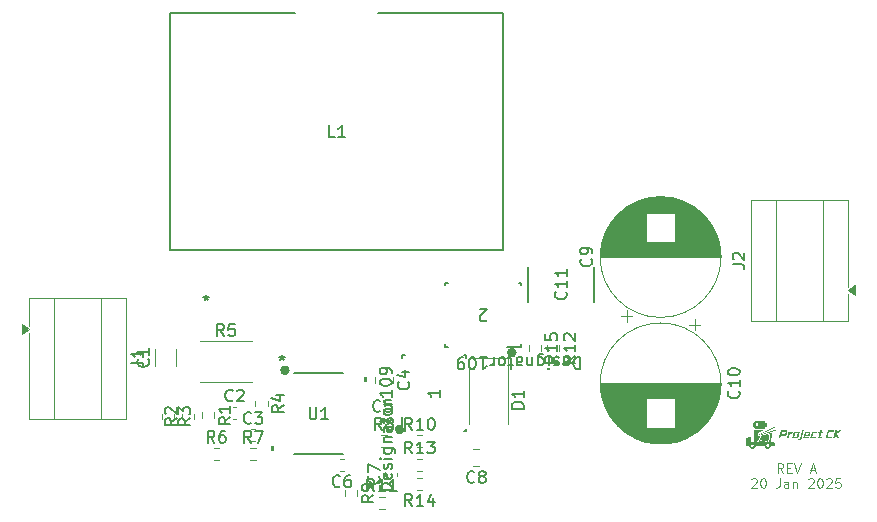
<source format=gbr>
%TF.GenerationSoftware,KiCad,Pcbnew,9.0.6*%
%TF.CreationDate,2026-01-21T08:09:24+01:00*%
%TF.ProjectId,Boost converter,426f6f73-7420-4636-9f6e-766572746572,rev?*%
%TF.SameCoordinates,Original*%
%TF.FileFunction,Legend,Top*%
%TF.FilePolarity,Positive*%
%FSLAX46Y46*%
G04 Gerber Fmt 4.6, Leading zero omitted, Abs format (unit mm)*
G04 Created by KiCad (PCBNEW 9.0.6) date 2026-01-21 08:09:24*
%MOMM*%
%LPD*%
G01*
G04 APERTURE LIST*
%ADD10C,0.400000*%
%ADD11C,0.100000*%
%ADD12C,0.150000*%
%ADD13C,0.120000*%
%ADD14C,0.200000*%
%ADD15C,0.152400*%
%ADD16C,0.000000*%
G04 APERTURE END LIST*
D10*
X173900000Y-146000000D02*
G75*
G02*
X173500000Y-146000000I-200000J0D01*
G01*
X173500000Y-146000000D02*
G75*
G02*
X173900000Y-146000000I200000J0D01*
G01*
X183400000Y-139500000D02*
G75*
G02*
X183000000Y-139500000I-200000J0D01*
G01*
X183000000Y-139500000D02*
G75*
G02*
X183400000Y-139500000I200000J0D01*
G01*
X164200000Y-141000000D02*
G75*
G02*
X163800000Y-141000000I-200000J0D01*
G01*
X163800000Y-141000000D02*
G75*
G02*
X164200000Y-141000000I200000J0D01*
G01*
D11*
X206166738Y-149663576D02*
X205900071Y-149282623D01*
X205709595Y-149663576D02*
X205709595Y-148863576D01*
X205709595Y-148863576D02*
X206014357Y-148863576D01*
X206014357Y-148863576D02*
X206090547Y-148901671D01*
X206090547Y-148901671D02*
X206128642Y-148939766D01*
X206128642Y-148939766D02*
X206166738Y-149015957D01*
X206166738Y-149015957D02*
X206166738Y-149130242D01*
X206166738Y-149130242D02*
X206128642Y-149206433D01*
X206128642Y-149206433D02*
X206090547Y-149244528D01*
X206090547Y-149244528D02*
X206014357Y-149282623D01*
X206014357Y-149282623D02*
X205709595Y-149282623D01*
X206509595Y-149244528D02*
X206776261Y-149244528D01*
X206890547Y-149663576D02*
X206509595Y-149663576D01*
X206509595Y-149663576D02*
X206509595Y-148863576D01*
X206509595Y-148863576D02*
X206890547Y-148863576D01*
X207119119Y-148863576D02*
X207385786Y-149663576D01*
X207385786Y-149663576D02*
X207652452Y-148863576D01*
X208490547Y-149435004D02*
X208871500Y-149435004D01*
X208414357Y-149663576D02*
X208681024Y-148863576D01*
X208681024Y-148863576D02*
X208947690Y-149663576D01*
X203500069Y-150227721D02*
X203538165Y-150189626D01*
X203538165Y-150189626D02*
X203614355Y-150151531D01*
X203614355Y-150151531D02*
X203804831Y-150151531D01*
X203804831Y-150151531D02*
X203881022Y-150189626D01*
X203881022Y-150189626D02*
X203919117Y-150227721D01*
X203919117Y-150227721D02*
X203957212Y-150303912D01*
X203957212Y-150303912D02*
X203957212Y-150380102D01*
X203957212Y-150380102D02*
X203919117Y-150494388D01*
X203919117Y-150494388D02*
X203461974Y-150951531D01*
X203461974Y-150951531D02*
X203957212Y-150951531D01*
X204452451Y-150151531D02*
X204528641Y-150151531D01*
X204528641Y-150151531D02*
X204604832Y-150189626D01*
X204604832Y-150189626D02*
X204642927Y-150227721D01*
X204642927Y-150227721D02*
X204681022Y-150303912D01*
X204681022Y-150303912D02*
X204719117Y-150456293D01*
X204719117Y-150456293D02*
X204719117Y-150646769D01*
X204719117Y-150646769D02*
X204681022Y-150799150D01*
X204681022Y-150799150D02*
X204642927Y-150875340D01*
X204642927Y-150875340D02*
X204604832Y-150913436D01*
X204604832Y-150913436D02*
X204528641Y-150951531D01*
X204528641Y-150951531D02*
X204452451Y-150951531D01*
X204452451Y-150951531D02*
X204376260Y-150913436D01*
X204376260Y-150913436D02*
X204338165Y-150875340D01*
X204338165Y-150875340D02*
X204300070Y-150799150D01*
X204300070Y-150799150D02*
X204261974Y-150646769D01*
X204261974Y-150646769D02*
X204261974Y-150456293D01*
X204261974Y-150456293D02*
X204300070Y-150303912D01*
X204300070Y-150303912D02*
X204338165Y-150227721D01*
X204338165Y-150227721D02*
X204376260Y-150189626D01*
X204376260Y-150189626D02*
X204452451Y-150151531D01*
X205900070Y-150151531D02*
X205900070Y-150722959D01*
X205900070Y-150722959D02*
X205861975Y-150837245D01*
X205861975Y-150837245D02*
X205785784Y-150913436D01*
X205785784Y-150913436D02*
X205671499Y-150951531D01*
X205671499Y-150951531D02*
X205595308Y-150951531D01*
X206623880Y-150951531D02*
X206623880Y-150532483D01*
X206623880Y-150532483D02*
X206585785Y-150456293D01*
X206585785Y-150456293D02*
X206509594Y-150418197D01*
X206509594Y-150418197D02*
X206357213Y-150418197D01*
X206357213Y-150418197D02*
X206281023Y-150456293D01*
X206623880Y-150913436D02*
X206547689Y-150951531D01*
X206547689Y-150951531D02*
X206357213Y-150951531D01*
X206357213Y-150951531D02*
X206281023Y-150913436D01*
X206281023Y-150913436D02*
X206242927Y-150837245D01*
X206242927Y-150837245D02*
X206242927Y-150761055D01*
X206242927Y-150761055D02*
X206281023Y-150684864D01*
X206281023Y-150684864D02*
X206357213Y-150646769D01*
X206357213Y-150646769D02*
X206547689Y-150646769D01*
X206547689Y-150646769D02*
X206623880Y-150608674D01*
X207004833Y-150418197D02*
X207004833Y-150951531D01*
X207004833Y-150494388D02*
X207042928Y-150456293D01*
X207042928Y-150456293D02*
X207119118Y-150418197D01*
X207119118Y-150418197D02*
X207233404Y-150418197D01*
X207233404Y-150418197D02*
X207309595Y-150456293D01*
X207309595Y-150456293D02*
X207347690Y-150532483D01*
X207347690Y-150532483D02*
X207347690Y-150951531D01*
X208300071Y-150227721D02*
X208338167Y-150189626D01*
X208338167Y-150189626D02*
X208414357Y-150151531D01*
X208414357Y-150151531D02*
X208604833Y-150151531D01*
X208604833Y-150151531D02*
X208681024Y-150189626D01*
X208681024Y-150189626D02*
X208719119Y-150227721D01*
X208719119Y-150227721D02*
X208757214Y-150303912D01*
X208757214Y-150303912D02*
X208757214Y-150380102D01*
X208757214Y-150380102D02*
X208719119Y-150494388D01*
X208719119Y-150494388D02*
X208261976Y-150951531D01*
X208261976Y-150951531D02*
X208757214Y-150951531D01*
X209252453Y-150151531D02*
X209328643Y-150151531D01*
X209328643Y-150151531D02*
X209404834Y-150189626D01*
X209404834Y-150189626D02*
X209442929Y-150227721D01*
X209442929Y-150227721D02*
X209481024Y-150303912D01*
X209481024Y-150303912D02*
X209519119Y-150456293D01*
X209519119Y-150456293D02*
X209519119Y-150646769D01*
X209519119Y-150646769D02*
X209481024Y-150799150D01*
X209481024Y-150799150D02*
X209442929Y-150875340D01*
X209442929Y-150875340D02*
X209404834Y-150913436D01*
X209404834Y-150913436D02*
X209328643Y-150951531D01*
X209328643Y-150951531D02*
X209252453Y-150951531D01*
X209252453Y-150951531D02*
X209176262Y-150913436D01*
X209176262Y-150913436D02*
X209138167Y-150875340D01*
X209138167Y-150875340D02*
X209100072Y-150799150D01*
X209100072Y-150799150D02*
X209061976Y-150646769D01*
X209061976Y-150646769D02*
X209061976Y-150456293D01*
X209061976Y-150456293D02*
X209100072Y-150303912D01*
X209100072Y-150303912D02*
X209138167Y-150227721D01*
X209138167Y-150227721D02*
X209176262Y-150189626D01*
X209176262Y-150189626D02*
X209252453Y-150151531D01*
X209823881Y-150227721D02*
X209861977Y-150189626D01*
X209861977Y-150189626D02*
X209938167Y-150151531D01*
X209938167Y-150151531D02*
X210128643Y-150151531D01*
X210128643Y-150151531D02*
X210204834Y-150189626D01*
X210204834Y-150189626D02*
X210242929Y-150227721D01*
X210242929Y-150227721D02*
X210281024Y-150303912D01*
X210281024Y-150303912D02*
X210281024Y-150380102D01*
X210281024Y-150380102D02*
X210242929Y-150494388D01*
X210242929Y-150494388D02*
X209785786Y-150951531D01*
X209785786Y-150951531D02*
X210281024Y-150951531D01*
X211004834Y-150151531D02*
X210623882Y-150151531D01*
X210623882Y-150151531D02*
X210585786Y-150532483D01*
X210585786Y-150532483D02*
X210623882Y-150494388D01*
X210623882Y-150494388D02*
X210700072Y-150456293D01*
X210700072Y-150456293D02*
X210890548Y-150456293D01*
X210890548Y-150456293D02*
X210966739Y-150494388D01*
X210966739Y-150494388D02*
X211004834Y-150532483D01*
X211004834Y-150532483D02*
X211042929Y-150608674D01*
X211042929Y-150608674D02*
X211042929Y-150799150D01*
X211042929Y-150799150D02*
X211004834Y-150875340D01*
X211004834Y-150875340D02*
X210966739Y-150913436D01*
X210966739Y-150913436D02*
X210890548Y-150951531D01*
X210890548Y-150951531D02*
X210700072Y-150951531D01*
X210700072Y-150951531D02*
X210623882Y-150913436D01*
X210623882Y-150913436D02*
X210585786Y-150875340D01*
D12*
X174757142Y-152484819D02*
X174423809Y-152008628D01*
X174185714Y-152484819D02*
X174185714Y-151484819D01*
X174185714Y-151484819D02*
X174566666Y-151484819D01*
X174566666Y-151484819D02*
X174661904Y-151532438D01*
X174661904Y-151532438D02*
X174709523Y-151580057D01*
X174709523Y-151580057D02*
X174757142Y-151675295D01*
X174757142Y-151675295D02*
X174757142Y-151818152D01*
X174757142Y-151818152D02*
X174709523Y-151913390D01*
X174709523Y-151913390D02*
X174661904Y-151961009D01*
X174661904Y-151961009D02*
X174566666Y-152008628D01*
X174566666Y-152008628D02*
X174185714Y-152008628D01*
X175709523Y-152484819D02*
X175138095Y-152484819D01*
X175423809Y-152484819D02*
X175423809Y-151484819D01*
X175423809Y-151484819D02*
X175328571Y-151627676D01*
X175328571Y-151627676D02*
X175233333Y-151722914D01*
X175233333Y-151722914D02*
X175138095Y-151770533D01*
X176566666Y-151818152D02*
X176566666Y-152484819D01*
X176328571Y-151437200D02*
X176090476Y-152151485D01*
X176090476Y-152151485D02*
X176709523Y-152151485D01*
X201902319Y-132033333D02*
X202616604Y-132033333D01*
X202616604Y-132033333D02*
X202759461Y-132080952D01*
X202759461Y-132080952D02*
X202854700Y-132176190D01*
X202854700Y-132176190D02*
X202902319Y-132319047D01*
X202902319Y-132319047D02*
X202902319Y-132414285D01*
X201997557Y-131604761D02*
X201949938Y-131557142D01*
X201949938Y-131557142D02*
X201902319Y-131461904D01*
X201902319Y-131461904D02*
X201902319Y-131223809D01*
X201902319Y-131223809D02*
X201949938Y-131128571D01*
X201949938Y-131128571D02*
X201997557Y-131080952D01*
X201997557Y-131080952D02*
X202092795Y-131033333D01*
X202092795Y-131033333D02*
X202188033Y-131033333D01*
X202188033Y-131033333D02*
X202330890Y-131080952D01*
X202330890Y-131080952D02*
X202902319Y-131652380D01*
X202902319Y-131652380D02*
X202902319Y-131033333D01*
X174757142Y-148024819D02*
X174423809Y-147548628D01*
X174185714Y-148024819D02*
X174185714Y-147024819D01*
X174185714Y-147024819D02*
X174566666Y-147024819D01*
X174566666Y-147024819D02*
X174661904Y-147072438D01*
X174661904Y-147072438D02*
X174709523Y-147120057D01*
X174709523Y-147120057D02*
X174757142Y-147215295D01*
X174757142Y-147215295D02*
X174757142Y-147358152D01*
X174757142Y-147358152D02*
X174709523Y-147453390D01*
X174709523Y-147453390D02*
X174661904Y-147501009D01*
X174661904Y-147501009D02*
X174566666Y-147548628D01*
X174566666Y-147548628D02*
X174185714Y-147548628D01*
X175709523Y-148024819D02*
X175138095Y-148024819D01*
X175423809Y-148024819D02*
X175423809Y-147024819D01*
X175423809Y-147024819D02*
X175328571Y-147167676D01*
X175328571Y-147167676D02*
X175233333Y-147262914D01*
X175233333Y-147262914D02*
X175138095Y-147310533D01*
X176042857Y-147024819D02*
X176661904Y-147024819D01*
X176661904Y-147024819D02*
X176328571Y-147405771D01*
X176328571Y-147405771D02*
X176471428Y-147405771D01*
X176471428Y-147405771D02*
X176566666Y-147453390D01*
X176566666Y-147453390D02*
X176614285Y-147501009D01*
X176614285Y-147501009D02*
X176661904Y-147596247D01*
X176661904Y-147596247D02*
X176661904Y-147834342D01*
X176661904Y-147834342D02*
X176614285Y-147929580D01*
X176614285Y-147929580D02*
X176566666Y-147977200D01*
X176566666Y-147977200D02*
X176471428Y-148024819D01*
X176471428Y-148024819D02*
X176185714Y-148024819D01*
X176185714Y-148024819D02*
X176090476Y-147977200D01*
X176090476Y-147977200D02*
X176042857Y-147929580D01*
X158833333Y-138074819D02*
X158500000Y-137598628D01*
X158261905Y-138074819D02*
X158261905Y-137074819D01*
X158261905Y-137074819D02*
X158642857Y-137074819D01*
X158642857Y-137074819D02*
X158738095Y-137122438D01*
X158738095Y-137122438D02*
X158785714Y-137170057D01*
X158785714Y-137170057D02*
X158833333Y-137265295D01*
X158833333Y-137265295D02*
X158833333Y-137408152D01*
X158833333Y-137408152D02*
X158785714Y-137503390D01*
X158785714Y-137503390D02*
X158738095Y-137551009D01*
X158738095Y-137551009D02*
X158642857Y-137598628D01*
X158642857Y-137598628D02*
X158261905Y-137598628D01*
X159738095Y-137074819D02*
X159261905Y-137074819D01*
X159261905Y-137074819D02*
X159214286Y-137551009D01*
X159214286Y-137551009D02*
X159261905Y-137503390D01*
X159261905Y-137503390D02*
X159357143Y-137455771D01*
X159357143Y-137455771D02*
X159595238Y-137455771D01*
X159595238Y-137455771D02*
X159690476Y-137503390D01*
X159690476Y-137503390D02*
X159738095Y-137551009D01*
X159738095Y-137551009D02*
X159785714Y-137646247D01*
X159785714Y-137646247D02*
X159785714Y-137884342D01*
X159785714Y-137884342D02*
X159738095Y-137979580D01*
X159738095Y-137979580D02*
X159690476Y-138027200D01*
X159690476Y-138027200D02*
X159595238Y-138074819D01*
X159595238Y-138074819D02*
X159357143Y-138074819D01*
X159357143Y-138074819D02*
X159261905Y-138027200D01*
X159261905Y-138027200D02*
X159214286Y-137979580D01*
X171557142Y-151224819D02*
X171223809Y-150748628D01*
X170985714Y-151224819D02*
X170985714Y-150224819D01*
X170985714Y-150224819D02*
X171366666Y-150224819D01*
X171366666Y-150224819D02*
X171461904Y-150272438D01*
X171461904Y-150272438D02*
X171509523Y-150320057D01*
X171509523Y-150320057D02*
X171557142Y-150415295D01*
X171557142Y-150415295D02*
X171557142Y-150558152D01*
X171557142Y-150558152D02*
X171509523Y-150653390D01*
X171509523Y-150653390D02*
X171461904Y-150701009D01*
X171461904Y-150701009D02*
X171366666Y-150748628D01*
X171366666Y-150748628D02*
X170985714Y-150748628D01*
X172509523Y-151224819D02*
X171938095Y-151224819D01*
X172223809Y-151224819D02*
X172223809Y-150224819D01*
X172223809Y-150224819D02*
X172128571Y-150367676D01*
X172128571Y-150367676D02*
X172033333Y-150462914D01*
X172033333Y-150462914D02*
X171938095Y-150510533D01*
X173461904Y-151224819D02*
X172890476Y-151224819D01*
X173176190Y-151224819D02*
X173176190Y-150224819D01*
X173176190Y-150224819D02*
X173080952Y-150367676D01*
X173080952Y-150367676D02*
X172985714Y-150462914D01*
X172985714Y-150462914D02*
X172890476Y-150510533D01*
X181065714Y-136744942D02*
X181018095Y-136792561D01*
X181018095Y-136792561D02*
X180922857Y-136840180D01*
X180922857Y-136840180D02*
X180684762Y-136840180D01*
X180684762Y-136840180D02*
X180589524Y-136792561D01*
X180589524Y-136792561D02*
X180541905Y-136744942D01*
X180541905Y-136744942D02*
X180494286Y-136649704D01*
X180494286Y-136649704D02*
X180494286Y-136554466D01*
X180494286Y-136554466D02*
X180541905Y-136411609D01*
X180541905Y-136411609D02*
X181113333Y-135840180D01*
X181113333Y-135840180D02*
X180494286Y-135840180D01*
X188994667Y-139904180D02*
X188994667Y-140904180D01*
X188994667Y-140904180D02*
X188756572Y-140904180D01*
X188756572Y-140904180D02*
X188613715Y-140856561D01*
X188613715Y-140856561D02*
X188518477Y-140761323D01*
X188518477Y-140761323D02*
X188470858Y-140666085D01*
X188470858Y-140666085D02*
X188423239Y-140475609D01*
X188423239Y-140475609D02*
X188423239Y-140332752D01*
X188423239Y-140332752D02*
X188470858Y-140142276D01*
X188470858Y-140142276D02*
X188518477Y-140047038D01*
X188518477Y-140047038D02*
X188613715Y-139951800D01*
X188613715Y-139951800D02*
X188756572Y-139904180D01*
X188756572Y-139904180D02*
X188994667Y-139904180D01*
X187613715Y-139951800D02*
X187708953Y-139904180D01*
X187708953Y-139904180D02*
X187899429Y-139904180D01*
X187899429Y-139904180D02*
X187994667Y-139951800D01*
X187994667Y-139951800D02*
X188042286Y-140047038D01*
X188042286Y-140047038D02*
X188042286Y-140427990D01*
X188042286Y-140427990D02*
X187994667Y-140523228D01*
X187994667Y-140523228D02*
X187899429Y-140570847D01*
X187899429Y-140570847D02*
X187708953Y-140570847D01*
X187708953Y-140570847D02*
X187613715Y-140523228D01*
X187613715Y-140523228D02*
X187566096Y-140427990D01*
X187566096Y-140427990D02*
X187566096Y-140332752D01*
X187566096Y-140332752D02*
X188042286Y-140237514D01*
X187185143Y-139951800D02*
X187089905Y-139904180D01*
X187089905Y-139904180D02*
X186899429Y-139904180D01*
X186899429Y-139904180D02*
X186804191Y-139951800D01*
X186804191Y-139951800D02*
X186756572Y-140047038D01*
X186756572Y-140047038D02*
X186756572Y-140094657D01*
X186756572Y-140094657D02*
X186804191Y-140189895D01*
X186804191Y-140189895D02*
X186899429Y-140237514D01*
X186899429Y-140237514D02*
X187042286Y-140237514D01*
X187042286Y-140237514D02*
X187137524Y-140285133D01*
X187137524Y-140285133D02*
X187185143Y-140380371D01*
X187185143Y-140380371D02*
X187185143Y-140427990D01*
X187185143Y-140427990D02*
X187137524Y-140523228D01*
X187137524Y-140523228D02*
X187042286Y-140570847D01*
X187042286Y-140570847D02*
X186899429Y-140570847D01*
X186899429Y-140570847D02*
X186804191Y-140523228D01*
X186328000Y-139904180D02*
X186328000Y-140570847D01*
X186328000Y-140904180D02*
X186375619Y-140856561D01*
X186375619Y-140856561D02*
X186328000Y-140808942D01*
X186328000Y-140808942D02*
X186280381Y-140856561D01*
X186280381Y-140856561D02*
X186328000Y-140904180D01*
X186328000Y-140904180D02*
X186328000Y-140808942D01*
X185423239Y-140570847D02*
X185423239Y-139761323D01*
X185423239Y-139761323D02*
X185470858Y-139666085D01*
X185470858Y-139666085D02*
X185518477Y-139618466D01*
X185518477Y-139618466D02*
X185613715Y-139570847D01*
X185613715Y-139570847D02*
X185756572Y-139570847D01*
X185756572Y-139570847D02*
X185851810Y-139618466D01*
X185423239Y-139951800D02*
X185518477Y-139904180D01*
X185518477Y-139904180D02*
X185708953Y-139904180D01*
X185708953Y-139904180D02*
X185804191Y-139951800D01*
X185804191Y-139951800D02*
X185851810Y-139999419D01*
X185851810Y-139999419D02*
X185899429Y-140094657D01*
X185899429Y-140094657D02*
X185899429Y-140380371D01*
X185899429Y-140380371D02*
X185851810Y-140475609D01*
X185851810Y-140475609D02*
X185804191Y-140523228D01*
X185804191Y-140523228D02*
X185708953Y-140570847D01*
X185708953Y-140570847D02*
X185518477Y-140570847D01*
X185518477Y-140570847D02*
X185423239Y-140523228D01*
X184947048Y-140570847D02*
X184947048Y-139904180D01*
X184947048Y-140475609D02*
X184899429Y-140523228D01*
X184899429Y-140523228D02*
X184804191Y-140570847D01*
X184804191Y-140570847D02*
X184661334Y-140570847D01*
X184661334Y-140570847D02*
X184566096Y-140523228D01*
X184566096Y-140523228D02*
X184518477Y-140427990D01*
X184518477Y-140427990D02*
X184518477Y-139904180D01*
X183613715Y-139904180D02*
X183613715Y-140427990D01*
X183613715Y-140427990D02*
X183661334Y-140523228D01*
X183661334Y-140523228D02*
X183756572Y-140570847D01*
X183756572Y-140570847D02*
X183947048Y-140570847D01*
X183947048Y-140570847D02*
X184042286Y-140523228D01*
X183613715Y-139951800D02*
X183708953Y-139904180D01*
X183708953Y-139904180D02*
X183947048Y-139904180D01*
X183947048Y-139904180D02*
X184042286Y-139951800D01*
X184042286Y-139951800D02*
X184089905Y-140047038D01*
X184089905Y-140047038D02*
X184089905Y-140142276D01*
X184089905Y-140142276D02*
X184042286Y-140237514D01*
X184042286Y-140237514D02*
X183947048Y-140285133D01*
X183947048Y-140285133D02*
X183708953Y-140285133D01*
X183708953Y-140285133D02*
X183613715Y-140332752D01*
X183280381Y-140570847D02*
X182899429Y-140570847D01*
X183137524Y-140904180D02*
X183137524Y-140047038D01*
X183137524Y-140047038D02*
X183089905Y-139951800D01*
X183089905Y-139951800D02*
X182994667Y-139904180D01*
X182994667Y-139904180D02*
X182899429Y-139904180D01*
X182423238Y-139904180D02*
X182518476Y-139951800D01*
X182518476Y-139951800D02*
X182566095Y-139999419D01*
X182566095Y-139999419D02*
X182613714Y-140094657D01*
X182613714Y-140094657D02*
X182613714Y-140380371D01*
X182613714Y-140380371D02*
X182566095Y-140475609D01*
X182566095Y-140475609D02*
X182518476Y-140523228D01*
X182518476Y-140523228D02*
X182423238Y-140570847D01*
X182423238Y-140570847D02*
X182280381Y-140570847D01*
X182280381Y-140570847D02*
X182185143Y-140523228D01*
X182185143Y-140523228D02*
X182137524Y-140475609D01*
X182137524Y-140475609D02*
X182089905Y-140380371D01*
X182089905Y-140380371D02*
X182089905Y-140094657D01*
X182089905Y-140094657D02*
X182137524Y-139999419D01*
X182137524Y-139999419D02*
X182185143Y-139951800D01*
X182185143Y-139951800D02*
X182280381Y-139904180D01*
X182280381Y-139904180D02*
X182423238Y-139904180D01*
X181661333Y-139904180D02*
X181661333Y-140570847D01*
X181661333Y-140380371D02*
X181613714Y-140475609D01*
X181613714Y-140475609D02*
X181566095Y-140523228D01*
X181566095Y-140523228D02*
X181470857Y-140570847D01*
X181470857Y-140570847D02*
X181375619Y-140570847D01*
X180518476Y-139904180D02*
X181089904Y-139904180D01*
X180804190Y-139904180D02*
X180804190Y-140904180D01*
X180804190Y-140904180D02*
X180899428Y-140761323D01*
X180899428Y-140761323D02*
X180994666Y-140666085D01*
X180994666Y-140666085D02*
X181089904Y-140618466D01*
X179899428Y-140904180D02*
X179804190Y-140904180D01*
X179804190Y-140904180D02*
X179708952Y-140856561D01*
X179708952Y-140856561D02*
X179661333Y-140808942D01*
X179661333Y-140808942D02*
X179613714Y-140713704D01*
X179613714Y-140713704D02*
X179566095Y-140523228D01*
X179566095Y-140523228D02*
X179566095Y-140285133D01*
X179566095Y-140285133D02*
X179613714Y-140094657D01*
X179613714Y-140094657D02*
X179661333Y-139999419D01*
X179661333Y-139999419D02*
X179708952Y-139951800D01*
X179708952Y-139951800D02*
X179804190Y-139904180D01*
X179804190Y-139904180D02*
X179899428Y-139904180D01*
X179899428Y-139904180D02*
X179994666Y-139951800D01*
X179994666Y-139951800D02*
X180042285Y-139999419D01*
X180042285Y-139999419D02*
X180089904Y-140094657D01*
X180089904Y-140094657D02*
X180137523Y-140285133D01*
X180137523Y-140285133D02*
X180137523Y-140523228D01*
X180137523Y-140523228D02*
X180089904Y-140713704D01*
X180089904Y-140713704D02*
X180042285Y-140808942D01*
X180042285Y-140808942D02*
X179994666Y-140856561D01*
X179994666Y-140856561D02*
X179899428Y-140904180D01*
X179089904Y-139904180D02*
X178899428Y-139904180D01*
X178899428Y-139904180D02*
X178804190Y-139951800D01*
X178804190Y-139951800D02*
X178756571Y-139999419D01*
X178756571Y-139999419D02*
X178661333Y-140142276D01*
X178661333Y-140142276D02*
X178613714Y-140332752D01*
X178613714Y-140332752D02*
X178613714Y-140713704D01*
X178613714Y-140713704D02*
X178661333Y-140808942D01*
X178661333Y-140808942D02*
X178708952Y-140856561D01*
X178708952Y-140856561D02*
X178804190Y-140904180D01*
X178804190Y-140904180D02*
X178994666Y-140904180D01*
X178994666Y-140904180D02*
X179089904Y-140856561D01*
X179089904Y-140856561D02*
X179137523Y-140808942D01*
X179137523Y-140808942D02*
X179185142Y-140713704D01*
X179185142Y-140713704D02*
X179185142Y-140475609D01*
X179185142Y-140475609D02*
X179137523Y-140380371D01*
X179137523Y-140380371D02*
X179089904Y-140332752D01*
X179089904Y-140332752D02*
X178994666Y-140285133D01*
X178994666Y-140285133D02*
X178804190Y-140285133D01*
X178804190Y-140285133D02*
X178708952Y-140332752D01*
X178708952Y-140332752D02*
X178661333Y-140380371D01*
X178661333Y-140380371D02*
X178613714Y-140475609D01*
X171484819Y-151566666D02*
X171008628Y-151899999D01*
X171484819Y-152138094D02*
X170484819Y-152138094D01*
X170484819Y-152138094D02*
X170484819Y-151757142D01*
X170484819Y-151757142D02*
X170532438Y-151661904D01*
X170532438Y-151661904D02*
X170580057Y-151614285D01*
X170580057Y-151614285D02*
X170675295Y-151566666D01*
X170675295Y-151566666D02*
X170818152Y-151566666D01*
X170818152Y-151566666D02*
X170913390Y-151614285D01*
X170913390Y-151614285D02*
X170961009Y-151661904D01*
X170961009Y-151661904D02*
X171008628Y-151757142D01*
X171008628Y-151757142D02*
X171008628Y-152138094D01*
X171484819Y-151090475D02*
X171484819Y-150899999D01*
X171484819Y-150899999D02*
X171437200Y-150804761D01*
X171437200Y-150804761D02*
X171389580Y-150757142D01*
X171389580Y-150757142D02*
X171246723Y-150661904D01*
X171246723Y-150661904D02*
X171056247Y-150614285D01*
X171056247Y-150614285D02*
X170675295Y-150614285D01*
X170675295Y-150614285D02*
X170580057Y-150661904D01*
X170580057Y-150661904D02*
X170532438Y-150709523D01*
X170532438Y-150709523D02*
X170484819Y-150804761D01*
X170484819Y-150804761D02*
X170484819Y-150995237D01*
X170484819Y-150995237D02*
X170532438Y-151090475D01*
X170532438Y-151090475D02*
X170580057Y-151138094D01*
X170580057Y-151138094D02*
X170675295Y-151185713D01*
X170675295Y-151185713D02*
X170913390Y-151185713D01*
X170913390Y-151185713D02*
X171008628Y-151138094D01*
X171008628Y-151138094D02*
X171056247Y-151090475D01*
X171056247Y-151090475D02*
X171103866Y-150995237D01*
X171103866Y-150995237D02*
X171103866Y-150804761D01*
X171103866Y-150804761D02*
X171056247Y-150709523D01*
X171056247Y-150709523D02*
X171008628Y-150661904D01*
X171008628Y-150661904D02*
X170913390Y-150614285D01*
X161133333Y-145429580D02*
X161085714Y-145477200D01*
X161085714Y-145477200D02*
X160942857Y-145524819D01*
X160942857Y-145524819D02*
X160847619Y-145524819D01*
X160847619Y-145524819D02*
X160704762Y-145477200D01*
X160704762Y-145477200D02*
X160609524Y-145381961D01*
X160609524Y-145381961D02*
X160561905Y-145286723D01*
X160561905Y-145286723D02*
X160514286Y-145096247D01*
X160514286Y-145096247D02*
X160514286Y-144953390D01*
X160514286Y-144953390D02*
X160561905Y-144762914D01*
X160561905Y-144762914D02*
X160609524Y-144667676D01*
X160609524Y-144667676D02*
X160704762Y-144572438D01*
X160704762Y-144572438D02*
X160847619Y-144524819D01*
X160847619Y-144524819D02*
X160942857Y-144524819D01*
X160942857Y-144524819D02*
X161085714Y-144572438D01*
X161085714Y-144572438D02*
X161133333Y-144620057D01*
X161466667Y-144524819D02*
X162085714Y-144524819D01*
X162085714Y-144524819D02*
X161752381Y-144905771D01*
X161752381Y-144905771D02*
X161895238Y-144905771D01*
X161895238Y-144905771D02*
X161990476Y-144953390D01*
X161990476Y-144953390D02*
X162038095Y-145001009D01*
X162038095Y-145001009D02*
X162085714Y-145096247D01*
X162085714Y-145096247D02*
X162085714Y-145334342D01*
X162085714Y-145334342D02*
X162038095Y-145429580D01*
X162038095Y-145429580D02*
X161990476Y-145477200D01*
X161990476Y-145477200D02*
X161895238Y-145524819D01*
X161895238Y-145524819D02*
X161609524Y-145524819D01*
X161609524Y-145524819D02*
X161514286Y-145477200D01*
X161514286Y-145477200D02*
X161466667Y-145429580D01*
X155984819Y-145066666D02*
X155508628Y-145399999D01*
X155984819Y-145638094D02*
X154984819Y-145638094D01*
X154984819Y-145638094D02*
X154984819Y-145257142D01*
X154984819Y-145257142D02*
X155032438Y-145161904D01*
X155032438Y-145161904D02*
X155080057Y-145114285D01*
X155080057Y-145114285D02*
X155175295Y-145066666D01*
X155175295Y-145066666D02*
X155318152Y-145066666D01*
X155318152Y-145066666D02*
X155413390Y-145114285D01*
X155413390Y-145114285D02*
X155461009Y-145161904D01*
X155461009Y-145161904D02*
X155508628Y-145257142D01*
X155508628Y-145257142D02*
X155508628Y-145638094D01*
X154984819Y-144733332D02*
X154984819Y-144114285D01*
X154984819Y-144114285D02*
X155365771Y-144447618D01*
X155365771Y-144447618D02*
X155365771Y-144304761D01*
X155365771Y-144304761D02*
X155413390Y-144209523D01*
X155413390Y-144209523D02*
X155461009Y-144161904D01*
X155461009Y-144161904D02*
X155556247Y-144114285D01*
X155556247Y-144114285D02*
X155794342Y-144114285D01*
X155794342Y-144114285D02*
X155889580Y-144161904D01*
X155889580Y-144161904D02*
X155937200Y-144209523D01*
X155937200Y-144209523D02*
X155984819Y-144304761D01*
X155984819Y-144304761D02*
X155984819Y-144590475D01*
X155984819Y-144590475D02*
X155937200Y-144685713D01*
X155937200Y-144685713D02*
X155889580Y-144733332D01*
X152409580Y-140066666D02*
X152457200Y-140114285D01*
X152457200Y-140114285D02*
X152504819Y-140257142D01*
X152504819Y-140257142D02*
X152504819Y-140352380D01*
X152504819Y-140352380D02*
X152457200Y-140495237D01*
X152457200Y-140495237D02*
X152361961Y-140590475D01*
X152361961Y-140590475D02*
X152266723Y-140638094D01*
X152266723Y-140638094D02*
X152076247Y-140685713D01*
X152076247Y-140685713D02*
X151933390Y-140685713D01*
X151933390Y-140685713D02*
X151742914Y-140638094D01*
X151742914Y-140638094D02*
X151647676Y-140590475D01*
X151647676Y-140590475D02*
X151552438Y-140495237D01*
X151552438Y-140495237D02*
X151504819Y-140352380D01*
X151504819Y-140352380D02*
X151504819Y-140257142D01*
X151504819Y-140257142D02*
X151552438Y-140114285D01*
X151552438Y-140114285D02*
X151600057Y-140066666D01*
X152504819Y-139114285D02*
X152504819Y-139685713D01*
X152504819Y-139399999D02*
X151504819Y-139399999D01*
X151504819Y-139399999D02*
X151647676Y-139495237D01*
X151647676Y-139495237D02*
X151742914Y-139590475D01*
X151742914Y-139590475D02*
X151790533Y-139685713D01*
X161133333Y-147124819D02*
X160800000Y-146648628D01*
X160561905Y-147124819D02*
X160561905Y-146124819D01*
X160561905Y-146124819D02*
X160942857Y-146124819D01*
X160942857Y-146124819D02*
X161038095Y-146172438D01*
X161038095Y-146172438D02*
X161085714Y-146220057D01*
X161085714Y-146220057D02*
X161133333Y-146315295D01*
X161133333Y-146315295D02*
X161133333Y-146458152D01*
X161133333Y-146458152D02*
X161085714Y-146553390D01*
X161085714Y-146553390D02*
X161038095Y-146601009D01*
X161038095Y-146601009D02*
X160942857Y-146648628D01*
X160942857Y-146648628D02*
X160561905Y-146648628D01*
X161466667Y-146124819D02*
X162133333Y-146124819D01*
X162133333Y-146124819D02*
X161704762Y-147124819D01*
X174439580Y-141966666D02*
X174487200Y-142014285D01*
X174487200Y-142014285D02*
X174534819Y-142157142D01*
X174534819Y-142157142D02*
X174534819Y-142252380D01*
X174534819Y-142252380D02*
X174487200Y-142395237D01*
X174487200Y-142395237D02*
X174391961Y-142490475D01*
X174391961Y-142490475D02*
X174296723Y-142538094D01*
X174296723Y-142538094D02*
X174106247Y-142585713D01*
X174106247Y-142585713D02*
X173963390Y-142585713D01*
X173963390Y-142585713D02*
X173772914Y-142538094D01*
X173772914Y-142538094D02*
X173677676Y-142490475D01*
X173677676Y-142490475D02*
X173582438Y-142395237D01*
X173582438Y-142395237D02*
X173534819Y-142252380D01*
X173534819Y-142252380D02*
X173534819Y-142157142D01*
X173534819Y-142157142D02*
X173582438Y-142014285D01*
X173582438Y-142014285D02*
X173630057Y-141966666D01*
X173868152Y-141109523D02*
X174534819Y-141109523D01*
X173487200Y-141347618D02*
X174201485Y-141585713D01*
X174201485Y-141585713D02*
X174201485Y-140966666D01*
X187054819Y-139767857D02*
X186578628Y-140101190D01*
X187054819Y-140339285D02*
X186054819Y-140339285D01*
X186054819Y-140339285D02*
X186054819Y-139958333D01*
X186054819Y-139958333D02*
X186102438Y-139863095D01*
X186102438Y-139863095D02*
X186150057Y-139815476D01*
X186150057Y-139815476D02*
X186245295Y-139767857D01*
X186245295Y-139767857D02*
X186388152Y-139767857D01*
X186388152Y-139767857D02*
X186483390Y-139815476D01*
X186483390Y-139815476D02*
X186531009Y-139863095D01*
X186531009Y-139863095D02*
X186578628Y-139958333D01*
X186578628Y-139958333D02*
X186578628Y-140339285D01*
X187054819Y-138815476D02*
X187054819Y-139386904D01*
X187054819Y-139101190D02*
X186054819Y-139101190D01*
X186054819Y-139101190D02*
X186197676Y-139196428D01*
X186197676Y-139196428D02*
X186292914Y-139291666D01*
X186292914Y-139291666D02*
X186340533Y-139386904D01*
X186054819Y-137910714D02*
X186054819Y-138386904D01*
X186054819Y-138386904D02*
X186531009Y-138434523D01*
X186531009Y-138434523D02*
X186483390Y-138386904D01*
X186483390Y-138386904D02*
X186435771Y-138291666D01*
X186435771Y-138291666D02*
X186435771Y-138053571D01*
X186435771Y-138053571D02*
X186483390Y-137958333D01*
X186483390Y-137958333D02*
X186531009Y-137910714D01*
X186531009Y-137910714D02*
X186626247Y-137863095D01*
X186626247Y-137863095D02*
X186864342Y-137863095D01*
X186864342Y-137863095D02*
X186959580Y-137910714D01*
X186959580Y-137910714D02*
X187007200Y-137958333D01*
X187007200Y-137958333D02*
X187054819Y-138053571D01*
X187054819Y-138053571D02*
X187054819Y-138291666D01*
X187054819Y-138291666D02*
X187007200Y-138386904D01*
X187007200Y-138386904D02*
X186959580Y-138434523D01*
X158033333Y-147124819D02*
X157700000Y-146648628D01*
X157461905Y-147124819D02*
X157461905Y-146124819D01*
X157461905Y-146124819D02*
X157842857Y-146124819D01*
X157842857Y-146124819D02*
X157938095Y-146172438D01*
X157938095Y-146172438D02*
X157985714Y-146220057D01*
X157985714Y-146220057D02*
X158033333Y-146315295D01*
X158033333Y-146315295D02*
X158033333Y-146458152D01*
X158033333Y-146458152D02*
X157985714Y-146553390D01*
X157985714Y-146553390D02*
X157938095Y-146601009D01*
X157938095Y-146601009D02*
X157842857Y-146648628D01*
X157842857Y-146648628D02*
X157461905Y-146648628D01*
X158890476Y-146124819D02*
X158700000Y-146124819D01*
X158700000Y-146124819D02*
X158604762Y-146172438D01*
X158604762Y-146172438D02*
X158557143Y-146220057D01*
X158557143Y-146220057D02*
X158461905Y-146362914D01*
X158461905Y-146362914D02*
X158414286Y-146553390D01*
X158414286Y-146553390D02*
X158414286Y-146934342D01*
X158414286Y-146934342D02*
X158461905Y-147029580D01*
X158461905Y-147029580D02*
X158509524Y-147077200D01*
X158509524Y-147077200D02*
X158604762Y-147124819D01*
X158604762Y-147124819D02*
X158795238Y-147124819D01*
X158795238Y-147124819D02*
X158890476Y-147077200D01*
X158890476Y-147077200D02*
X158938095Y-147029580D01*
X158938095Y-147029580D02*
X158985714Y-146934342D01*
X158985714Y-146934342D02*
X158985714Y-146696247D01*
X158985714Y-146696247D02*
X158938095Y-146601009D01*
X158938095Y-146601009D02*
X158890476Y-146553390D01*
X158890476Y-146553390D02*
X158795238Y-146505771D01*
X158795238Y-146505771D02*
X158604762Y-146505771D01*
X158604762Y-146505771D02*
X158509524Y-146553390D01*
X158509524Y-146553390D02*
X158461905Y-146601009D01*
X158461905Y-146601009D02*
X158414286Y-146696247D01*
X189909580Y-131566666D02*
X189957200Y-131614285D01*
X189957200Y-131614285D02*
X190004819Y-131757142D01*
X190004819Y-131757142D02*
X190004819Y-131852380D01*
X190004819Y-131852380D02*
X189957200Y-131995237D01*
X189957200Y-131995237D02*
X189861961Y-132090475D01*
X189861961Y-132090475D02*
X189766723Y-132138094D01*
X189766723Y-132138094D02*
X189576247Y-132185713D01*
X189576247Y-132185713D02*
X189433390Y-132185713D01*
X189433390Y-132185713D02*
X189242914Y-132138094D01*
X189242914Y-132138094D02*
X189147676Y-132090475D01*
X189147676Y-132090475D02*
X189052438Y-131995237D01*
X189052438Y-131995237D02*
X189004819Y-131852380D01*
X189004819Y-131852380D02*
X189004819Y-131757142D01*
X189004819Y-131757142D02*
X189052438Y-131614285D01*
X189052438Y-131614285D02*
X189100057Y-131566666D01*
X190004819Y-131090475D02*
X190004819Y-130899999D01*
X190004819Y-130899999D02*
X189957200Y-130804761D01*
X189957200Y-130804761D02*
X189909580Y-130757142D01*
X189909580Y-130757142D02*
X189766723Y-130661904D01*
X189766723Y-130661904D02*
X189576247Y-130614285D01*
X189576247Y-130614285D02*
X189195295Y-130614285D01*
X189195295Y-130614285D02*
X189100057Y-130661904D01*
X189100057Y-130661904D02*
X189052438Y-130709523D01*
X189052438Y-130709523D02*
X189004819Y-130804761D01*
X189004819Y-130804761D02*
X189004819Y-130995237D01*
X189004819Y-130995237D02*
X189052438Y-131090475D01*
X189052438Y-131090475D02*
X189100057Y-131138094D01*
X189100057Y-131138094D02*
X189195295Y-131185713D01*
X189195295Y-131185713D02*
X189433390Y-131185713D01*
X189433390Y-131185713D02*
X189528628Y-131138094D01*
X189528628Y-131138094D02*
X189576247Y-131090475D01*
X189576247Y-131090475D02*
X189623866Y-130995237D01*
X189623866Y-130995237D02*
X189623866Y-130804761D01*
X189623866Y-130804761D02*
X189576247Y-130709523D01*
X189576247Y-130709523D02*
X189528628Y-130661904D01*
X189528628Y-130661904D02*
X189433390Y-130614285D01*
X172208333Y-146024819D02*
X171875000Y-145548628D01*
X171636905Y-146024819D02*
X171636905Y-145024819D01*
X171636905Y-145024819D02*
X172017857Y-145024819D01*
X172017857Y-145024819D02*
X172113095Y-145072438D01*
X172113095Y-145072438D02*
X172160714Y-145120057D01*
X172160714Y-145120057D02*
X172208333Y-145215295D01*
X172208333Y-145215295D02*
X172208333Y-145358152D01*
X172208333Y-145358152D02*
X172160714Y-145453390D01*
X172160714Y-145453390D02*
X172113095Y-145501009D01*
X172113095Y-145501009D02*
X172017857Y-145548628D01*
X172017857Y-145548628D02*
X171636905Y-145548628D01*
X172779762Y-145453390D02*
X172684524Y-145405771D01*
X172684524Y-145405771D02*
X172636905Y-145358152D01*
X172636905Y-145358152D02*
X172589286Y-145262914D01*
X172589286Y-145262914D02*
X172589286Y-145215295D01*
X172589286Y-145215295D02*
X172636905Y-145120057D01*
X172636905Y-145120057D02*
X172684524Y-145072438D01*
X172684524Y-145072438D02*
X172779762Y-145024819D01*
X172779762Y-145024819D02*
X172970238Y-145024819D01*
X172970238Y-145024819D02*
X173065476Y-145072438D01*
X173065476Y-145072438D02*
X173113095Y-145120057D01*
X173113095Y-145120057D02*
X173160714Y-145215295D01*
X173160714Y-145215295D02*
X173160714Y-145262914D01*
X173160714Y-145262914D02*
X173113095Y-145358152D01*
X173113095Y-145358152D02*
X173065476Y-145405771D01*
X173065476Y-145405771D02*
X172970238Y-145453390D01*
X172970238Y-145453390D02*
X172779762Y-145453390D01*
X172779762Y-145453390D02*
X172684524Y-145501009D01*
X172684524Y-145501009D02*
X172636905Y-145548628D01*
X172636905Y-145548628D02*
X172589286Y-145643866D01*
X172589286Y-145643866D02*
X172589286Y-145834342D01*
X172589286Y-145834342D02*
X172636905Y-145929580D01*
X172636905Y-145929580D02*
X172684524Y-145977200D01*
X172684524Y-145977200D02*
X172779762Y-146024819D01*
X172779762Y-146024819D02*
X172970238Y-146024819D01*
X172970238Y-146024819D02*
X173065476Y-145977200D01*
X173065476Y-145977200D02*
X173113095Y-145929580D01*
X173113095Y-145929580D02*
X173160714Y-145834342D01*
X173160714Y-145834342D02*
X173160714Y-145643866D01*
X173160714Y-145643866D02*
X173113095Y-145548628D01*
X173113095Y-145548628D02*
X173065476Y-145501009D01*
X173065476Y-145501009D02*
X172970238Y-145453390D01*
X174757142Y-146024819D02*
X174423809Y-145548628D01*
X174185714Y-146024819D02*
X174185714Y-145024819D01*
X174185714Y-145024819D02*
X174566666Y-145024819D01*
X174566666Y-145024819D02*
X174661904Y-145072438D01*
X174661904Y-145072438D02*
X174709523Y-145120057D01*
X174709523Y-145120057D02*
X174757142Y-145215295D01*
X174757142Y-145215295D02*
X174757142Y-145358152D01*
X174757142Y-145358152D02*
X174709523Y-145453390D01*
X174709523Y-145453390D02*
X174661904Y-145501009D01*
X174661904Y-145501009D02*
X174566666Y-145548628D01*
X174566666Y-145548628D02*
X174185714Y-145548628D01*
X175709523Y-146024819D02*
X175138095Y-146024819D01*
X175423809Y-146024819D02*
X175423809Y-145024819D01*
X175423809Y-145024819D02*
X175328571Y-145167676D01*
X175328571Y-145167676D02*
X175233333Y-145262914D01*
X175233333Y-145262914D02*
X175138095Y-145310533D01*
X176328571Y-145024819D02*
X176423809Y-145024819D01*
X176423809Y-145024819D02*
X176519047Y-145072438D01*
X176519047Y-145072438D02*
X176566666Y-145120057D01*
X176566666Y-145120057D02*
X176614285Y-145215295D01*
X176614285Y-145215295D02*
X176661904Y-145405771D01*
X176661904Y-145405771D02*
X176661904Y-145643866D01*
X176661904Y-145643866D02*
X176614285Y-145834342D01*
X176614285Y-145834342D02*
X176566666Y-145929580D01*
X176566666Y-145929580D02*
X176519047Y-145977200D01*
X176519047Y-145977200D02*
X176423809Y-146024819D01*
X176423809Y-146024819D02*
X176328571Y-146024819D01*
X176328571Y-146024819D02*
X176233333Y-145977200D01*
X176233333Y-145977200D02*
X176185714Y-145929580D01*
X176185714Y-145929580D02*
X176138095Y-145834342D01*
X176138095Y-145834342D02*
X176090476Y-145643866D01*
X176090476Y-145643866D02*
X176090476Y-145405771D01*
X176090476Y-145405771D02*
X176138095Y-145215295D01*
X176138095Y-145215295D02*
X176185714Y-145120057D01*
X176185714Y-145120057D02*
X176233333Y-145072438D01*
X176233333Y-145072438D02*
X176328571Y-145024819D01*
X154824819Y-145066666D02*
X154348628Y-145399999D01*
X154824819Y-145638094D02*
X153824819Y-145638094D01*
X153824819Y-145638094D02*
X153824819Y-145257142D01*
X153824819Y-145257142D02*
X153872438Y-145161904D01*
X153872438Y-145161904D02*
X153920057Y-145114285D01*
X153920057Y-145114285D02*
X154015295Y-145066666D01*
X154015295Y-145066666D02*
X154158152Y-145066666D01*
X154158152Y-145066666D02*
X154253390Y-145114285D01*
X154253390Y-145114285D02*
X154301009Y-145161904D01*
X154301009Y-145161904D02*
X154348628Y-145257142D01*
X154348628Y-145257142D02*
X154348628Y-145638094D01*
X153920057Y-144685713D02*
X153872438Y-144638094D01*
X153872438Y-144638094D02*
X153824819Y-144542856D01*
X153824819Y-144542856D02*
X153824819Y-144304761D01*
X153824819Y-144304761D02*
X153872438Y-144209523D01*
X153872438Y-144209523D02*
X153920057Y-144161904D01*
X153920057Y-144161904D02*
X154015295Y-144114285D01*
X154015295Y-144114285D02*
X154110533Y-144114285D01*
X154110533Y-144114285D02*
X154253390Y-144161904D01*
X154253390Y-144161904D02*
X154824819Y-144733332D01*
X154824819Y-144733332D02*
X154824819Y-144114285D01*
X163884819Y-143966666D02*
X163408628Y-144299999D01*
X163884819Y-144538094D02*
X162884819Y-144538094D01*
X162884819Y-144538094D02*
X162884819Y-144157142D01*
X162884819Y-144157142D02*
X162932438Y-144061904D01*
X162932438Y-144061904D02*
X162980057Y-144014285D01*
X162980057Y-144014285D02*
X163075295Y-143966666D01*
X163075295Y-143966666D02*
X163218152Y-143966666D01*
X163218152Y-143966666D02*
X163313390Y-144014285D01*
X163313390Y-144014285D02*
X163361009Y-144061904D01*
X163361009Y-144061904D02*
X163408628Y-144157142D01*
X163408628Y-144157142D02*
X163408628Y-144538094D01*
X163218152Y-143109523D02*
X163884819Y-143109523D01*
X162837200Y-143347618D02*
X163551485Y-143585713D01*
X163551485Y-143585713D02*
X163551485Y-142966666D01*
X172083333Y-144429580D02*
X172035714Y-144477200D01*
X172035714Y-144477200D02*
X171892857Y-144524819D01*
X171892857Y-144524819D02*
X171797619Y-144524819D01*
X171797619Y-144524819D02*
X171654762Y-144477200D01*
X171654762Y-144477200D02*
X171559524Y-144381961D01*
X171559524Y-144381961D02*
X171511905Y-144286723D01*
X171511905Y-144286723D02*
X171464286Y-144096247D01*
X171464286Y-144096247D02*
X171464286Y-143953390D01*
X171464286Y-143953390D02*
X171511905Y-143762914D01*
X171511905Y-143762914D02*
X171559524Y-143667676D01*
X171559524Y-143667676D02*
X171654762Y-143572438D01*
X171654762Y-143572438D02*
X171797619Y-143524819D01*
X171797619Y-143524819D02*
X171892857Y-143524819D01*
X171892857Y-143524819D02*
X172035714Y-143572438D01*
X172035714Y-143572438D02*
X172083333Y-143620057D01*
X172988095Y-143524819D02*
X172511905Y-143524819D01*
X172511905Y-143524819D02*
X172464286Y-144001009D01*
X172464286Y-144001009D02*
X172511905Y-143953390D01*
X172511905Y-143953390D02*
X172607143Y-143905771D01*
X172607143Y-143905771D02*
X172845238Y-143905771D01*
X172845238Y-143905771D02*
X172940476Y-143953390D01*
X172940476Y-143953390D02*
X172988095Y-144001009D01*
X172988095Y-144001009D02*
X173035714Y-144096247D01*
X173035714Y-144096247D02*
X173035714Y-144334342D01*
X173035714Y-144334342D02*
X172988095Y-144429580D01*
X172988095Y-144429580D02*
X172940476Y-144477200D01*
X172940476Y-144477200D02*
X172845238Y-144524819D01*
X172845238Y-144524819D02*
X172607143Y-144524819D01*
X172607143Y-144524819D02*
X172511905Y-144477200D01*
X172511905Y-144477200D02*
X172464286Y-144429580D01*
X166082895Y-144129819D02*
X166082895Y-144939342D01*
X166082895Y-144939342D02*
X166130514Y-145034580D01*
X166130514Y-145034580D02*
X166178133Y-145082200D01*
X166178133Y-145082200D02*
X166273371Y-145129819D01*
X166273371Y-145129819D02*
X166463847Y-145129819D01*
X166463847Y-145129819D02*
X166559085Y-145082200D01*
X166559085Y-145082200D02*
X166606704Y-145034580D01*
X166606704Y-145034580D02*
X166654323Y-144939342D01*
X166654323Y-144939342D02*
X166654323Y-144129819D01*
X167654323Y-145129819D02*
X167082895Y-145129819D01*
X167368609Y-145129819D02*
X167368609Y-144129819D01*
X167368609Y-144129819D02*
X167273371Y-144272676D01*
X167273371Y-144272676D02*
X167178133Y-144367914D01*
X167178133Y-144367914D02*
X167082895Y-144415533D01*
X163746000Y-139706218D02*
X163746000Y-139944313D01*
X163507905Y-139849075D02*
X163746000Y-139944313D01*
X163746000Y-139944313D02*
X163984095Y-139849075D01*
X163603143Y-140134789D02*
X163746000Y-139944313D01*
X163746000Y-139944313D02*
X163888857Y-140134789D01*
X163746000Y-139706218D02*
X163746000Y-139944313D01*
X163507905Y-139849075D02*
X163746000Y-139944313D01*
X163746000Y-139944313D02*
X163984095Y-139849075D01*
X163603143Y-140134789D02*
X163746000Y-139944313D01*
X163746000Y-139944313D02*
X163888857Y-140134789D01*
X202409580Y-142742857D02*
X202457200Y-142790476D01*
X202457200Y-142790476D02*
X202504819Y-142933333D01*
X202504819Y-142933333D02*
X202504819Y-143028571D01*
X202504819Y-143028571D02*
X202457200Y-143171428D01*
X202457200Y-143171428D02*
X202361961Y-143266666D01*
X202361961Y-143266666D02*
X202266723Y-143314285D01*
X202266723Y-143314285D02*
X202076247Y-143361904D01*
X202076247Y-143361904D02*
X201933390Y-143361904D01*
X201933390Y-143361904D02*
X201742914Y-143314285D01*
X201742914Y-143314285D02*
X201647676Y-143266666D01*
X201647676Y-143266666D02*
X201552438Y-143171428D01*
X201552438Y-143171428D02*
X201504819Y-143028571D01*
X201504819Y-143028571D02*
X201504819Y-142933333D01*
X201504819Y-142933333D02*
X201552438Y-142790476D01*
X201552438Y-142790476D02*
X201600057Y-142742857D01*
X202504819Y-141790476D02*
X202504819Y-142361904D01*
X202504819Y-142076190D02*
X201504819Y-142076190D01*
X201504819Y-142076190D02*
X201647676Y-142171428D01*
X201647676Y-142171428D02*
X201742914Y-142266666D01*
X201742914Y-142266666D02*
X201790533Y-142361904D01*
X201504819Y-141171428D02*
X201504819Y-141076190D01*
X201504819Y-141076190D02*
X201552438Y-140980952D01*
X201552438Y-140980952D02*
X201600057Y-140933333D01*
X201600057Y-140933333D02*
X201695295Y-140885714D01*
X201695295Y-140885714D02*
X201885771Y-140838095D01*
X201885771Y-140838095D02*
X202123866Y-140838095D01*
X202123866Y-140838095D02*
X202314342Y-140885714D01*
X202314342Y-140885714D02*
X202409580Y-140933333D01*
X202409580Y-140933333D02*
X202457200Y-140980952D01*
X202457200Y-140980952D02*
X202504819Y-141076190D01*
X202504819Y-141076190D02*
X202504819Y-141171428D01*
X202504819Y-141171428D02*
X202457200Y-141266666D01*
X202457200Y-141266666D02*
X202409580Y-141314285D01*
X202409580Y-141314285D02*
X202314342Y-141361904D01*
X202314342Y-141361904D02*
X202123866Y-141409523D01*
X202123866Y-141409523D02*
X201885771Y-141409523D01*
X201885771Y-141409523D02*
X201695295Y-141361904D01*
X201695295Y-141361904D02*
X201600057Y-141314285D01*
X201600057Y-141314285D02*
X201552438Y-141266666D01*
X201552438Y-141266666D02*
X201504819Y-141171428D01*
X168658333Y-150789580D02*
X168610714Y-150837200D01*
X168610714Y-150837200D02*
X168467857Y-150884819D01*
X168467857Y-150884819D02*
X168372619Y-150884819D01*
X168372619Y-150884819D02*
X168229762Y-150837200D01*
X168229762Y-150837200D02*
X168134524Y-150741961D01*
X168134524Y-150741961D02*
X168086905Y-150646723D01*
X168086905Y-150646723D02*
X168039286Y-150456247D01*
X168039286Y-150456247D02*
X168039286Y-150313390D01*
X168039286Y-150313390D02*
X168086905Y-150122914D01*
X168086905Y-150122914D02*
X168134524Y-150027676D01*
X168134524Y-150027676D02*
X168229762Y-149932438D01*
X168229762Y-149932438D02*
X168372619Y-149884819D01*
X168372619Y-149884819D02*
X168467857Y-149884819D01*
X168467857Y-149884819D02*
X168610714Y-149932438D01*
X168610714Y-149932438D02*
X168658333Y-149980057D01*
X169515476Y-149884819D02*
X169325000Y-149884819D01*
X169325000Y-149884819D02*
X169229762Y-149932438D01*
X169229762Y-149932438D02*
X169182143Y-149980057D01*
X169182143Y-149980057D02*
X169086905Y-150122914D01*
X169086905Y-150122914D02*
X169039286Y-150313390D01*
X169039286Y-150313390D02*
X169039286Y-150694342D01*
X169039286Y-150694342D02*
X169086905Y-150789580D01*
X169086905Y-150789580D02*
X169134524Y-150837200D01*
X169134524Y-150837200D02*
X169229762Y-150884819D01*
X169229762Y-150884819D02*
X169420238Y-150884819D01*
X169420238Y-150884819D02*
X169515476Y-150837200D01*
X169515476Y-150837200D02*
X169563095Y-150789580D01*
X169563095Y-150789580D02*
X169610714Y-150694342D01*
X169610714Y-150694342D02*
X169610714Y-150456247D01*
X169610714Y-150456247D02*
X169563095Y-150361009D01*
X169563095Y-150361009D02*
X169515476Y-150313390D01*
X169515476Y-150313390D02*
X169420238Y-150265771D01*
X169420238Y-150265771D02*
X169229762Y-150265771D01*
X169229762Y-150265771D02*
X169134524Y-150313390D01*
X169134524Y-150313390D02*
X169086905Y-150361009D01*
X169086905Y-150361009D02*
X169039286Y-150456247D01*
X159583333Y-143529580D02*
X159535714Y-143577200D01*
X159535714Y-143577200D02*
X159392857Y-143624819D01*
X159392857Y-143624819D02*
X159297619Y-143624819D01*
X159297619Y-143624819D02*
X159154762Y-143577200D01*
X159154762Y-143577200D02*
X159059524Y-143481961D01*
X159059524Y-143481961D02*
X159011905Y-143386723D01*
X159011905Y-143386723D02*
X158964286Y-143196247D01*
X158964286Y-143196247D02*
X158964286Y-143053390D01*
X158964286Y-143053390D02*
X159011905Y-142862914D01*
X159011905Y-142862914D02*
X159059524Y-142767676D01*
X159059524Y-142767676D02*
X159154762Y-142672438D01*
X159154762Y-142672438D02*
X159297619Y-142624819D01*
X159297619Y-142624819D02*
X159392857Y-142624819D01*
X159392857Y-142624819D02*
X159535714Y-142672438D01*
X159535714Y-142672438D02*
X159583333Y-142720057D01*
X159964286Y-142720057D02*
X160011905Y-142672438D01*
X160011905Y-142672438D02*
X160107143Y-142624819D01*
X160107143Y-142624819D02*
X160345238Y-142624819D01*
X160345238Y-142624819D02*
X160440476Y-142672438D01*
X160440476Y-142672438D02*
X160488095Y-142720057D01*
X160488095Y-142720057D02*
X160535714Y-142815295D01*
X160535714Y-142815295D02*
X160535714Y-142910533D01*
X160535714Y-142910533D02*
X160488095Y-143053390D01*
X160488095Y-143053390D02*
X159916667Y-143624819D01*
X159916667Y-143624819D02*
X160535714Y-143624819D01*
X180033333Y-150439580D02*
X179985714Y-150487200D01*
X179985714Y-150487200D02*
X179842857Y-150534819D01*
X179842857Y-150534819D02*
X179747619Y-150534819D01*
X179747619Y-150534819D02*
X179604762Y-150487200D01*
X179604762Y-150487200D02*
X179509524Y-150391961D01*
X179509524Y-150391961D02*
X179461905Y-150296723D01*
X179461905Y-150296723D02*
X179414286Y-150106247D01*
X179414286Y-150106247D02*
X179414286Y-149963390D01*
X179414286Y-149963390D02*
X179461905Y-149772914D01*
X179461905Y-149772914D02*
X179509524Y-149677676D01*
X179509524Y-149677676D02*
X179604762Y-149582438D01*
X179604762Y-149582438D02*
X179747619Y-149534819D01*
X179747619Y-149534819D02*
X179842857Y-149534819D01*
X179842857Y-149534819D02*
X179985714Y-149582438D01*
X179985714Y-149582438D02*
X180033333Y-149630057D01*
X180604762Y-149963390D02*
X180509524Y-149915771D01*
X180509524Y-149915771D02*
X180461905Y-149868152D01*
X180461905Y-149868152D02*
X180414286Y-149772914D01*
X180414286Y-149772914D02*
X180414286Y-149725295D01*
X180414286Y-149725295D02*
X180461905Y-149630057D01*
X180461905Y-149630057D02*
X180509524Y-149582438D01*
X180509524Y-149582438D02*
X180604762Y-149534819D01*
X180604762Y-149534819D02*
X180795238Y-149534819D01*
X180795238Y-149534819D02*
X180890476Y-149582438D01*
X180890476Y-149582438D02*
X180938095Y-149630057D01*
X180938095Y-149630057D02*
X180985714Y-149725295D01*
X180985714Y-149725295D02*
X180985714Y-149772914D01*
X180985714Y-149772914D02*
X180938095Y-149868152D01*
X180938095Y-149868152D02*
X180890476Y-149915771D01*
X180890476Y-149915771D02*
X180795238Y-149963390D01*
X180795238Y-149963390D02*
X180604762Y-149963390D01*
X180604762Y-149963390D02*
X180509524Y-150011009D01*
X180509524Y-150011009D02*
X180461905Y-150058628D01*
X180461905Y-150058628D02*
X180414286Y-150153866D01*
X180414286Y-150153866D02*
X180414286Y-150344342D01*
X180414286Y-150344342D02*
X180461905Y-150439580D01*
X180461905Y-150439580D02*
X180509524Y-150487200D01*
X180509524Y-150487200D02*
X180604762Y-150534819D01*
X180604762Y-150534819D02*
X180795238Y-150534819D01*
X180795238Y-150534819D02*
X180890476Y-150487200D01*
X180890476Y-150487200D02*
X180938095Y-150439580D01*
X180938095Y-150439580D02*
X180985714Y-150344342D01*
X180985714Y-150344342D02*
X180985714Y-150153866D01*
X180985714Y-150153866D02*
X180938095Y-150058628D01*
X180938095Y-150058628D02*
X180890476Y-150011009D01*
X180890476Y-150011009D02*
X180795238Y-149963390D01*
X177089819Y-142644286D02*
X177089819Y-143215714D01*
X177089819Y-142930000D02*
X176089819Y-142930000D01*
X176089819Y-142930000D02*
X176232676Y-143025238D01*
X176232676Y-143025238D02*
X176327914Y-143120476D01*
X176327914Y-143120476D02*
X176375533Y-143215714D01*
X173025819Y-151144667D02*
X172025819Y-151144667D01*
X172025819Y-151144667D02*
X172025819Y-150906572D01*
X172025819Y-150906572D02*
X172073438Y-150763715D01*
X172073438Y-150763715D02*
X172168676Y-150668477D01*
X172168676Y-150668477D02*
X172263914Y-150620858D01*
X172263914Y-150620858D02*
X172454390Y-150573239D01*
X172454390Y-150573239D02*
X172597247Y-150573239D01*
X172597247Y-150573239D02*
X172787723Y-150620858D01*
X172787723Y-150620858D02*
X172882961Y-150668477D01*
X172882961Y-150668477D02*
X172978200Y-150763715D01*
X172978200Y-150763715D02*
X173025819Y-150906572D01*
X173025819Y-150906572D02*
X173025819Y-151144667D01*
X172978200Y-149763715D02*
X173025819Y-149858953D01*
X173025819Y-149858953D02*
X173025819Y-150049429D01*
X173025819Y-150049429D02*
X172978200Y-150144667D01*
X172978200Y-150144667D02*
X172882961Y-150192286D01*
X172882961Y-150192286D02*
X172502009Y-150192286D01*
X172502009Y-150192286D02*
X172406771Y-150144667D01*
X172406771Y-150144667D02*
X172359152Y-150049429D01*
X172359152Y-150049429D02*
X172359152Y-149858953D01*
X172359152Y-149858953D02*
X172406771Y-149763715D01*
X172406771Y-149763715D02*
X172502009Y-149716096D01*
X172502009Y-149716096D02*
X172597247Y-149716096D01*
X172597247Y-149716096D02*
X172692485Y-150192286D01*
X172978200Y-149335143D02*
X173025819Y-149239905D01*
X173025819Y-149239905D02*
X173025819Y-149049429D01*
X173025819Y-149049429D02*
X172978200Y-148954191D01*
X172978200Y-148954191D02*
X172882961Y-148906572D01*
X172882961Y-148906572D02*
X172835342Y-148906572D01*
X172835342Y-148906572D02*
X172740104Y-148954191D01*
X172740104Y-148954191D02*
X172692485Y-149049429D01*
X172692485Y-149049429D02*
X172692485Y-149192286D01*
X172692485Y-149192286D02*
X172644866Y-149287524D01*
X172644866Y-149287524D02*
X172549628Y-149335143D01*
X172549628Y-149335143D02*
X172502009Y-149335143D01*
X172502009Y-149335143D02*
X172406771Y-149287524D01*
X172406771Y-149287524D02*
X172359152Y-149192286D01*
X172359152Y-149192286D02*
X172359152Y-149049429D01*
X172359152Y-149049429D02*
X172406771Y-148954191D01*
X173025819Y-148478000D02*
X172359152Y-148478000D01*
X172025819Y-148478000D02*
X172073438Y-148525619D01*
X172073438Y-148525619D02*
X172121057Y-148478000D01*
X172121057Y-148478000D02*
X172073438Y-148430381D01*
X172073438Y-148430381D02*
X172025819Y-148478000D01*
X172025819Y-148478000D02*
X172121057Y-148478000D01*
X172359152Y-147573239D02*
X173168676Y-147573239D01*
X173168676Y-147573239D02*
X173263914Y-147620858D01*
X173263914Y-147620858D02*
X173311533Y-147668477D01*
X173311533Y-147668477D02*
X173359152Y-147763715D01*
X173359152Y-147763715D02*
X173359152Y-147906572D01*
X173359152Y-147906572D02*
X173311533Y-148001810D01*
X172978200Y-147573239D02*
X173025819Y-147668477D01*
X173025819Y-147668477D02*
X173025819Y-147858953D01*
X173025819Y-147858953D02*
X172978200Y-147954191D01*
X172978200Y-147954191D02*
X172930580Y-148001810D01*
X172930580Y-148001810D02*
X172835342Y-148049429D01*
X172835342Y-148049429D02*
X172549628Y-148049429D01*
X172549628Y-148049429D02*
X172454390Y-148001810D01*
X172454390Y-148001810D02*
X172406771Y-147954191D01*
X172406771Y-147954191D02*
X172359152Y-147858953D01*
X172359152Y-147858953D02*
X172359152Y-147668477D01*
X172359152Y-147668477D02*
X172406771Y-147573239D01*
X172359152Y-147097048D02*
X173025819Y-147097048D01*
X172454390Y-147097048D02*
X172406771Y-147049429D01*
X172406771Y-147049429D02*
X172359152Y-146954191D01*
X172359152Y-146954191D02*
X172359152Y-146811334D01*
X172359152Y-146811334D02*
X172406771Y-146716096D01*
X172406771Y-146716096D02*
X172502009Y-146668477D01*
X172502009Y-146668477D02*
X173025819Y-146668477D01*
X173025819Y-145763715D02*
X172502009Y-145763715D01*
X172502009Y-145763715D02*
X172406771Y-145811334D01*
X172406771Y-145811334D02*
X172359152Y-145906572D01*
X172359152Y-145906572D02*
X172359152Y-146097048D01*
X172359152Y-146097048D02*
X172406771Y-146192286D01*
X172978200Y-145763715D02*
X173025819Y-145858953D01*
X173025819Y-145858953D02*
X173025819Y-146097048D01*
X173025819Y-146097048D02*
X172978200Y-146192286D01*
X172978200Y-146192286D02*
X172882961Y-146239905D01*
X172882961Y-146239905D02*
X172787723Y-146239905D01*
X172787723Y-146239905D02*
X172692485Y-146192286D01*
X172692485Y-146192286D02*
X172644866Y-146097048D01*
X172644866Y-146097048D02*
X172644866Y-145858953D01*
X172644866Y-145858953D02*
X172597247Y-145763715D01*
X172359152Y-145430381D02*
X172359152Y-145049429D01*
X172025819Y-145287524D02*
X172882961Y-145287524D01*
X172882961Y-145287524D02*
X172978200Y-145239905D01*
X172978200Y-145239905D02*
X173025819Y-145144667D01*
X173025819Y-145144667D02*
X173025819Y-145049429D01*
X173025819Y-144573238D02*
X172978200Y-144668476D01*
X172978200Y-144668476D02*
X172930580Y-144716095D01*
X172930580Y-144716095D02*
X172835342Y-144763714D01*
X172835342Y-144763714D02*
X172549628Y-144763714D01*
X172549628Y-144763714D02*
X172454390Y-144716095D01*
X172454390Y-144716095D02*
X172406771Y-144668476D01*
X172406771Y-144668476D02*
X172359152Y-144573238D01*
X172359152Y-144573238D02*
X172359152Y-144430381D01*
X172359152Y-144430381D02*
X172406771Y-144335143D01*
X172406771Y-144335143D02*
X172454390Y-144287524D01*
X172454390Y-144287524D02*
X172549628Y-144239905D01*
X172549628Y-144239905D02*
X172835342Y-144239905D01*
X172835342Y-144239905D02*
X172930580Y-144287524D01*
X172930580Y-144287524D02*
X172978200Y-144335143D01*
X172978200Y-144335143D02*
X173025819Y-144430381D01*
X173025819Y-144430381D02*
X173025819Y-144573238D01*
X173025819Y-143811333D02*
X172359152Y-143811333D01*
X172549628Y-143811333D02*
X172454390Y-143763714D01*
X172454390Y-143763714D02*
X172406771Y-143716095D01*
X172406771Y-143716095D02*
X172359152Y-143620857D01*
X172359152Y-143620857D02*
X172359152Y-143525619D01*
X173025819Y-142668476D02*
X173025819Y-143239904D01*
X173025819Y-142954190D02*
X172025819Y-142954190D01*
X172025819Y-142954190D02*
X172168676Y-143049428D01*
X172168676Y-143049428D02*
X172263914Y-143144666D01*
X172263914Y-143144666D02*
X172311533Y-143239904D01*
X172025819Y-142049428D02*
X172025819Y-141954190D01*
X172025819Y-141954190D02*
X172073438Y-141858952D01*
X172073438Y-141858952D02*
X172121057Y-141811333D01*
X172121057Y-141811333D02*
X172216295Y-141763714D01*
X172216295Y-141763714D02*
X172406771Y-141716095D01*
X172406771Y-141716095D02*
X172644866Y-141716095D01*
X172644866Y-141716095D02*
X172835342Y-141763714D01*
X172835342Y-141763714D02*
X172930580Y-141811333D01*
X172930580Y-141811333D02*
X172978200Y-141858952D01*
X172978200Y-141858952D02*
X173025819Y-141954190D01*
X173025819Y-141954190D02*
X173025819Y-142049428D01*
X173025819Y-142049428D02*
X172978200Y-142144666D01*
X172978200Y-142144666D02*
X172930580Y-142192285D01*
X172930580Y-142192285D02*
X172835342Y-142239904D01*
X172835342Y-142239904D02*
X172644866Y-142287523D01*
X172644866Y-142287523D02*
X172406771Y-142287523D01*
X172406771Y-142287523D02*
X172216295Y-142239904D01*
X172216295Y-142239904D02*
X172121057Y-142192285D01*
X172121057Y-142192285D02*
X172073438Y-142144666D01*
X172073438Y-142144666D02*
X172025819Y-142049428D01*
X173025819Y-141239904D02*
X173025819Y-141049428D01*
X173025819Y-141049428D02*
X172978200Y-140954190D01*
X172978200Y-140954190D02*
X172930580Y-140906571D01*
X172930580Y-140906571D02*
X172787723Y-140811333D01*
X172787723Y-140811333D02*
X172597247Y-140763714D01*
X172597247Y-140763714D02*
X172216295Y-140763714D01*
X172216295Y-140763714D02*
X172121057Y-140811333D01*
X172121057Y-140811333D02*
X172073438Y-140858952D01*
X172073438Y-140858952D02*
X172025819Y-140954190D01*
X172025819Y-140954190D02*
X172025819Y-141144666D01*
X172025819Y-141144666D02*
X172073438Y-141239904D01*
X172073438Y-141239904D02*
X172121057Y-141287523D01*
X172121057Y-141287523D02*
X172216295Y-141335142D01*
X172216295Y-141335142D02*
X172454390Y-141335142D01*
X172454390Y-141335142D02*
X172549628Y-141287523D01*
X172549628Y-141287523D02*
X172597247Y-141239904D01*
X172597247Y-141239904D02*
X172644866Y-141144666D01*
X172644866Y-141144666D02*
X172644866Y-140954190D01*
X172644866Y-140954190D02*
X172597247Y-140858952D01*
X172597247Y-140858952D02*
X172549628Y-140811333D01*
X172549628Y-140811333D02*
X172454390Y-140763714D01*
X188584819Y-139767857D02*
X188108628Y-140101190D01*
X188584819Y-140339285D02*
X187584819Y-140339285D01*
X187584819Y-140339285D02*
X187584819Y-139958333D01*
X187584819Y-139958333D02*
X187632438Y-139863095D01*
X187632438Y-139863095D02*
X187680057Y-139815476D01*
X187680057Y-139815476D02*
X187775295Y-139767857D01*
X187775295Y-139767857D02*
X187918152Y-139767857D01*
X187918152Y-139767857D02*
X188013390Y-139815476D01*
X188013390Y-139815476D02*
X188061009Y-139863095D01*
X188061009Y-139863095D02*
X188108628Y-139958333D01*
X188108628Y-139958333D02*
X188108628Y-140339285D01*
X188584819Y-138815476D02*
X188584819Y-139386904D01*
X188584819Y-139101190D02*
X187584819Y-139101190D01*
X187584819Y-139101190D02*
X187727676Y-139196428D01*
X187727676Y-139196428D02*
X187822914Y-139291666D01*
X187822914Y-139291666D02*
X187870533Y-139386904D01*
X187680057Y-138434523D02*
X187632438Y-138386904D01*
X187632438Y-138386904D02*
X187584819Y-138291666D01*
X187584819Y-138291666D02*
X187584819Y-138053571D01*
X187584819Y-138053571D02*
X187632438Y-137958333D01*
X187632438Y-137958333D02*
X187680057Y-137910714D01*
X187680057Y-137910714D02*
X187775295Y-137863095D01*
X187775295Y-137863095D02*
X187870533Y-137863095D01*
X187870533Y-137863095D02*
X188013390Y-137910714D01*
X188013390Y-137910714D02*
X188584819Y-138482142D01*
X188584819Y-138482142D02*
X188584819Y-137863095D01*
X184204819Y-144238094D02*
X183204819Y-144238094D01*
X183204819Y-144238094D02*
X183204819Y-143999999D01*
X183204819Y-143999999D02*
X183252438Y-143857142D01*
X183252438Y-143857142D02*
X183347676Y-143761904D01*
X183347676Y-143761904D02*
X183442914Y-143714285D01*
X183442914Y-143714285D02*
X183633390Y-143666666D01*
X183633390Y-143666666D02*
X183776247Y-143666666D01*
X183776247Y-143666666D02*
X183966723Y-143714285D01*
X183966723Y-143714285D02*
X184061961Y-143761904D01*
X184061961Y-143761904D02*
X184157200Y-143857142D01*
X184157200Y-143857142D02*
X184204819Y-143999999D01*
X184204819Y-143999999D02*
X184204819Y-144238094D01*
X184204819Y-142714285D02*
X184204819Y-143285713D01*
X184204819Y-142999999D02*
X183204819Y-142999999D01*
X183204819Y-142999999D02*
X183347676Y-143095237D01*
X183347676Y-143095237D02*
X183442914Y-143190475D01*
X183442914Y-143190475D02*
X183490533Y-143285713D01*
X187759580Y-134342857D02*
X187807200Y-134390476D01*
X187807200Y-134390476D02*
X187854819Y-134533333D01*
X187854819Y-134533333D02*
X187854819Y-134628571D01*
X187854819Y-134628571D02*
X187807200Y-134771428D01*
X187807200Y-134771428D02*
X187711961Y-134866666D01*
X187711961Y-134866666D02*
X187616723Y-134914285D01*
X187616723Y-134914285D02*
X187426247Y-134961904D01*
X187426247Y-134961904D02*
X187283390Y-134961904D01*
X187283390Y-134961904D02*
X187092914Y-134914285D01*
X187092914Y-134914285D02*
X186997676Y-134866666D01*
X186997676Y-134866666D02*
X186902438Y-134771428D01*
X186902438Y-134771428D02*
X186854819Y-134628571D01*
X186854819Y-134628571D02*
X186854819Y-134533333D01*
X186854819Y-134533333D02*
X186902438Y-134390476D01*
X186902438Y-134390476D02*
X186950057Y-134342857D01*
X187854819Y-133390476D02*
X187854819Y-133961904D01*
X187854819Y-133676190D02*
X186854819Y-133676190D01*
X186854819Y-133676190D02*
X186997676Y-133771428D01*
X186997676Y-133771428D02*
X187092914Y-133866666D01*
X187092914Y-133866666D02*
X187140533Y-133961904D01*
X187854819Y-132438095D02*
X187854819Y-133009523D01*
X187854819Y-132723809D02*
X186854819Y-132723809D01*
X186854819Y-132723809D02*
X186997676Y-132819047D01*
X186997676Y-132819047D02*
X187092914Y-132914285D01*
X187092914Y-132914285D02*
X187140533Y-133009523D01*
X159384819Y-144966666D02*
X158908628Y-145299999D01*
X159384819Y-145538094D02*
X158384819Y-145538094D01*
X158384819Y-145538094D02*
X158384819Y-145157142D01*
X158384819Y-145157142D02*
X158432438Y-145061904D01*
X158432438Y-145061904D02*
X158480057Y-145014285D01*
X158480057Y-145014285D02*
X158575295Y-144966666D01*
X158575295Y-144966666D02*
X158718152Y-144966666D01*
X158718152Y-144966666D02*
X158813390Y-145014285D01*
X158813390Y-145014285D02*
X158861009Y-145061904D01*
X158861009Y-145061904D02*
X158908628Y-145157142D01*
X158908628Y-145157142D02*
X158908628Y-145538094D01*
X159384819Y-144014285D02*
X159384819Y-144585713D01*
X159384819Y-144299999D02*
X158384819Y-144299999D01*
X158384819Y-144299999D02*
X158527676Y-144395237D01*
X158527676Y-144395237D02*
X158622914Y-144490475D01*
X158622914Y-144490475D02*
X158670533Y-144585713D01*
X171929580Y-149966666D02*
X171977200Y-150014285D01*
X171977200Y-150014285D02*
X172024819Y-150157142D01*
X172024819Y-150157142D02*
X172024819Y-150252380D01*
X172024819Y-150252380D02*
X171977200Y-150395237D01*
X171977200Y-150395237D02*
X171881961Y-150490475D01*
X171881961Y-150490475D02*
X171786723Y-150538094D01*
X171786723Y-150538094D02*
X171596247Y-150585713D01*
X171596247Y-150585713D02*
X171453390Y-150585713D01*
X171453390Y-150585713D02*
X171262914Y-150538094D01*
X171262914Y-150538094D02*
X171167676Y-150490475D01*
X171167676Y-150490475D02*
X171072438Y-150395237D01*
X171072438Y-150395237D02*
X171024819Y-150252380D01*
X171024819Y-150252380D02*
X171024819Y-150157142D01*
X171024819Y-150157142D02*
X171072438Y-150014285D01*
X171072438Y-150014285D02*
X171120057Y-149966666D01*
X171024819Y-149633332D02*
X171024819Y-148966666D01*
X171024819Y-148966666D02*
X172024819Y-149395237D01*
X151007319Y-140333333D02*
X151721604Y-140333333D01*
X151721604Y-140333333D02*
X151864461Y-140380952D01*
X151864461Y-140380952D02*
X151959700Y-140476190D01*
X151959700Y-140476190D02*
X152007319Y-140619047D01*
X152007319Y-140619047D02*
X152007319Y-140714285D01*
X152007319Y-139333333D02*
X152007319Y-139904761D01*
X152007319Y-139619047D02*
X151007319Y-139619047D01*
X151007319Y-139619047D02*
X151150176Y-139714285D01*
X151150176Y-139714285D02*
X151245414Y-139809523D01*
X151245414Y-139809523D02*
X151293033Y-139904761D01*
X168233333Y-121261119D02*
X167757143Y-121261119D01*
X167757143Y-121261119D02*
X167757143Y-120261119D01*
X169090476Y-121261119D02*
X168519048Y-121261119D01*
X168804762Y-121261119D02*
X168804762Y-120261119D01*
X168804762Y-120261119D02*
X168709524Y-120403976D01*
X168709524Y-120403976D02*
X168614286Y-120499214D01*
X168614286Y-120499214D02*
X168519048Y-120546833D01*
X157335000Y-134616119D02*
X157335000Y-134854214D01*
X157096905Y-134758976D02*
X157335000Y-134854214D01*
X157335000Y-134854214D02*
X157573095Y-134758976D01*
X157192143Y-135044690D02*
X157335000Y-134854214D01*
X157335000Y-134854214D02*
X157477857Y-135044690D01*
X157335000Y-134616119D02*
X157335000Y-134854214D01*
X157096905Y-134758976D02*
X157335000Y-134854214D01*
X157335000Y-134854214D02*
X157573095Y-134758976D01*
X157192143Y-135044690D02*
X157335000Y-134854214D01*
X157335000Y-134854214D02*
X157477857Y-135044690D01*
D13*
%TO.C,R14*%
X175637258Y-150077500D02*
X175162742Y-150077500D01*
X175637258Y-151122500D02*
X175162742Y-151122500D01*
%TO.C,J2*%
X203447500Y-126580000D02*
X211687500Y-126580000D01*
X203447500Y-136820000D02*
X203447500Y-126580000D01*
X205567500Y-136820000D02*
X205567500Y-126580000D01*
X209567500Y-136820000D02*
X209567500Y-126580000D01*
X211687500Y-126580000D02*
X211687500Y-133900000D01*
X211687500Y-134500000D02*
X211687500Y-136820000D01*
X211687500Y-136820000D02*
X203447500Y-136820000D01*
X212297500Y-134640000D02*
X211687500Y-134200000D01*
X212297500Y-133760000D01*
X212297500Y-134640000D01*
G36*
X212297500Y-134640000D02*
G01*
X211687500Y-134200000D01*
X212297500Y-133760000D01*
X212297500Y-134640000D01*
G37*
%TO.C,R13*%
X175162742Y-148477500D02*
X175637258Y-148477500D01*
X175162742Y-149522500D02*
X175637258Y-149522500D01*
%TO.C,R5*%
X156822936Y-138540000D02*
X161177064Y-138540000D01*
X156822936Y-141960000D02*
X161177064Y-141960000D01*
%TO.C,R11*%
X171962742Y-151677500D02*
X172437258Y-151677500D01*
X171962742Y-152722500D02*
X172437258Y-152722500D01*
D14*
%TO.C,2*%
X177580000Y-133595000D02*
X177580000Y-133795000D01*
X177580000Y-138795000D02*
X177580000Y-138995000D01*
X177780002Y-133595000D02*
X177580000Y-133595000D01*
X177780002Y-138995000D02*
X177580000Y-138995000D01*
X183980002Y-133595000D02*
X183780000Y-133595000D01*
X183980002Y-133595000D02*
X183980002Y-133795000D01*
X183980002Y-138795000D02*
X183980002Y-138995000D01*
X183980002Y-138995000D02*
X182780002Y-138995000D01*
D13*
%TO.C,R9*%
X169077500Y-151162742D02*
X169077500Y-151637258D01*
X170122500Y-151162742D02*
X170122500Y-151637258D01*
%TO.C,C3*%
X161159420Y-145990000D02*
X161440580Y-145990000D01*
X161159420Y-147010000D02*
X161440580Y-147010000D01*
%TO.C,R3*%
X153577500Y-144662742D02*
X153577500Y-145137258D01*
X154622500Y-144662742D02*
X154622500Y-145137258D01*
%TO.C,C1*%
X152990000Y-140611252D02*
X152990000Y-139188748D01*
X154810000Y-140611252D02*
X154810000Y-139188748D01*
%TO.C,R7*%
X161062742Y-147577500D02*
X161537258Y-147577500D01*
X161062742Y-148622500D02*
X161537258Y-148622500D01*
%TO.C,C4*%
X171665000Y-141538748D02*
X171665000Y-142061252D01*
X173135000Y-141538748D02*
X173135000Y-142061252D01*
%TO.C,R15*%
X184647500Y-138887742D02*
X184647500Y-139362258D01*
X185692500Y-138887742D02*
X185692500Y-139362258D01*
%TO.C,R6*%
X157962742Y-147577500D02*
X158437258Y-147577500D01*
X157962742Y-148622500D02*
X158437258Y-148622500D01*
%TO.C,C9*%
X190720000Y-131360000D02*
X200880000Y-131360000D01*
X190720000Y-131400000D02*
X200880000Y-131400000D01*
X190721000Y-131280000D02*
X200879000Y-131280000D01*
X190721000Y-131320000D02*
X200879000Y-131320000D01*
X190723000Y-131240000D02*
X200877000Y-131240000D01*
X190724000Y-131200000D02*
X200876000Y-131200000D01*
X190726000Y-131160000D02*
X200874000Y-131160000D01*
X190728000Y-131120000D02*
X200872000Y-131120000D01*
X190730000Y-131080000D02*
X200870000Y-131080000D01*
X190733000Y-131040000D02*
X200867000Y-131040000D01*
X190736000Y-131000000D02*
X200864000Y-131000000D01*
X190739000Y-130960000D02*
X200861000Y-130960000D01*
X190743000Y-130920000D02*
X200857000Y-130920000D01*
X190746000Y-130880000D02*
X200854000Y-130880000D01*
X190751000Y-130840000D02*
X200849000Y-130840000D01*
X190755000Y-130800000D02*
X200845000Y-130800000D01*
X190760000Y-130760000D02*
X200840000Y-130760000D01*
X190765000Y-130720000D02*
X200835000Y-130720000D01*
X190771000Y-130680000D02*
X200829000Y-130680000D01*
X190777000Y-130640000D02*
X200823000Y-130640000D01*
X190783000Y-130600000D02*
X200817000Y-130600000D01*
X190789000Y-130560000D02*
X200811000Y-130560000D01*
X190796000Y-130520000D02*
X200804000Y-130520000D01*
X190803000Y-130480000D02*
X200797000Y-130480000D01*
X190811000Y-130440000D02*
X200789000Y-130440000D01*
X190819000Y-130400000D02*
X200781000Y-130400000D01*
X190827000Y-130360000D02*
X200773000Y-130360000D01*
X190835000Y-130320000D02*
X200765000Y-130320000D01*
X190844000Y-130280000D02*
X200756000Y-130280000D01*
X190853000Y-130240000D02*
X200747000Y-130240000D01*
X190863000Y-130200000D02*
X200737000Y-130200000D01*
X190872000Y-130160000D02*
X200728000Y-130160000D01*
X190883000Y-130120000D02*
X194560000Y-130120000D01*
X190893000Y-130080000D02*
X194560000Y-130080000D01*
X190904000Y-130040000D02*
X194560000Y-130040000D01*
X190915000Y-130000000D02*
X194560000Y-130000000D01*
X190927000Y-129960000D02*
X194560000Y-129960000D01*
X190939000Y-129920000D02*
X194560000Y-129920000D01*
X190951000Y-129880000D02*
X194560000Y-129880000D01*
X190963000Y-129840000D02*
X194560000Y-129840000D01*
X190976000Y-129800000D02*
X194560000Y-129800000D01*
X190990000Y-129760000D02*
X194560000Y-129760000D01*
X191003000Y-129720000D02*
X194560000Y-129720000D01*
X191018000Y-129680000D02*
X194560000Y-129680000D01*
X191032000Y-129640000D02*
X194560000Y-129640000D01*
X191047000Y-129600000D02*
X194560000Y-129600000D01*
X191062000Y-129560000D02*
X194560000Y-129560000D01*
X191078000Y-129520000D02*
X194560000Y-129520000D01*
X191094000Y-129480000D02*
X194560000Y-129480000D01*
X191110000Y-129440000D02*
X194560000Y-129440000D01*
X191127000Y-129400000D02*
X194560000Y-129400000D01*
X191144000Y-129360000D02*
X194560000Y-129360000D01*
X191162000Y-129320000D02*
X194560000Y-129320000D01*
X191180000Y-129280000D02*
X194560000Y-129280000D01*
X191198000Y-129240000D02*
X194560000Y-129240000D01*
X191217000Y-129200000D02*
X194560000Y-129200000D01*
X191236000Y-129160000D02*
X194560000Y-129160000D01*
X191256000Y-129120000D02*
X194560000Y-129120000D01*
X191276000Y-129080000D02*
X194560000Y-129080000D01*
X191296000Y-129040000D02*
X194560000Y-129040000D01*
X191317000Y-129000000D02*
X194560000Y-129000000D01*
X191339000Y-128960000D02*
X194560000Y-128960000D01*
X191361000Y-128920000D02*
X194560000Y-128920000D01*
X191383000Y-128880000D02*
X194560000Y-128880000D01*
X191406000Y-128840000D02*
X194560000Y-128840000D01*
X191429000Y-128800000D02*
X194560000Y-128800000D01*
X191453000Y-128760000D02*
X194560000Y-128760000D01*
X191477000Y-128720000D02*
X194560000Y-128720000D01*
X191502000Y-128680000D02*
X194560000Y-128680000D01*
X191528000Y-128640000D02*
X194560000Y-128640000D01*
X191553000Y-128600000D02*
X194560000Y-128600000D01*
X191580000Y-128560000D02*
X194560000Y-128560000D01*
X191607000Y-128520000D02*
X194560000Y-128520000D01*
X191634000Y-128480000D02*
X194560000Y-128480000D01*
X191662000Y-128440000D02*
X194560000Y-128440000D01*
X191691000Y-128400000D02*
X194560000Y-128400000D01*
X191720000Y-128360000D02*
X194560000Y-128360000D01*
X191750000Y-128320000D02*
X194560000Y-128320000D01*
X191780000Y-128280000D02*
X194560000Y-128280000D01*
X191812000Y-128240000D02*
X194560000Y-128240000D01*
X191843000Y-128200000D02*
X194560000Y-128200000D01*
X191876000Y-128160000D02*
X194560000Y-128160000D01*
X191909000Y-128120000D02*
X194560000Y-128120000D01*
X191942000Y-128080000D02*
X194560000Y-128080000D01*
X191977000Y-128040000D02*
X194560000Y-128040000D01*
X192012000Y-128000000D02*
X194560000Y-128000000D01*
X192048000Y-127960000D02*
X194560000Y-127960000D01*
X192084000Y-127920000D02*
X194560000Y-127920000D01*
X192122000Y-127880000D02*
X194560000Y-127880000D01*
X192160000Y-127840000D02*
X194560000Y-127840000D01*
X192199000Y-127800000D02*
X194560000Y-127800000D01*
X192239000Y-127760000D02*
X194560000Y-127760000D01*
X192280000Y-127720000D02*
X194560000Y-127720000D01*
X192322000Y-127680000D02*
X194560000Y-127680000D01*
X192365000Y-127640000D02*
X199235000Y-127640000D01*
X192409000Y-127600000D02*
X199191000Y-127600000D01*
X192425000Y-136379646D02*
X193425000Y-136379646D01*
X192453000Y-127560000D02*
X199147000Y-127560000D01*
X192499000Y-127520000D02*
X199101000Y-127520000D01*
X192546000Y-127480000D02*
X199054000Y-127480000D01*
X192595000Y-127440000D02*
X199005000Y-127440000D01*
X192644000Y-127400000D02*
X198956000Y-127400000D01*
X192695000Y-127360000D02*
X198905000Y-127360000D01*
X192747000Y-127320000D02*
X198853000Y-127320000D01*
X192800000Y-127280000D02*
X198800000Y-127280000D01*
X192855000Y-127240000D02*
X198745000Y-127240000D01*
X192912000Y-127200000D02*
X198688000Y-127200000D01*
X192925000Y-136879646D02*
X192925000Y-135879646D01*
X192970000Y-127160000D02*
X198630000Y-127160000D01*
X193030000Y-127120000D02*
X198570000Y-127120000D01*
X193092000Y-127080000D02*
X198508000Y-127080000D01*
X193156000Y-127040000D02*
X198444000Y-127040000D01*
X193222000Y-127000000D02*
X198378000Y-127000000D01*
X193290000Y-126960000D02*
X198310000Y-126960000D01*
X193361000Y-126920000D02*
X198239000Y-126920000D01*
X193435000Y-126880000D02*
X198165000Y-126880000D01*
X193512000Y-126840000D02*
X198088000Y-126840000D01*
X193592000Y-126800000D02*
X198008000Y-126800000D01*
X193676000Y-126760000D02*
X197924000Y-126760000D01*
X193763000Y-126720000D02*
X197837000Y-126720000D01*
X193856000Y-126680000D02*
X197744000Y-126680000D01*
X193954000Y-126640000D02*
X197646000Y-126640000D01*
X194058000Y-126600000D02*
X197542000Y-126600000D01*
X194170000Y-126560000D02*
X197430000Y-126560000D01*
X194291000Y-126520000D02*
X197309000Y-126520000D01*
X194423000Y-126480000D02*
X197177000Y-126480000D01*
X194570000Y-126440000D02*
X197030000Y-126440000D01*
X194738000Y-126400000D02*
X196862000Y-126400000D01*
X194938000Y-126360000D02*
X196662000Y-126360000D01*
X195201000Y-126320000D02*
X196399000Y-126320000D01*
X197040000Y-127680000D02*
X199278000Y-127680000D01*
X197040000Y-127720000D02*
X199320000Y-127720000D01*
X197040000Y-127760000D02*
X199361000Y-127760000D01*
X197040000Y-127800000D02*
X199401000Y-127800000D01*
X197040000Y-127840000D02*
X199440000Y-127840000D01*
X197040000Y-127880000D02*
X199478000Y-127880000D01*
X197040000Y-127920000D02*
X199516000Y-127920000D01*
X197040000Y-127960000D02*
X199552000Y-127960000D01*
X197040000Y-128000000D02*
X199588000Y-128000000D01*
X197040000Y-128040000D02*
X199623000Y-128040000D01*
X197040000Y-128080000D02*
X199658000Y-128080000D01*
X197040000Y-128120000D02*
X199691000Y-128120000D01*
X197040000Y-128160000D02*
X199724000Y-128160000D01*
X197040000Y-128200000D02*
X199757000Y-128200000D01*
X197040000Y-128240000D02*
X199788000Y-128240000D01*
X197040000Y-128280000D02*
X199820000Y-128280000D01*
X197040000Y-128320000D02*
X199850000Y-128320000D01*
X197040000Y-128360000D02*
X199880000Y-128360000D01*
X197040000Y-128400000D02*
X199909000Y-128400000D01*
X197040000Y-128440000D02*
X199938000Y-128440000D01*
X197040000Y-128480000D02*
X199966000Y-128480000D01*
X197040000Y-128520000D02*
X199993000Y-128520000D01*
X197040000Y-128560000D02*
X200020000Y-128560000D01*
X197040000Y-128600000D02*
X200047000Y-128600000D01*
X197040000Y-128640000D02*
X200072000Y-128640000D01*
X197040000Y-128680000D02*
X200098000Y-128680000D01*
X197040000Y-128720000D02*
X200123000Y-128720000D01*
X197040000Y-128760000D02*
X200147000Y-128760000D01*
X197040000Y-128800000D02*
X200171000Y-128800000D01*
X197040000Y-128840000D02*
X200194000Y-128840000D01*
X197040000Y-128880000D02*
X200217000Y-128880000D01*
X197040000Y-128920000D02*
X200239000Y-128920000D01*
X197040000Y-128960000D02*
X200261000Y-128960000D01*
X197040000Y-129000000D02*
X200283000Y-129000000D01*
X197040000Y-129040000D02*
X200304000Y-129040000D01*
X197040000Y-129080000D02*
X200324000Y-129080000D01*
X197040000Y-129120000D02*
X200344000Y-129120000D01*
X197040000Y-129160000D02*
X200364000Y-129160000D01*
X197040000Y-129200000D02*
X200383000Y-129200000D01*
X197040000Y-129240000D02*
X200402000Y-129240000D01*
X197040000Y-129280000D02*
X200420000Y-129280000D01*
X197040000Y-129320000D02*
X200438000Y-129320000D01*
X197040000Y-129360000D02*
X200456000Y-129360000D01*
X197040000Y-129400000D02*
X200473000Y-129400000D01*
X197040000Y-129440000D02*
X200490000Y-129440000D01*
X197040000Y-129480000D02*
X200506000Y-129480000D01*
X197040000Y-129520000D02*
X200522000Y-129520000D01*
X197040000Y-129560000D02*
X200538000Y-129560000D01*
X197040000Y-129600000D02*
X200553000Y-129600000D01*
X197040000Y-129640000D02*
X200568000Y-129640000D01*
X197040000Y-129680000D02*
X200582000Y-129680000D01*
X197040000Y-129720000D02*
X200597000Y-129720000D01*
X197040000Y-129760000D02*
X200610000Y-129760000D01*
X197040000Y-129800000D02*
X200624000Y-129800000D01*
X197040000Y-129840000D02*
X200637000Y-129840000D01*
X197040000Y-129880000D02*
X200649000Y-129880000D01*
X197040000Y-129920000D02*
X200661000Y-129920000D01*
X197040000Y-129960000D02*
X200673000Y-129960000D01*
X197040000Y-130000000D02*
X200685000Y-130000000D01*
X197040000Y-130040000D02*
X200696000Y-130040000D01*
X197040000Y-130080000D02*
X200707000Y-130080000D01*
X197040000Y-130120000D02*
X200717000Y-130120000D01*
X200920000Y-131400000D02*
G75*
G02*
X190680000Y-131400000I-5120000J0D01*
G01*
X190680000Y-131400000D02*
G75*
G02*
X200920000Y-131400000I5120000J0D01*
G01*
%TO.C,R8*%
X172137742Y-146477500D02*
X172612258Y-146477500D01*
X172137742Y-147522500D02*
X172612258Y-147522500D01*
%TO.C,R10*%
X175162742Y-146477500D02*
X175637258Y-146477500D01*
X175162742Y-147522500D02*
X175637258Y-147522500D01*
%TO.C,R2*%
X155277500Y-145137258D02*
X155277500Y-144662742D01*
X156322500Y-145137258D02*
X156322500Y-144662742D01*
%TO.C,R4*%
X161477500Y-143562742D02*
X161477500Y-144037258D01*
X162522500Y-143562742D02*
X162522500Y-144037258D01*
%TO.C,C5*%
X172109420Y-144990000D02*
X172390580Y-144990000D01*
X172109420Y-146010000D02*
X172390580Y-146010000D01*
D15*
%TO.C,U1*%
X164776836Y-148104000D02*
X168912751Y-148104000D01*
X168912764Y-141246000D02*
X164776849Y-141246000D01*
D16*
G36*
X163034800Y-147790498D02*
G01*
X162780800Y-147790498D01*
X162780800Y-147409498D01*
X163034800Y-147409498D01*
X163034800Y-147790498D01*
G37*
G36*
X170908800Y-141940502D02*
G01*
X170654800Y-141940502D01*
X170654800Y-141559502D01*
X170908800Y-141559502D01*
X170908800Y-141940502D01*
G37*
D13*
%TO.C,C10*%
X194560000Y-143380000D02*
X190883000Y-143380000D01*
X194560000Y-143420000D02*
X190893000Y-143420000D01*
X194560000Y-143460000D02*
X190904000Y-143460000D01*
X194560000Y-143500000D02*
X190915000Y-143500000D01*
X194560000Y-143540000D02*
X190927000Y-143540000D01*
X194560000Y-143580000D02*
X190939000Y-143580000D01*
X194560000Y-143620000D02*
X190951000Y-143620000D01*
X194560000Y-143660000D02*
X190963000Y-143660000D01*
X194560000Y-143700000D02*
X190976000Y-143700000D01*
X194560000Y-143740000D02*
X190990000Y-143740000D01*
X194560000Y-143780000D02*
X191003000Y-143780000D01*
X194560000Y-143820000D02*
X191018000Y-143820000D01*
X194560000Y-143860000D02*
X191032000Y-143860000D01*
X194560000Y-143900000D02*
X191047000Y-143900000D01*
X194560000Y-143940000D02*
X191062000Y-143940000D01*
X194560000Y-143980000D02*
X191078000Y-143980000D01*
X194560000Y-144020000D02*
X191094000Y-144020000D01*
X194560000Y-144060000D02*
X191110000Y-144060000D01*
X194560000Y-144100000D02*
X191127000Y-144100000D01*
X194560000Y-144140000D02*
X191144000Y-144140000D01*
X194560000Y-144180000D02*
X191162000Y-144180000D01*
X194560000Y-144220000D02*
X191180000Y-144220000D01*
X194560000Y-144260000D02*
X191198000Y-144260000D01*
X194560000Y-144300000D02*
X191217000Y-144300000D01*
X194560000Y-144340000D02*
X191236000Y-144340000D01*
X194560000Y-144380000D02*
X191256000Y-144380000D01*
X194560000Y-144420000D02*
X191276000Y-144420000D01*
X194560000Y-144460000D02*
X191296000Y-144460000D01*
X194560000Y-144500000D02*
X191317000Y-144500000D01*
X194560000Y-144540000D02*
X191339000Y-144540000D01*
X194560000Y-144580000D02*
X191361000Y-144580000D01*
X194560000Y-144620000D02*
X191383000Y-144620000D01*
X194560000Y-144660000D02*
X191406000Y-144660000D01*
X194560000Y-144700000D02*
X191429000Y-144700000D01*
X194560000Y-144740000D02*
X191453000Y-144740000D01*
X194560000Y-144780000D02*
X191477000Y-144780000D01*
X194560000Y-144820000D02*
X191502000Y-144820000D01*
X194560000Y-144860000D02*
X191528000Y-144860000D01*
X194560000Y-144900000D02*
X191553000Y-144900000D01*
X194560000Y-144940000D02*
X191580000Y-144940000D01*
X194560000Y-144980000D02*
X191607000Y-144980000D01*
X194560000Y-145020000D02*
X191634000Y-145020000D01*
X194560000Y-145060000D02*
X191662000Y-145060000D01*
X194560000Y-145100000D02*
X191691000Y-145100000D01*
X194560000Y-145140000D02*
X191720000Y-145140000D01*
X194560000Y-145180000D02*
X191750000Y-145180000D01*
X194560000Y-145220000D02*
X191780000Y-145220000D01*
X194560000Y-145260000D02*
X191812000Y-145260000D01*
X194560000Y-145300000D02*
X191843000Y-145300000D01*
X194560000Y-145340000D02*
X191876000Y-145340000D01*
X194560000Y-145380000D02*
X191909000Y-145380000D01*
X194560000Y-145420000D02*
X191942000Y-145420000D01*
X194560000Y-145460000D02*
X191977000Y-145460000D01*
X194560000Y-145500000D02*
X192012000Y-145500000D01*
X194560000Y-145540000D02*
X192048000Y-145540000D01*
X194560000Y-145580000D02*
X192084000Y-145580000D01*
X194560000Y-145620000D02*
X192122000Y-145620000D01*
X194560000Y-145660000D02*
X192160000Y-145660000D01*
X194560000Y-145700000D02*
X192199000Y-145700000D01*
X194560000Y-145740000D02*
X192239000Y-145740000D01*
X194560000Y-145780000D02*
X192280000Y-145780000D01*
X194560000Y-145820000D02*
X192322000Y-145820000D01*
X196399000Y-147180000D02*
X195201000Y-147180000D01*
X196662000Y-147140000D02*
X194938000Y-147140000D01*
X196862000Y-147100000D02*
X194738000Y-147100000D01*
X197030000Y-147060000D02*
X194570000Y-147060000D01*
X197177000Y-147020000D02*
X194423000Y-147020000D01*
X197309000Y-146980000D02*
X194291000Y-146980000D01*
X197430000Y-146940000D02*
X194170000Y-146940000D01*
X197542000Y-146900000D02*
X194058000Y-146900000D01*
X197646000Y-146860000D02*
X193954000Y-146860000D01*
X197744000Y-146820000D02*
X193856000Y-146820000D01*
X197837000Y-146780000D02*
X193763000Y-146780000D01*
X197924000Y-146740000D02*
X193676000Y-146740000D01*
X198008000Y-146700000D02*
X193592000Y-146700000D01*
X198088000Y-146660000D02*
X193512000Y-146660000D01*
X198165000Y-146620000D02*
X193435000Y-146620000D01*
X198239000Y-146580000D02*
X193361000Y-146580000D01*
X198310000Y-146540000D02*
X193290000Y-146540000D01*
X198378000Y-146500000D02*
X193222000Y-146500000D01*
X198444000Y-146460000D02*
X193156000Y-146460000D01*
X198508000Y-146420000D02*
X193092000Y-146420000D01*
X198570000Y-146380000D02*
X193030000Y-146380000D01*
X198630000Y-146340000D02*
X192970000Y-146340000D01*
X198675000Y-136620354D02*
X198675000Y-137620354D01*
X198688000Y-146300000D02*
X192912000Y-146300000D01*
X198745000Y-146260000D02*
X192855000Y-146260000D01*
X198800000Y-146220000D02*
X192800000Y-146220000D01*
X198853000Y-146180000D02*
X192747000Y-146180000D01*
X198905000Y-146140000D02*
X192695000Y-146140000D01*
X198956000Y-146100000D02*
X192644000Y-146100000D01*
X199005000Y-146060000D02*
X192595000Y-146060000D01*
X199054000Y-146020000D02*
X192546000Y-146020000D01*
X199101000Y-145980000D02*
X192499000Y-145980000D01*
X199147000Y-145940000D02*
X192453000Y-145940000D01*
X199175000Y-137120354D02*
X198175000Y-137120354D01*
X199191000Y-145900000D02*
X192409000Y-145900000D01*
X199235000Y-145860000D02*
X192365000Y-145860000D01*
X199278000Y-145820000D02*
X197040000Y-145820000D01*
X199320000Y-145780000D02*
X197040000Y-145780000D01*
X199361000Y-145740000D02*
X197040000Y-145740000D01*
X199401000Y-145700000D02*
X197040000Y-145700000D01*
X199440000Y-145660000D02*
X197040000Y-145660000D01*
X199478000Y-145620000D02*
X197040000Y-145620000D01*
X199516000Y-145580000D02*
X197040000Y-145580000D01*
X199552000Y-145540000D02*
X197040000Y-145540000D01*
X199588000Y-145500000D02*
X197040000Y-145500000D01*
X199623000Y-145460000D02*
X197040000Y-145460000D01*
X199658000Y-145420000D02*
X197040000Y-145420000D01*
X199691000Y-145380000D02*
X197040000Y-145380000D01*
X199724000Y-145340000D02*
X197040000Y-145340000D01*
X199757000Y-145300000D02*
X197040000Y-145300000D01*
X199788000Y-145260000D02*
X197040000Y-145260000D01*
X199820000Y-145220000D02*
X197040000Y-145220000D01*
X199850000Y-145180000D02*
X197040000Y-145180000D01*
X199880000Y-145140000D02*
X197040000Y-145140000D01*
X199909000Y-145100000D02*
X197040000Y-145100000D01*
X199938000Y-145060000D02*
X197040000Y-145060000D01*
X199966000Y-145020000D02*
X197040000Y-145020000D01*
X199993000Y-144980000D02*
X197040000Y-144980000D01*
X200020000Y-144940000D02*
X197040000Y-144940000D01*
X200047000Y-144900000D02*
X197040000Y-144900000D01*
X200072000Y-144860000D02*
X197040000Y-144860000D01*
X200098000Y-144820000D02*
X197040000Y-144820000D01*
X200123000Y-144780000D02*
X197040000Y-144780000D01*
X200147000Y-144740000D02*
X197040000Y-144740000D01*
X200171000Y-144700000D02*
X197040000Y-144700000D01*
X200194000Y-144660000D02*
X197040000Y-144660000D01*
X200217000Y-144620000D02*
X197040000Y-144620000D01*
X200239000Y-144580000D02*
X197040000Y-144580000D01*
X200261000Y-144540000D02*
X197040000Y-144540000D01*
X200283000Y-144500000D02*
X197040000Y-144500000D01*
X200304000Y-144460000D02*
X197040000Y-144460000D01*
X200324000Y-144420000D02*
X197040000Y-144420000D01*
X200344000Y-144380000D02*
X197040000Y-144380000D01*
X200364000Y-144340000D02*
X197040000Y-144340000D01*
X200383000Y-144300000D02*
X197040000Y-144300000D01*
X200402000Y-144260000D02*
X197040000Y-144260000D01*
X200420000Y-144220000D02*
X197040000Y-144220000D01*
X200438000Y-144180000D02*
X197040000Y-144180000D01*
X200456000Y-144140000D02*
X197040000Y-144140000D01*
X200473000Y-144100000D02*
X197040000Y-144100000D01*
X200490000Y-144060000D02*
X197040000Y-144060000D01*
X200506000Y-144020000D02*
X197040000Y-144020000D01*
X200522000Y-143980000D02*
X197040000Y-143980000D01*
X200538000Y-143940000D02*
X197040000Y-143940000D01*
X200553000Y-143900000D02*
X197040000Y-143900000D01*
X200568000Y-143860000D02*
X197040000Y-143860000D01*
X200582000Y-143820000D02*
X197040000Y-143820000D01*
X200597000Y-143780000D02*
X197040000Y-143780000D01*
X200610000Y-143740000D02*
X197040000Y-143740000D01*
X200624000Y-143700000D02*
X197040000Y-143700000D01*
X200637000Y-143660000D02*
X197040000Y-143660000D01*
X200649000Y-143620000D02*
X197040000Y-143620000D01*
X200661000Y-143580000D02*
X197040000Y-143580000D01*
X200673000Y-143540000D02*
X197040000Y-143540000D01*
X200685000Y-143500000D02*
X197040000Y-143500000D01*
X200696000Y-143460000D02*
X197040000Y-143460000D01*
X200707000Y-143420000D02*
X197040000Y-143420000D01*
X200717000Y-143380000D02*
X197040000Y-143380000D01*
X200728000Y-143340000D02*
X190872000Y-143340000D01*
X200737000Y-143300000D02*
X190863000Y-143300000D01*
X200747000Y-143260000D02*
X190853000Y-143260000D01*
X200756000Y-143220000D02*
X190844000Y-143220000D01*
X200765000Y-143180000D02*
X190835000Y-143180000D01*
X200773000Y-143140000D02*
X190827000Y-143140000D01*
X200781000Y-143100000D02*
X190819000Y-143100000D01*
X200789000Y-143060000D02*
X190811000Y-143060000D01*
X200797000Y-143020000D02*
X190803000Y-143020000D01*
X200804000Y-142980000D02*
X190796000Y-142980000D01*
X200811000Y-142940000D02*
X190789000Y-142940000D01*
X200817000Y-142900000D02*
X190783000Y-142900000D01*
X200823000Y-142860000D02*
X190777000Y-142860000D01*
X200829000Y-142820000D02*
X190771000Y-142820000D01*
X200835000Y-142780000D02*
X190765000Y-142780000D01*
X200840000Y-142740000D02*
X190760000Y-142740000D01*
X200845000Y-142700000D02*
X190755000Y-142700000D01*
X200849000Y-142660000D02*
X190751000Y-142660000D01*
X200854000Y-142620000D02*
X190746000Y-142620000D01*
X200857000Y-142580000D02*
X190743000Y-142580000D01*
X200861000Y-142540000D02*
X190739000Y-142540000D01*
X200864000Y-142500000D02*
X190736000Y-142500000D01*
X200867000Y-142460000D02*
X190733000Y-142460000D01*
X200870000Y-142420000D02*
X190730000Y-142420000D01*
X200872000Y-142380000D02*
X190728000Y-142380000D01*
X200874000Y-142340000D02*
X190726000Y-142340000D01*
X200876000Y-142300000D02*
X190724000Y-142300000D01*
X200877000Y-142260000D02*
X190723000Y-142260000D01*
X200879000Y-142180000D02*
X190721000Y-142180000D01*
X200879000Y-142220000D02*
X190721000Y-142220000D01*
X200880000Y-142100000D02*
X190720000Y-142100000D01*
X200880000Y-142140000D02*
X190720000Y-142140000D01*
X200920000Y-142100000D02*
G75*
G02*
X190680000Y-142100000I-5120000J0D01*
G01*
X190680000Y-142100000D02*
G75*
G02*
X200920000Y-142100000I5120000J0D01*
G01*
D16*
%TO.C,G\u002A\u002A\u002A*%
G36*
X207931311Y-146069513D02*
G01*
X207929796Y-146074352D01*
X207927028Y-146083432D01*
X207923289Y-146095816D01*
X207918863Y-146110570D01*
X207914030Y-146126756D01*
X207913592Y-146128228D01*
X207908762Y-146144278D01*
X207904303Y-146158761D01*
X207900496Y-146170799D01*
X207897617Y-146179515D01*
X207895945Y-146184031D01*
X207895841Y-146184243D01*
X207894688Y-146185696D01*
X207892522Y-146186819D01*
X207888709Y-146187653D01*
X207882617Y-146188241D01*
X207873610Y-146188624D01*
X207861057Y-146188845D01*
X207844323Y-146188945D01*
X207824615Y-146188968D01*
X207805985Y-146188892D01*
X207789267Y-146188678D01*
X207775178Y-146188347D01*
X207764435Y-146187920D01*
X207757756Y-146187419D01*
X207755808Y-146186943D01*
X207756531Y-146183889D01*
X207758593Y-146176406D01*
X207761782Y-146165236D01*
X207765884Y-146151121D01*
X207770685Y-146134803D01*
X207774030Y-146123537D01*
X207792316Y-146062155D01*
X207863038Y-146062122D01*
X207933761Y-146062089D01*
X207931311Y-146069513D01*
G37*
G36*
X205452439Y-145757274D02*
G01*
X205456409Y-145764306D01*
X205461492Y-145774263D01*
X205467231Y-145786144D01*
X205473171Y-145798952D01*
X205478855Y-145811688D01*
X205483827Y-145823354D01*
X205487629Y-145832952D01*
X205489806Y-145839482D01*
X205490094Y-145841777D01*
X205487415Y-145843652D01*
X205480516Y-145847356D01*
X205470124Y-145852555D01*
X205456967Y-145858916D01*
X205441771Y-145866105D01*
X205425265Y-145873790D01*
X205408175Y-145881637D01*
X205391229Y-145889314D01*
X205375155Y-145896486D01*
X205360679Y-145902821D01*
X205348529Y-145907986D01*
X205339432Y-145911647D01*
X205334116Y-145913471D01*
X205333273Y-145913614D01*
X205329161Y-145911045D01*
X205324408Y-145903665D01*
X205322396Y-145899442D01*
X205318353Y-145890442D01*
X205312966Y-145878603D01*
X205307173Y-145865979D01*
X205304998Y-145861271D01*
X205300202Y-145850397D01*
X205296448Y-145840901D01*
X205294248Y-145834140D01*
X205293888Y-145832045D01*
X205294798Y-145830086D01*
X205297814Y-145827400D01*
X205303369Y-145823748D01*
X205311895Y-145818888D01*
X205323824Y-145812578D01*
X205339588Y-145804579D01*
X205359619Y-145794647D01*
X205370151Y-145789479D01*
X205392439Y-145778686D01*
X205411583Y-145769663D01*
X205427252Y-145762555D01*
X205439114Y-145757511D01*
X205446836Y-145754675D01*
X205450039Y-145754163D01*
X205452439Y-145757274D01*
G37*
G36*
X205530561Y-146012555D02*
G01*
X205534683Y-146015522D01*
X205537126Y-146020022D01*
X205540582Y-146028523D01*
X205544656Y-146039811D01*
X205548955Y-146052675D01*
X205553087Y-146065901D01*
X205556656Y-146078278D01*
X205559270Y-146088592D01*
X205560464Y-146094965D01*
X205561673Y-146104895D01*
X205541837Y-146110810D01*
X205507670Y-146120991D01*
X205478327Y-146129715D01*
X205453462Y-146137084D01*
X205432727Y-146143197D01*
X205415777Y-146148156D01*
X205402265Y-146152059D01*
X205391846Y-146155008D01*
X205384172Y-146157102D01*
X205378897Y-146158441D01*
X205375675Y-146159127D01*
X205374386Y-146159273D01*
X205371362Y-146157752D01*
X205368385Y-146152673D01*
X205365044Y-146143262D01*
X205363974Y-146139701D01*
X205360211Y-146126930D01*
X205355827Y-146112160D01*
X205351761Y-146098559D01*
X205351711Y-146098394D01*
X205348689Y-146087837D01*
X205346408Y-146078922D01*
X205345251Y-146073175D01*
X205345180Y-146072298D01*
X205346416Y-146070635D01*
X205350384Y-146068304D01*
X205357472Y-146065155D01*
X205368071Y-146061040D01*
X205382569Y-146055807D01*
X205401357Y-146049308D01*
X205424822Y-146041394D01*
X205430891Y-146039368D01*
X205451629Y-146032523D01*
X205470979Y-146026267D01*
X205488283Y-146020801D01*
X205502884Y-146016329D01*
X205514124Y-146013052D01*
X205521348Y-146011173D01*
X205523607Y-146010798D01*
X205530561Y-146012555D01*
G37*
G36*
X207837510Y-146218761D02*
G01*
X207855800Y-146219045D01*
X207870053Y-146219501D01*
X207879876Y-146220114D01*
X207884877Y-146220870D01*
X207885450Y-146221264D01*
X207884765Y-146224230D01*
X207882776Y-146232030D01*
X207879585Y-146244290D01*
X207875292Y-146260633D01*
X207869998Y-146280684D01*
X207863802Y-146304068D01*
X207856807Y-146330409D01*
X207849111Y-146359332D01*
X207840817Y-146390461D01*
X207832023Y-146423421D01*
X207822832Y-146457835D01*
X207813344Y-146493330D01*
X207803659Y-146529529D01*
X207793877Y-146566056D01*
X207784100Y-146602537D01*
X207774428Y-146638596D01*
X207764961Y-146673857D01*
X207755800Y-146707944D01*
X207747046Y-146740483D01*
X207738800Y-146771098D01*
X207731161Y-146799413D01*
X207724230Y-146825053D01*
X207718109Y-146847642D01*
X207712897Y-146866805D01*
X207708696Y-146882166D01*
X207705605Y-146893351D01*
X207703725Y-146899982D01*
X207703167Y-146901750D01*
X207700274Y-146902224D01*
X207692639Y-146902660D01*
X207680922Y-146903057D01*
X207665778Y-146903411D01*
X207647867Y-146903718D01*
X207627846Y-146903975D01*
X207606372Y-146904180D01*
X207584104Y-146904330D01*
X207561700Y-146904420D01*
X207539816Y-146904447D01*
X207519112Y-146904410D01*
X207500244Y-146904303D01*
X207483870Y-146904125D01*
X207470649Y-146903872D01*
X207461238Y-146903541D01*
X207456295Y-146903128D01*
X207455724Y-146902949D01*
X207455854Y-146899961D01*
X207457216Y-146892807D01*
X207459585Y-146882518D01*
X207462738Y-146870127D01*
X207463164Y-146868529D01*
X207467262Y-146853200D01*
X207471533Y-146837192D01*
X207475418Y-146822601D01*
X207477905Y-146813237D01*
X207483809Y-146790966D01*
X207538234Y-146790966D01*
X207592658Y-146790966D01*
X207667612Y-146510888D01*
X207677751Y-146473000D01*
X207687515Y-146436510D01*
X207696811Y-146401763D01*
X207705547Y-146369108D01*
X207713630Y-146338891D01*
X207720967Y-146311458D01*
X207727465Y-146287156D01*
X207733032Y-146266332D01*
X207737575Y-146249332D01*
X207741001Y-146236504D01*
X207743217Y-146228193D01*
X207744132Y-146224747D01*
X207744135Y-146224737D01*
X207745703Y-146218663D01*
X207815577Y-146218663D01*
X207837510Y-146218761D01*
G37*
G36*
X210470298Y-146074912D02*
G01*
X210468232Y-146082277D01*
X210465178Y-146093479D01*
X210461510Y-146107130D01*
X210457603Y-146121843D01*
X210456653Y-146125447D01*
X210452918Y-146139460D01*
X210449479Y-146152020D01*
X210446655Y-146161995D01*
X210444760Y-146168252D01*
X210444391Y-146169315D01*
X210442051Y-146175470D01*
X210253686Y-146175470D01*
X210065321Y-146175470D01*
X210007873Y-146389409D01*
X209998994Y-146422478D01*
X209990496Y-146454129D01*
X209982488Y-146483963D01*
X209975076Y-146511580D01*
X209968369Y-146536579D01*
X209962472Y-146558560D01*
X209957493Y-146577124D01*
X209953541Y-146591871D01*
X209950721Y-146602400D01*
X209949142Y-146608311D01*
X209948853Y-146609403D01*
X209947280Y-146615459D01*
X210136044Y-146616152D01*
X210324808Y-146616845D01*
X210311051Y-146668137D01*
X210306703Y-146684241D01*
X210302729Y-146698764D01*
X210299375Y-146710819D01*
X210296889Y-146719519D01*
X210295518Y-146723976D01*
X210295453Y-146724152D01*
X210294917Y-146724942D01*
X210293750Y-146725640D01*
X210291634Y-146726250D01*
X210288248Y-146726778D01*
X210283273Y-146727231D01*
X210276389Y-146727614D01*
X210267278Y-146727932D01*
X210255618Y-146728193D01*
X210241092Y-146728401D01*
X210223380Y-146728562D01*
X210202161Y-146728683D01*
X210177117Y-146728768D01*
X210147928Y-146728825D01*
X210114275Y-146728857D01*
X210075837Y-146728873D01*
X210035720Y-146728876D01*
X209991031Y-146728863D01*
X209951471Y-146728822D01*
X209916772Y-146728748D01*
X209886663Y-146728639D01*
X209860875Y-146728491D01*
X209839139Y-146728300D01*
X209821185Y-146728063D01*
X209806744Y-146727777D01*
X209795546Y-146727437D01*
X209787322Y-146727040D01*
X209781802Y-146726584D01*
X209778718Y-146726063D01*
X209777797Y-146725502D01*
X209778479Y-146722521D01*
X209780479Y-146714640D01*
X209783711Y-146702173D01*
X209788094Y-146685436D01*
X209793544Y-146664742D01*
X209799977Y-146640407D01*
X209807310Y-146612744D01*
X209815459Y-146582068D01*
X209824343Y-146548694D01*
X209833876Y-146512935D01*
X209843975Y-146475108D01*
X209854558Y-146435525D01*
X209865540Y-146394502D01*
X209866182Y-146392108D01*
X209954598Y-146062089D01*
X210214309Y-146062089D01*
X210474020Y-146062089D01*
X210470298Y-146074912D01*
G37*
G36*
X207451582Y-146219233D02*
G01*
X207483455Y-146219326D01*
X207511160Y-146219477D01*
X207534499Y-146219686D01*
X207553276Y-146219951D01*
X207567292Y-146220270D01*
X207576350Y-146220643D01*
X207580254Y-146221067D01*
X207580401Y-146221173D01*
X207579714Y-146224205D01*
X207577732Y-146232009D01*
X207574572Y-146244146D01*
X207570353Y-146260177D01*
X207565192Y-146279663D01*
X207559209Y-146302167D01*
X207552520Y-146327248D01*
X207545245Y-146354468D01*
X207537500Y-146383388D01*
X207529405Y-146413570D01*
X207521077Y-146444574D01*
X207512635Y-146475961D01*
X207504196Y-146507294D01*
X207495878Y-146538133D01*
X207487800Y-146568039D01*
X207480080Y-146596573D01*
X207472836Y-146623297D01*
X207466186Y-146647772D01*
X207460248Y-146669558D01*
X207455139Y-146688218D01*
X207450979Y-146703312D01*
X207447886Y-146714401D01*
X207445976Y-146721047D01*
X207445415Y-146722802D01*
X207442840Y-146728876D01*
X207197283Y-146728876D01*
X207161353Y-146728855D01*
X207126980Y-146728791D01*
X207094546Y-146728690D01*
X207064431Y-146728553D01*
X207037018Y-146728384D01*
X207012686Y-146728187D01*
X206991819Y-146727963D01*
X206974796Y-146727717D01*
X206962000Y-146727452D01*
X206953811Y-146727170D01*
X206950611Y-146726874D01*
X206950583Y-146726852D01*
X206951108Y-146724013D01*
X206952951Y-146716322D01*
X206956017Y-146704136D01*
X206960213Y-146687814D01*
X206965444Y-146667713D01*
X206971617Y-146644192D01*
X206978636Y-146617609D01*
X206979197Y-146615495D01*
X207119662Y-146615495D01*
X207226693Y-146615495D01*
X207333724Y-146615495D01*
X207371106Y-146477144D01*
X207378255Y-146450703D01*
X207385002Y-146425793D01*
X207391210Y-146402909D01*
X207396746Y-146382544D01*
X207401475Y-146365194D01*
X207405261Y-146351354D01*
X207407971Y-146341519D01*
X207409469Y-146336183D01*
X207409710Y-146335387D01*
X207409033Y-146334511D01*
X207406033Y-146333807D01*
X207400296Y-146333265D01*
X207391408Y-146332874D01*
X207378954Y-146332623D01*
X207362521Y-146332503D01*
X207341695Y-146332502D01*
X207316060Y-146332611D01*
X207303587Y-146332687D01*
X207196242Y-146333393D01*
X207157952Y-146474444D01*
X207119662Y-146615495D01*
X206979197Y-146615495D01*
X206986408Y-146588323D01*
X206994839Y-146556691D01*
X207003835Y-146523072D01*
X207013301Y-146487825D01*
X207017449Y-146472420D01*
X207085458Y-146220012D01*
X207332930Y-146219323D01*
X207376122Y-146219231D01*
X207415739Y-146219201D01*
X207451582Y-146219233D01*
G37*
G36*
X206763536Y-146224737D02*
G01*
X206761539Y-146231326D01*
X206758671Y-146241349D01*
X206755178Y-146253878D01*
X206751311Y-146267987D01*
X206747318Y-146282750D01*
X206743448Y-146297239D01*
X206739949Y-146310528D01*
X206737069Y-146321689D01*
X206735058Y-146329797D01*
X206734164Y-146333924D01*
X206734155Y-146334252D01*
X206736322Y-146332786D01*
X206742130Y-146328232D01*
X206751096Y-146320984D01*
X206762737Y-146311438D01*
X206776570Y-146299991D01*
X206792110Y-146287036D01*
X206804220Y-146276887D01*
X206873527Y-146218663D01*
X206950261Y-146218663D01*
X206969987Y-146218704D01*
X206987835Y-146218819D01*
X207003128Y-146218998D01*
X207015187Y-146219231D01*
X207023335Y-146219506D01*
X207026894Y-146219812D01*
X207026995Y-146219875D01*
X207024978Y-146221757D01*
X207019132Y-146226852D01*
X207009759Y-146234903D01*
X206997165Y-146245651D01*
X206981655Y-146258836D01*
X206963533Y-146274202D01*
X206943103Y-146291489D01*
X206920670Y-146310439D01*
X206896539Y-146330794D01*
X206871015Y-146352296D01*
X206856249Y-146364722D01*
X206685503Y-146508356D01*
X206658003Y-146608493D01*
X206651747Y-146631255D01*
X206645834Y-146652731D01*
X206640443Y-146672282D01*
X206635748Y-146689267D01*
X206631929Y-146703045D01*
X206629161Y-146712976D01*
X206627622Y-146718421D01*
X206627525Y-146718753D01*
X206624546Y-146728876D01*
X206557166Y-146728876D01*
X206536106Y-146728840D01*
X206519850Y-146728706D01*
X206507805Y-146728439D01*
X206499378Y-146728003D01*
X206493974Y-146727363D01*
X206491000Y-146726483D01*
X206489861Y-146725327D01*
X206489786Y-146724823D01*
X206490480Y-146721899D01*
X206492483Y-146714205D01*
X206495675Y-146702178D01*
X206499938Y-146686255D01*
X206505152Y-146666873D01*
X206511199Y-146644468D01*
X206517959Y-146619477D01*
X206525314Y-146592338D01*
X206533145Y-146563487D01*
X206541332Y-146533361D01*
X206549756Y-146502397D01*
X206558299Y-146471031D01*
X206566842Y-146439702D01*
X206575265Y-146408845D01*
X206583449Y-146378897D01*
X206591276Y-146350296D01*
X206598626Y-146323477D01*
X206605381Y-146298880D01*
X206611421Y-146276939D01*
X206616627Y-146258091D01*
X206620881Y-146242775D01*
X206624063Y-146231426D01*
X206626055Y-146224482D01*
X206626383Y-146223387D01*
X206627192Y-146221937D01*
X206629040Y-146220817D01*
X206632551Y-146219983D01*
X206638348Y-146219396D01*
X206647055Y-146219012D01*
X206659295Y-146218790D01*
X206675692Y-146218687D01*
X206696665Y-146218663D01*
X206765503Y-146218663D01*
X206763536Y-146224737D01*
G37*
G36*
X205200877Y-146284053D02*
G01*
X205202765Y-146286316D01*
X205204660Y-146290899D01*
X205206765Y-146298471D01*
X205209279Y-146309700D01*
X205212404Y-146325252D01*
X205214236Y-146334743D01*
X205216601Y-146347302D01*
X205218385Y-146357749D01*
X205219649Y-146367128D01*
X205220452Y-146376486D01*
X205220853Y-146386870D01*
X205220912Y-146399325D01*
X205220688Y-146414898D01*
X205220241Y-146434635D01*
X205220142Y-146438675D01*
X205218593Y-146480675D01*
X205215991Y-146525797D01*
X205212446Y-146573003D01*
X205208070Y-146621255D01*
X205202974Y-146669514D01*
X205197269Y-146716743D01*
X205191066Y-146761902D01*
X205184478Y-146803953D01*
X205177614Y-146841857D01*
X205176186Y-146849006D01*
X205172179Y-146867573D01*
X205167172Y-146889020D01*
X205161505Y-146912031D01*
X205155519Y-146935290D01*
X205149553Y-146957482D01*
X205143947Y-146977291D01*
X205139042Y-146993402D01*
X205138153Y-146996131D01*
X205130566Y-147019077D01*
X205052954Y-147019793D01*
X205033112Y-147019908D01*
X205015144Y-147019879D01*
X204999724Y-147019719D01*
X204987525Y-147019439D01*
X204979222Y-147019051D01*
X204975487Y-147018568D01*
X204975346Y-147018444D01*
X204976311Y-147015297D01*
X204978949Y-147008163D01*
X204982875Y-146998048D01*
X204987705Y-146985958D01*
X204988565Y-146983836D01*
X205000637Y-146952197D01*
X205011352Y-146919850D01*
X205020970Y-146885810D01*
X205029752Y-146849092D01*
X205037959Y-146808714D01*
X205044007Y-146774769D01*
X205051719Y-146725203D01*
X205058296Y-146674763D01*
X205063615Y-146624711D01*
X205067555Y-146576312D01*
X205069991Y-146530829D01*
X205070756Y-146499652D01*
X205070877Y-146483592D01*
X205070777Y-146471818D01*
X205070320Y-146463221D01*
X205069370Y-146456690D01*
X205067791Y-146451113D01*
X205065445Y-146445380D01*
X205063600Y-146441375D01*
X205055591Y-146426688D01*
X205046274Y-146415173D01*
X205034014Y-146404970D01*
X205027879Y-146400814D01*
X205021551Y-146396538D01*
X205017216Y-146392676D01*
X205014074Y-146387913D01*
X205011322Y-146380935D01*
X205008159Y-146370427D01*
X205007111Y-146366744D01*
X205003761Y-146354216D01*
X205002098Y-146345889D01*
X205001998Y-146340879D01*
X205003166Y-146338454D01*
X205006290Y-146337184D01*
X205013914Y-146334706D01*
X205025328Y-146331221D01*
X205039820Y-146326928D01*
X205056678Y-146322028D01*
X205075190Y-146316721D01*
X205094646Y-146311207D01*
X205114334Y-146305686D01*
X205133542Y-146300358D01*
X205151559Y-146295423D01*
X205167673Y-146291081D01*
X205181173Y-146287532D01*
X205191347Y-146284977D01*
X205197484Y-146283615D01*
X205198796Y-146283444D01*
X205200877Y-146284053D01*
G37*
G36*
X205263231Y-145849211D02*
G01*
X205267349Y-145855725D01*
X205272538Y-145865163D01*
X205278333Y-145876538D01*
X205284269Y-145888863D01*
X205289879Y-145901151D01*
X205294699Y-145912414D01*
X205298262Y-145921667D01*
X205300103Y-145927921D01*
X205300040Y-145930086D01*
X205297227Y-145931543D01*
X205289689Y-145935105D01*
X205277635Y-145940680D01*
X205261272Y-145948174D01*
X205240805Y-145957495D01*
X205216444Y-145968549D01*
X205188395Y-145981243D01*
X205156865Y-145995483D01*
X205122061Y-146011178D01*
X205084191Y-146028234D01*
X205043461Y-146046557D01*
X205000079Y-146066055D01*
X204954253Y-146086634D01*
X204906188Y-146108202D01*
X204856094Y-146130665D01*
X204804175Y-146153930D01*
X204750641Y-146177904D01*
X204695698Y-146202494D01*
X204639553Y-146227607D01*
X204582413Y-146253150D01*
X204524486Y-146279030D01*
X204465978Y-146305153D01*
X204407097Y-146331427D01*
X204381443Y-146342869D01*
X204348290Y-146357655D01*
X204316239Y-146371953D01*
X204285675Y-146385590D01*
X204256983Y-146398394D01*
X204230547Y-146410194D01*
X204206754Y-146420817D01*
X204185988Y-146430092D01*
X204168633Y-146437847D01*
X204155077Y-146443909D01*
X204145702Y-146448108D01*
X204141034Y-146450207D01*
X204129042Y-146455504D01*
X204120737Y-146458705D01*
X204114968Y-146460104D01*
X204110580Y-146459993D01*
X204106941Y-146458878D01*
X204100297Y-146453614D01*
X204096215Y-146445305D01*
X204095179Y-146435887D01*
X204097674Y-146427298D01*
X204098666Y-146425816D01*
X204101728Y-146423751D01*
X204109155Y-146419605D01*
X204120442Y-146413635D01*
X204135087Y-146406097D01*
X204152587Y-146397249D01*
X204172440Y-146387346D01*
X204194142Y-146376646D01*
X204212722Y-146367576D01*
X204226696Y-146360744D01*
X204245182Y-146351642D01*
X204267869Y-146340426D01*
X204294445Y-146327251D01*
X204324597Y-146312273D01*
X204358015Y-146295647D01*
X204394387Y-146277529D01*
X204433400Y-146258074D01*
X204474744Y-146237438D01*
X204518107Y-146215776D01*
X204563176Y-146193243D01*
X204609641Y-146169996D01*
X204657189Y-146146189D01*
X204705509Y-146121978D01*
X204754290Y-146097519D01*
X204789711Y-146079747D01*
X204836829Y-146056115D01*
X204882687Y-146033148D01*
X204927048Y-146010962D01*
X204969677Y-145989674D01*
X205010340Y-145969400D01*
X205048800Y-145950257D01*
X205084823Y-145932360D01*
X205118174Y-145915827D01*
X205148616Y-145900774D01*
X205175916Y-145887317D01*
X205199837Y-145875573D01*
X205220145Y-145865658D01*
X205236605Y-145857688D01*
X205248980Y-145851781D01*
X205257036Y-145848052D01*
X205260538Y-145846618D01*
X205260652Y-145846607D01*
X205263231Y-145849211D01*
G37*
G36*
X206245477Y-146062154D02*
G01*
X206518131Y-146062163D01*
X206536299Y-146091458D01*
X206543320Y-146102897D01*
X206549338Y-146112920D01*
X206553750Y-146120508D01*
X206555952Y-146124640D01*
X206556024Y-146124814D01*
X206555612Y-146128080D01*
X206553885Y-146136091D01*
X206550962Y-146148385D01*
X206546959Y-146164500D01*
X206541995Y-146183977D01*
X206536187Y-146206353D01*
X206529652Y-146231167D01*
X206522510Y-146257958D01*
X206514876Y-146286265D01*
X206514453Y-146287824D01*
X206506679Y-146316477D01*
X206499258Y-146343844D01*
X206492321Y-146369434D01*
X206486002Y-146392757D01*
X206480432Y-146413324D01*
X206475746Y-146430642D01*
X206472075Y-146444223D01*
X206469553Y-146453575D01*
X206468313Y-146458209D01*
X206468311Y-146458214D01*
X206466985Y-146462452D01*
X206465026Y-146466240D01*
X206461786Y-146470167D01*
X206456618Y-146474823D01*
X206448873Y-146480798D01*
X206437902Y-146488681D01*
X206424538Y-146498033D01*
X206383776Y-146526411D01*
X206187149Y-146526411D01*
X205990521Y-146526411D01*
X205986509Y-146540583D01*
X205984819Y-146546718D01*
X205981955Y-146557299D01*
X205978125Y-146571554D01*
X205973536Y-146588709D01*
X205968394Y-146607992D01*
X205962907Y-146628628D01*
X205960661Y-146637092D01*
X205955246Y-146657494D01*
X205950230Y-146676355D01*
X205945795Y-146693003D01*
X205942117Y-146706769D01*
X205939377Y-146716981D01*
X205937753Y-146722969D01*
X205937421Y-146724152D01*
X205936632Y-146725588D01*
X205934814Y-146726701D01*
X205931349Y-146727532D01*
X205925621Y-146728122D01*
X205917013Y-146728510D01*
X205904910Y-146728739D01*
X205888693Y-146728847D01*
X205867748Y-146728876D01*
X205865695Y-146728876D01*
X205795374Y-146728876D01*
X205796958Y-146722802D01*
X205797840Y-146719475D01*
X205800026Y-146711250D01*
X205803431Y-146698447D01*
X205807970Y-146681386D01*
X205813558Y-146660385D01*
X205820110Y-146635765D01*
X205827541Y-146607845D01*
X205835766Y-146576945D01*
X205844699Y-146543383D01*
X205854257Y-146507481D01*
X205864353Y-146469557D01*
X205874902Y-146429930D01*
X205879390Y-146413072D01*
X206020507Y-146413072D01*
X206181556Y-146412376D01*
X206342606Y-146411680D01*
X206364914Y-146327994D01*
X206370882Y-146305607D01*
X206376872Y-146283140D01*
X206382615Y-146261596D01*
X206387844Y-146241980D01*
X206392292Y-146225298D01*
X206395689Y-146212554D01*
X206396400Y-146209889D01*
X206405577Y-146175470D01*
X206244541Y-146175485D01*
X206083505Y-146175501D01*
X206062228Y-146255797D01*
X206056314Y-146278111D01*
X206050294Y-146300824D01*
X206044458Y-146322833D01*
X206039101Y-146343034D01*
X206034514Y-146360323D01*
X206030990Y-146373599D01*
X206030729Y-146374582D01*
X206020507Y-146413072D01*
X205879390Y-146413072D01*
X205885683Y-146389437D01*
X205972824Y-146062146D01*
X206245477Y-146062154D01*
G37*
G36*
X205310629Y-146082800D02*
G01*
X205313720Y-146088494D01*
X205317768Y-146098447D01*
X205322935Y-146113038D01*
X205326275Y-146123064D01*
X205330850Y-146137357D01*
X205334664Y-146149931D01*
X205337454Y-146159862D01*
X205338955Y-146166227D01*
X205339106Y-146168044D01*
X205336358Y-146169514D01*
X205329078Y-146172218D01*
X205317938Y-146175940D01*
X205303607Y-146180464D01*
X205286755Y-146185574D01*
X205268052Y-146191055D01*
X205265397Y-146191818D01*
X205208316Y-146208195D01*
X205156069Y-146223181D01*
X205108301Y-146236877D01*
X205064660Y-146249386D01*
X205024789Y-146260807D01*
X204988335Y-146271242D01*
X204954943Y-146280793D01*
X204924259Y-146289561D01*
X204895929Y-146297647D01*
X204869597Y-146305153D01*
X204844910Y-146312179D01*
X204821513Y-146318828D01*
X204799051Y-146325199D01*
X204777171Y-146331396D01*
X204760729Y-146336045D01*
X204729787Y-146344798D01*
X204695135Y-146354614D01*
X204658253Y-146365073D01*
X204620624Y-146375754D01*
X204583728Y-146386237D01*
X204549046Y-146396101D01*
X204518059Y-146404926D01*
X204517770Y-146405009D01*
X204490981Y-146412638D01*
X204463997Y-146420309D01*
X204437636Y-146427791D01*
X204412715Y-146434851D01*
X204390052Y-146441259D01*
X204370465Y-146446783D01*
X204354771Y-146451191D01*
X204347699Y-146453166D01*
X204331736Y-146457612D01*
X204311864Y-146463151D01*
X204289373Y-146469421D01*
X204265554Y-146476064D01*
X204241697Y-146482720D01*
X204221151Y-146488454D01*
X204201241Y-146493952D01*
X204182770Y-146498940D01*
X204166447Y-146503235D01*
X204152978Y-146506656D01*
X204143071Y-146509020D01*
X204137433Y-146510145D01*
X204136668Y-146510213D01*
X204130287Y-146508355D01*
X204123787Y-146503855D01*
X204123514Y-146503587D01*
X204118324Y-146495625D01*
X204116686Y-146486796D01*
X204118634Y-146478816D01*
X204122962Y-146474090D01*
X204126570Y-146472572D01*
X204134846Y-146469544D01*
X204147321Y-146465165D01*
X204163528Y-146459594D01*
X204182999Y-146452989D01*
X204205267Y-146445509D01*
X204229863Y-146437312D01*
X204256321Y-146428558D01*
X204282910Y-146419818D01*
X204302900Y-146413254D01*
X204327610Y-146405120D01*
X204356634Y-146395547D01*
X204389570Y-146384670D01*
X204426013Y-146372622D01*
X204465559Y-146359538D01*
X204507805Y-146345552D01*
X204552347Y-146330796D01*
X204598782Y-146315404D01*
X204646704Y-146299512D01*
X204695711Y-146283251D01*
X204745398Y-146266756D01*
X204795363Y-146250161D01*
X204845200Y-146233600D01*
X204870488Y-146225193D01*
X204917277Y-146209643D01*
X204962707Y-146194561D01*
X205006512Y-146180034D01*
X205048425Y-146166150D01*
X205088179Y-146152997D01*
X205125507Y-146140662D01*
X205160142Y-146129234D01*
X205191817Y-146118800D01*
X205220266Y-146109449D01*
X205245222Y-146101269D01*
X205266417Y-146094346D01*
X205283585Y-146088769D01*
X205296460Y-146084627D01*
X205304773Y-146082006D01*
X205308259Y-146080995D01*
X205308334Y-146080986D01*
X205310629Y-146082800D01*
G37*
G36*
X204397982Y-146014013D02*
G01*
X204436907Y-146014052D01*
X204473168Y-146014115D01*
X204506471Y-146014202D01*
X204536524Y-146014312D01*
X204563035Y-146014443D01*
X204585709Y-146014595D01*
X204604254Y-146014767D01*
X204618378Y-146014958D01*
X204627787Y-146015167D01*
X204632188Y-146015392D01*
X204632492Y-146015472D01*
X204630119Y-146016911D01*
X204623202Y-146020589D01*
X204612039Y-146026355D01*
X204596927Y-146034060D01*
X204578164Y-146043553D01*
X204556050Y-146054687D01*
X204530882Y-146067310D01*
X204502957Y-146081274D01*
X204472575Y-146096428D01*
X204440032Y-146112624D01*
X204405628Y-146129711D01*
X204369660Y-146147541D01*
X204346083Y-146159209D01*
X204301216Y-146181417D01*
X204260965Y-146201374D01*
X204225096Y-146219202D01*
X204193375Y-146235019D01*
X204165565Y-146248947D01*
X204141434Y-146261106D01*
X204120746Y-146271616D01*
X204103266Y-146280597D01*
X204088761Y-146288169D01*
X204076996Y-146294454D01*
X204067736Y-146299570D01*
X204060746Y-146303638D01*
X204055792Y-146306779D01*
X204052640Y-146309113D01*
X204051444Y-146310256D01*
X204045960Y-146317685D01*
X204039805Y-146327780D01*
X204034829Y-146337315D01*
X204030782Y-146346406D01*
X204028294Y-146354070D01*
X204026995Y-146362213D01*
X204026518Y-146372744D01*
X204026473Y-146380635D01*
X204026659Y-146393365D01*
X204027451Y-146402642D01*
X204029235Y-146410407D01*
X204032397Y-146418601D01*
X204035259Y-146424834D01*
X204041152Y-146436272D01*
X204047891Y-146447839D01*
X204053508Y-146456304D01*
X204062196Y-146471843D01*
X204068345Y-146490159D01*
X204076118Y-146512908D01*
X204086939Y-146531493D01*
X204101207Y-146546298D01*
X204119325Y-146557705D01*
X204141693Y-146566099D01*
X204150031Y-146568262D01*
X204166283Y-146571377D01*
X204179087Y-146571979D01*
X204189813Y-146569992D01*
X204199493Y-146565539D01*
X204206292Y-146562038D01*
X204210965Y-146560534D01*
X204212108Y-146560815D01*
X204212344Y-146564545D01*
X204211838Y-146572602D01*
X204210715Y-146583984D01*
X204209099Y-146597689D01*
X204207114Y-146612714D01*
X204204886Y-146628058D01*
X204202539Y-146642718D01*
X204200527Y-146653979D01*
X204193445Y-146685811D01*
X204184650Y-146714645D01*
X204173535Y-146741904D01*
X204159492Y-146769011D01*
X204141914Y-146797390D01*
X204134833Y-146807857D01*
X204115040Y-146837490D01*
X204098757Y-146864051D01*
X204085674Y-146888281D01*
X204075481Y-146910923D01*
X204067867Y-146932720D01*
X204062523Y-146954413D01*
X204059138Y-146976746D01*
X204057833Y-146992082D01*
X204056148Y-147019077D01*
X203867824Y-147019770D01*
X203679499Y-147020464D01*
X203680205Y-146571646D01*
X203680912Y-146122829D01*
X203688040Y-146107626D01*
X203694909Y-146096095D01*
X203705141Y-146082820D01*
X203717591Y-146069027D01*
X203731113Y-146055943D01*
X203744562Y-146044796D01*
X203750800Y-146040398D01*
X203761856Y-146034048D01*
X203775297Y-146027604D01*
X203788304Y-146022413D01*
X203788893Y-146022210D01*
X203810490Y-146014847D01*
X204221495Y-146014122D01*
X204268149Y-146014053D01*
X204313310Y-146014012D01*
X204356685Y-146013999D01*
X204397982Y-146014013D01*
G37*
G36*
X208881500Y-146218665D02*
G01*
X208916668Y-146218677D01*
X208947111Y-146218706D01*
X208973168Y-146218761D01*
X208995174Y-146218849D01*
X209013468Y-146218979D01*
X209028387Y-146219157D01*
X209040268Y-146219393D01*
X209049449Y-146219693D01*
X209056266Y-146220066D01*
X209061057Y-146220520D01*
X209064160Y-146221062D01*
X209065911Y-146221701D01*
X209066648Y-146222444D01*
X209066709Y-146223299D01*
X209066543Y-146223927D01*
X209065349Y-146228097D01*
X209063121Y-146236244D01*
X209060111Y-146247412D01*
X209056571Y-146260646D01*
X209052757Y-146274990D01*
X209048919Y-146289488D01*
X209045313Y-146303184D01*
X209042191Y-146315123D01*
X209039806Y-146324348D01*
X209038411Y-146329904D01*
X209038155Y-146331085D01*
X209035534Y-146331260D01*
X209027990Y-146331425D01*
X209015997Y-146331576D01*
X209000031Y-146331711D01*
X208980567Y-146331827D01*
X208958080Y-146331921D01*
X208933045Y-146331991D01*
X208905937Y-146332032D01*
X208882024Y-146332043D01*
X208725893Y-146332043D01*
X208695388Y-146446099D01*
X208688670Y-146471217D01*
X208682111Y-146495733D01*
X208675903Y-146518937D01*
X208670236Y-146540114D01*
X208665301Y-146558551D01*
X208661289Y-146573537D01*
X208658390Y-146584358D01*
X208657460Y-146587825D01*
X208650037Y-146615495D01*
X208805893Y-146615495D01*
X208961748Y-146615495D01*
X208947666Y-146667962D01*
X208943283Y-146684206D01*
X208939292Y-146698833D01*
X208935932Y-146710977D01*
X208933444Y-146719775D01*
X208932066Y-146724362D01*
X208931963Y-146724653D01*
X208931262Y-146725412D01*
X208929553Y-146726075D01*
X208926502Y-146726649D01*
X208921769Y-146727141D01*
X208915019Y-146727555D01*
X208905915Y-146727899D01*
X208894119Y-146728179D01*
X208879295Y-146728402D01*
X208861105Y-146728573D01*
X208839213Y-146728698D01*
X208813282Y-146728785D01*
X208782974Y-146728840D01*
X208747954Y-146728868D01*
X208707883Y-146728876D01*
X208706355Y-146728876D01*
X208672066Y-146728852D01*
X208639347Y-146728783D01*
X208608599Y-146728673D01*
X208580222Y-146728524D01*
X208554615Y-146728340D01*
X208532177Y-146728126D01*
X208513309Y-146727885D01*
X208498411Y-146727619D01*
X208487881Y-146727334D01*
X208482120Y-146727032D01*
X208481121Y-146726852D01*
X208481627Y-146724012D01*
X208483442Y-146716317D01*
X208486474Y-146704129D01*
X208490627Y-146687805D01*
X208495810Y-146667705D01*
X208501928Y-146644189D01*
X208508887Y-146617616D01*
X208516594Y-146588346D01*
X208524955Y-146556738D01*
X208533876Y-146523152D01*
X208543265Y-146487947D01*
X208547056Y-146473769D01*
X208556617Y-146438022D01*
X208565772Y-146403753D01*
X208574426Y-146371322D01*
X208582485Y-146341089D01*
X208589851Y-146313412D01*
X208596430Y-146288653D01*
X208602127Y-146267171D01*
X208606845Y-146249324D01*
X208610489Y-146235473D01*
X208612963Y-146225977D01*
X208614173Y-146221196D01*
X208614281Y-146220687D01*
X208616922Y-146220380D01*
X208624568Y-146220086D01*
X208636824Y-146219811D01*
X208653296Y-146219556D01*
X208673590Y-146219326D01*
X208697312Y-146219125D01*
X208724068Y-146218955D01*
X208753462Y-146218821D01*
X208785101Y-146218726D01*
X208818591Y-146218673D01*
X208841270Y-146218663D01*
X208881500Y-146218665D01*
G37*
G36*
X203477096Y-146836831D02*
G01*
X203477096Y-147050114D01*
X204436109Y-147050793D01*
X205395121Y-147051472D01*
X205395857Y-147100738D01*
X205396593Y-147150005D01*
X204224930Y-147150005D01*
X203053268Y-147150005D01*
X203053268Y-147125709D01*
X203053268Y-147101413D01*
X203023573Y-147101413D01*
X202993878Y-147101413D01*
X202993878Y-147094664D01*
X202993878Y-147087915D01*
X204158731Y-147087915D01*
X204267702Y-147087909D01*
X204371346Y-147087890D01*
X204469658Y-147087859D01*
X204562635Y-147087815D01*
X204650274Y-147087759D01*
X204732570Y-147087691D01*
X204809520Y-147087609D01*
X204881121Y-147087516D01*
X204947369Y-147087410D01*
X205008260Y-147087291D01*
X205063791Y-147087160D01*
X205113958Y-147087017D01*
X205158757Y-147086861D01*
X205198186Y-147086693D01*
X205232240Y-147086513D01*
X205260916Y-147086320D01*
X205284210Y-147086114D01*
X205302119Y-147085897D01*
X205314638Y-147085667D01*
X205321766Y-147085424D01*
X205323583Y-147085216D01*
X205320885Y-147084963D01*
X205312790Y-147084723D01*
X205299304Y-147084495D01*
X205280429Y-147084280D01*
X205256170Y-147084077D01*
X205226529Y-147083886D01*
X205191511Y-147083708D01*
X205151119Y-147083542D01*
X205105357Y-147083388D01*
X205054228Y-147083247D01*
X204997736Y-147083118D01*
X204935884Y-147083002D01*
X204868676Y-147082898D01*
X204796116Y-147082807D01*
X204718207Y-147082728D01*
X204634952Y-147082662D01*
X204546356Y-147082608D01*
X204452422Y-147082566D01*
X204353154Y-147082537D01*
X204248555Y-147082521D01*
X204158731Y-147082516D01*
X202993878Y-147082516D01*
X202993878Y-147017727D01*
X202993878Y-146952938D01*
X203232787Y-146952938D01*
X203274532Y-146952930D01*
X203311198Y-146952903D01*
X203343106Y-146952850D01*
X203370576Y-146952767D01*
X203393928Y-146952647D01*
X203413483Y-146952487D01*
X203429561Y-146952279D01*
X203442483Y-146952019D01*
X203452569Y-146951702D01*
X203460140Y-146951322D01*
X203465515Y-146950873D01*
X203469016Y-146950350D01*
X203470962Y-146949747D01*
X203471674Y-146949060D01*
X203471697Y-146948889D01*
X203471224Y-146948181D01*
X203469590Y-146947560D01*
X203466476Y-146947019D01*
X203461561Y-146946554D01*
X203454524Y-146946158D01*
X203445046Y-146945826D01*
X203432805Y-146945554D01*
X203417482Y-146945335D01*
X203398756Y-146945164D01*
X203376306Y-146945036D01*
X203349813Y-146944944D01*
X203318956Y-146944885D01*
X203283414Y-146944852D01*
X203242867Y-146944840D01*
X203232787Y-146944840D01*
X202993878Y-146944840D01*
X202993878Y-146924593D01*
X202993878Y-146904347D01*
X203232787Y-146904347D01*
X203274532Y-146904339D01*
X203311198Y-146904311D01*
X203343106Y-146904258D01*
X203370576Y-146904175D01*
X203393928Y-146904056D01*
X203413483Y-146903895D01*
X203429561Y-146903687D01*
X203442483Y-146903428D01*
X203452569Y-146903110D01*
X203460140Y-146902730D01*
X203465515Y-146902281D01*
X203469016Y-146901758D01*
X203470962Y-146901155D01*
X203471674Y-146900468D01*
X203471697Y-146900297D01*
X203471224Y-146899590D01*
X203469590Y-146898968D01*
X203466476Y-146898427D01*
X203461561Y-146897962D01*
X203454524Y-146897566D01*
X203445046Y-146897235D01*
X203432805Y-146896962D01*
X203417482Y-146896743D01*
X203398756Y-146896572D01*
X203376306Y-146896444D01*
X203349813Y-146896353D01*
X203318956Y-146896293D01*
X203283414Y-146896260D01*
X203242867Y-146896248D01*
X203232787Y-146896248D01*
X202993878Y-146896248D01*
X202993878Y-146830109D01*
X202993878Y-146763970D01*
X203088316Y-146763970D01*
X203182755Y-146763970D01*
X203183475Y-146694457D01*
X203184196Y-146624944D01*
X203330646Y-146624246D01*
X203477096Y-146623548D01*
X203477096Y-146836831D01*
G37*
G36*
X208466971Y-146246548D02*
G01*
X208473827Y-146257617D01*
X208479432Y-146267268D01*
X208483219Y-146274480D01*
X208484619Y-146278230D01*
X208484618Y-146278268D01*
X208483908Y-146281611D01*
X208481932Y-146289612D01*
X208478835Y-146301716D01*
X208474760Y-146317369D01*
X208469853Y-146336016D01*
X208464259Y-146357104D01*
X208458123Y-146380078D01*
X208454108Y-146395030D01*
X208423728Y-146507958D01*
X208388774Y-146530007D01*
X208353820Y-146552056D01*
X208210914Y-146553406D01*
X208068008Y-146554756D01*
X208061895Y-146579052D01*
X208059008Y-146590522D01*
X208056477Y-146600579D01*
X208054695Y-146607656D01*
X208054250Y-146609421D01*
X208052719Y-146615495D01*
X208234989Y-146615495D01*
X208272188Y-146615514D01*
X208304306Y-146615575D01*
X208331660Y-146615684D01*
X208354569Y-146615847D01*
X208373351Y-146616069D01*
X208388323Y-146616357D01*
X208399803Y-146616716D01*
X208408110Y-146617153D01*
X208413560Y-146617672D01*
X208416473Y-146618281D01*
X208417190Y-146618870D01*
X208416494Y-146622408D01*
X208414593Y-146630311D01*
X208411700Y-146641737D01*
X208408031Y-146655842D01*
X208403799Y-146671783D01*
X208402966Y-146674885D01*
X208388812Y-146727527D01*
X208135781Y-146728215D01*
X208094054Y-146728303D01*
X208055330Y-146728332D01*
X208019860Y-146728304D01*
X207987893Y-146728221D01*
X207959680Y-146728085D01*
X207935471Y-146727897D01*
X207915514Y-146727660D01*
X207900061Y-146727374D01*
X207889361Y-146727043D01*
X207883664Y-146726667D01*
X207882750Y-146726427D01*
X207883428Y-146723625D01*
X207885384Y-146716043D01*
X207888502Y-146704118D01*
X207892666Y-146688286D01*
X207897759Y-146668983D01*
X207903667Y-146646645D01*
X207910271Y-146621710D01*
X207917458Y-146594613D01*
X207925109Y-146565791D01*
X207933109Y-146535679D01*
X207941343Y-146504715D01*
X207949693Y-146473334D01*
X207958044Y-146441974D01*
X207959463Y-146436651D01*
X208101432Y-146436651D01*
X208102532Y-146437546D01*
X208106119Y-146438279D01*
X208112603Y-146438864D01*
X208122396Y-146439313D01*
X208135910Y-146439641D01*
X208153556Y-146439860D01*
X208175745Y-146439983D01*
X208202889Y-146440025D01*
X208205242Y-146440025D01*
X208309070Y-146440025D01*
X208311764Y-146429902D01*
X208313410Y-146423743D01*
X208316135Y-146413576D01*
X208319617Y-146400608D01*
X208323530Y-146386043D01*
X208325347Y-146379285D01*
X208329107Y-146365100D01*
X208332307Y-146352636D01*
X208334703Y-146342878D01*
X208336050Y-146336812D01*
X208336255Y-146335418D01*
X208335154Y-146334522D01*
X208331568Y-146333789D01*
X208325084Y-146333205D01*
X208315290Y-146332755D01*
X208301777Y-146332428D01*
X208284131Y-146332209D01*
X208261942Y-146332085D01*
X208234798Y-146332044D01*
X208232445Y-146332043D01*
X208128617Y-146332043D01*
X208125923Y-146342167D01*
X208124277Y-146348326D01*
X208121551Y-146358493D01*
X208118070Y-146371461D01*
X208114157Y-146386025D01*
X208112340Y-146392783D01*
X208108580Y-146406969D01*
X208105379Y-146419433D01*
X208102983Y-146429191D01*
X208101636Y-146435257D01*
X208101432Y-146436651D01*
X207959463Y-146436651D01*
X207966280Y-146411069D01*
X207974284Y-146381057D01*
X207981941Y-146352374D01*
X207989133Y-146325456D01*
X207995746Y-146300739D01*
X208001663Y-146278660D01*
X208006767Y-146259655D01*
X208010943Y-146244161D01*
X208014075Y-146232613D01*
X208016046Y-146225449D01*
X208016639Y-146223387D01*
X208017140Y-146222527D01*
X208018312Y-146221778D01*
X208020504Y-146221132D01*
X208024066Y-146220582D01*
X208029346Y-146220120D01*
X208036694Y-146219738D01*
X208046458Y-146219429D01*
X208058989Y-146219185D01*
X208074636Y-146218998D01*
X208093747Y-146218862D01*
X208116671Y-146218768D01*
X208143759Y-146218709D01*
X208175358Y-146218677D01*
X208211820Y-146218664D01*
X208233643Y-146218663D01*
X208449195Y-146218663D01*
X208466971Y-146246548D01*
G37*
G36*
X209441891Y-146062499D02*
G01*
X209450612Y-146062746D01*
X209456299Y-146063210D01*
X209459545Y-146063926D01*
X209460941Y-146064928D01*
X209461078Y-146066252D01*
X209460947Y-146066768D01*
X209459436Y-146072119D01*
X209456894Y-146081449D01*
X209453536Y-146093951D01*
X209449573Y-146108819D01*
X209445218Y-146125246D01*
X209440683Y-146142423D01*
X209436181Y-146159545D01*
X209431924Y-146175805D01*
X209428125Y-146190394D01*
X209424996Y-146202506D01*
X209422749Y-146211334D01*
X209421598Y-146216072D01*
X209421491Y-146216638D01*
X209424070Y-146217192D01*
X209431323Y-146217688D01*
X209442529Y-146218105D01*
X209456962Y-146218420D01*
X209473900Y-146218612D01*
X209488819Y-146218663D01*
X209507321Y-146218740D01*
X209523972Y-146218959D01*
X209538030Y-146219298D01*
X209548756Y-146219733D01*
X209555409Y-146220244D01*
X209557300Y-146220687D01*
X209556999Y-146223823D01*
X209555460Y-146231297D01*
X209552887Y-146242245D01*
X209549480Y-146255802D01*
X209545754Y-146269954D01*
X209541543Y-146285653D01*
X209537710Y-146299999D01*
X209534521Y-146311993D01*
X209532242Y-146320634D01*
X209531213Y-146324620D01*
X209529369Y-146332043D01*
X209459232Y-146332043D01*
X209440410Y-146332100D01*
X209423496Y-146332260D01*
X209409201Y-146332507D01*
X209398232Y-146332826D01*
X209391299Y-146333201D01*
X209389095Y-146333583D01*
X209388416Y-146336412D01*
X209386467Y-146343964D01*
X209383377Y-146355749D01*
X209379275Y-146371276D01*
X209374293Y-146390056D01*
X209368561Y-146411596D01*
X209362207Y-146435407D01*
X209355362Y-146460999D01*
X209352651Y-146471119D01*
X209345647Y-146497310D01*
X209339085Y-146521948D01*
X209333096Y-146544539D01*
X209327810Y-146564586D01*
X209323357Y-146581590D01*
X209319869Y-146595057D01*
X209317474Y-146604489D01*
X209316304Y-146609389D01*
X209316208Y-146609956D01*
X209318756Y-146610958D01*
X209326443Y-146611741D01*
X209339331Y-146612306D01*
X209357480Y-146612656D01*
X209380953Y-146612793D01*
X209385046Y-146612796D01*
X209403684Y-146612872D01*
X209420405Y-146613085D01*
X209434495Y-146613416D01*
X209445237Y-146613842D01*
X209451916Y-146614342D01*
X209453865Y-146614821D01*
X209453168Y-146617923D01*
X209451235Y-146625418D01*
X209448281Y-146636501D01*
X209444521Y-146650366D01*
X209440170Y-146666204D01*
X209439017Y-146670372D01*
X209434561Y-146686510D01*
X209430641Y-146700809D01*
X209427471Y-146712479D01*
X209425265Y-146720730D01*
X209424237Y-146724774D01*
X209424189Y-146725038D01*
X209421592Y-146725362D01*
X209414210Y-146725631D01*
X209402655Y-146725847D01*
X209387542Y-146726011D01*
X209369484Y-146726126D01*
X209349093Y-146726193D01*
X209326985Y-146726215D01*
X209303771Y-146726193D01*
X209280066Y-146726129D01*
X209256482Y-146726025D01*
X209233634Y-146725883D01*
X209212134Y-146725706D01*
X209192596Y-146725495D01*
X209175634Y-146725251D01*
X209161860Y-146724978D01*
X209151888Y-146724677D01*
X209146332Y-146724349D01*
X209145376Y-146724152D01*
X209145882Y-146721277D01*
X209147690Y-146713606D01*
X209150691Y-146701554D01*
X209154776Y-146685537D01*
X209159839Y-146665970D01*
X209165770Y-146643270D01*
X209172463Y-146617851D01*
X209179808Y-146590129D01*
X209187698Y-146560519D01*
X209195026Y-146533159D01*
X209203364Y-146502098D01*
X209211315Y-146472463D01*
X209218767Y-146444683D01*
X209225604Y-146419186D01*
X209231711Y-146396398D01*
X209236975Y-146376748D01*
X209241280Y-146360663D01*
X209244512Y-146348571D01*
X209246556Y-146340899D01*
X209247276Y-146338166D01*
X209248797Y-146332141D01*
X209185832Y-146331418D01*
X209122867Y-146330694D01*
X209136625Y-146279402D01*
X209140972Y-146263303D01*
X209144943Y-146248787D01*
X209148293Y-146236743D01*
X209150774Y-146228056D01*
X209152140Y-146223613D01*
X209152205Y-146223437D01*
X209153224Y-146221935D01*
X209155400Y-146220773D01*
X209159387Y-146219898D01*
X209165839Y-146219254D01*
X209175411Y-146218787D01*
X209188757Y-146218441D01*
X209206532Y-146218164D01*
X209216895Y-146218038D01*
X209279764Y-146217313D01*
X209300314Y-146140376D01*
X209320864Y-146063439D01*
X209391620Y-146062719D01*
X209412987Y-146062520D01*
X209429547Y-146062436D01*
X209441891Y-146062499D01*
G37*
G36*
X211055926Y-146062729D02*
G01*
X211149122Y-146063439D01*
X210935445Y-146213264D01*
X210904979Y-146234631D01*
X210875698Y-146255178D01*
X210847913Y-146274685D01*
X210821936Y-146292933D01*
X210798080Y-146309703D01*
X210776654Y-146324776D01*
X210757971Y-146337932D01*
X210742342Y-146348952D01*
X210730079Y-146357617D01*
X210721493Y-146363708D01*
X210716897Y-146367005D01*
X210716253Y-146367487D01*
X210715318Y-146368385D01*
X210714788Y-146369564D01*
X210714858Y-146371314D01*
X210715721Y-146373928D01*
X210717573Y-146377697D01*
X210720608Y-146382912D01*
X210725020Y-146389864D01*
X210731005Y-146398846D01*
X210738756Y-146410148D01*
X210748468Y-146424062D01*
X210760335Y-146440879D01*
X210774553Y-146460891D01*
X210791315Y-146484389D01*
X210810816Y-146511665D01*
X210833251Y-146543010D01*
X210835497Y-146546147D01*
X210855056Y-146573491D01*
X210873714Y-146599622D01*
X210891230Y-146624200D01*
X210907362Y-146646884D01*
X210921871Y-146667336D01*
X210934515Y-146685213D01*
X210945054Y-146700177D01*
X210953246Y-146711887D01*
X210958851Y-146720003D01*
X210961627Y-146724185D01*
X210961882Y-146724643D01*
X210961893Y-146725845D01*
X210960542Y-146726799D01*
X210957290Y-146727531D01*
X210951599Y-146728071D01*
X210942932Y-146728447D01*
X210930750Y-146728687D01*
X210914514Y-146728819D01*
X210893688Y-146728871D01*
X210881352Y-146728876D01*
X210858153Y-146728868D01*
X210839750Y-146728817D01*
X210825541Y-146728680D01*
X210814922Y-146728416D01*
X210807292Y-146727983D01*
X210802047Y-146727339D01*
X210798585Y-146726443D01*
X210796302Y-146725252D01*
X210794597Y-146723725D01*
X210793755Y-146722802D01*
X210791178Y-146719493D01*
X210785777Y-146712218D01*
X210777862Y-146701406D01*
X210767743Y-146687487D01*
X210755733Y-146670890D01*
X210742141Y-146652044D01*
X210727280Y-146631379D01*
X210711459Y-146609323D01*
X210703778Y-146598595D01*
X210687785Y-146576314D01*
X210672722Y-146555461D01*
X210658881Y-146536432D01*
X210646555Y-146519621D01*
X210636035Y-146505424D01*
X210627612Y-146494235D01*
X210621579Y-146486450D01*
X210618228Y-146482464D01*
X210617641Y-146482025D01*
X210616637Y-146484872D01*
X210614389Y-146492417D01*
X210611042Y-146504141D01*
X210606740Y-146519523D01*
X210601626Y-146538045D01*
X210595846Y-146559187D01*
X210589543Y-146582428D01*
X210583317Y-146605557D01*
X210550597Y-146727527D01*
X210481597Y-146728247D01*
X210462856Y-146728364D01*
X210445956Y-146728320D01*
X210431629Y-146728130D01*
X210420607Y-146727806D01*
X210413620Y-146727364D01*
X210411395Y-146726897D01*
X210411930Y-146724079D01*
X210413788Y-146716364D01*
X210416885Y-146704065D01*
X210421138Y-146687499D01*
X210426464Y-146666979D01*
X210432781Y-146642822D01*
X210440006Y-146615341D01*
X210448056Y-146584853D01*
X210456848Y-146551672D01*
X210466300Y-146516113D01*
X210476328Y-146478491D01*
X210486849Y-146439122D01*
X210497457Y-146399532D01*
X210508416Y-146358675D01*
X210519003Y-146319204D01*
X210529130Y-146281440D01*
X210538712Y-146245702D01*
X210547664Y-146212312D01*
X210555899Y-146181589D01*
X210563331Y-146153855D01*
X210569875Y-146129428D01*
X210575445Y-146108630D01*
X210579955Y-146091781D01*
X210583319Y-146079202D01*
X210585451Y-146071212D01*
X210586258Y-146068163D01*
X210587795Y-146062089D01*
X210657932Y-146062089D01*
X210676754Y-146062144D01*
X210693668Y-146062299D01*
X210707963Y-146062539D01*
X210718932Y-146062848D01*
X210725865Y-146063212D01*
X210728069Y-146063583D01*
X210727399Y-146066467D01*
X210725521Y-146073826D01*
X210722630Y-146084923D01*
X210718925Y-146099020D01*
X210714601Y-146115379D01*
X210709855Y-146133263D01*
X210704883Y-146151933D01*
X210699882Y-146170651D01*
X210695049Y-146188682D01*
X210690580Y-146205285D01*
X210686671Y-146219725D01*
X210683520Y-146231262D01*
X210681323Y-146239159D01*
X210680789Y-146241019D01*
X210679128Y-146247994D01*
X210678942Y-146251946D01*
X210679659Y-146252294D01*
X210682310Y-146250537D01*
X210689050Y-146246026D01*
X210699493Y-146239023D01*
X210713250Y-146229789D01*
X210729932Y-146218585D01*
X210749151Y-146205671D01*
X210770517Y-146191309D01*
X210793644Y-146175759D01*
X210818141Y-146159283D01*
X210822515Y-146156340D01*
X210962729Y-146062019D01*
X211055926Y-146062729D01*
G37*
G36*
X204921369Y-146367174D02*
G01*
X204926503Y-146369228D01*
X204930462Y-146372223D01*
X204936752Y-146381486D01*
X204940512Y-146394434D01*
X204941507Y-146409862D01*
X204940273Y-146422478D01*
X204938844Y-146431321D01*
X204937862Y-146437875D01*
X204937564Y-146440394D01*
X204939961Y-146441755D01*
X204946076Y-146443293D01*
X204950308Y-146444025D01*
X204964455Y-146447576D01*
X204977160Y-146453368D01*
X204986487Y-146460512D01*
X204986713Y-146460758D01*
X204994214Y-146472795D01*
X204998497Y-146488099D01*
X204999363Y-146505461D01*
X204996932Y-146522361D01*
X204995950Y-146528862D01*
X204994976Y-146539499D01*
X204994101Y-146553011D01*
X204993415Y-146568137D01*
X204993195Y-146575002D01*
X204991831Y-146602966D01*
X204989268Y-146634910D01*
X204985672Y-146669590D01*
X204981207Y-146705762D01*
X204976041Y-146742184D01*
X204970338Y-146777610D01*
X204964264Y-146810798D01*
X204957986Y-146840503D01*
X204957581Y-146842257D01*
X204950667Y-146868681D01*
X204941819Y-146897365D01*
X204931665Y-146926532D01*
X204920834Y-146954404D01*
X204909954Y-146979204D01*
X204906995Y-146985333D01*
X204890307Y-147019077D01*
X204824843Y-147019800D01*
X204806688Y-147019908D01*
X204790467Y-147019828D01*
X204776913Y-147019578D01*
X204766760Y-147019176D01*
X204760741Y-147018640D01*
X204759379Y-147018180D01*
X204760845Y-147014777D01*
X204764568Y-147008791D01*
X204766998Y-147005310D01*
X204789029Y-146971285D01*
X204809265Y-146932809D01*
X204827434Y-146890612D01*
X204843265Y-146845422D01*
X204856487Y-146797969D01*
X204866827Y-146748981D01*
X204870274Y-146727937D01*
X204872599Y-146711703D01*
X204873985Y-146700075D01*
X204874477Y-146692351D01*
X204874118Y-146687828D01*
X204872954Y-146685804D01*
X204872920Y-146685783D01*
X204869218Y-146684718D01*
X204861749Y-146683340D01*
X204851844Y-146681820D01*
X204840833Y-146680329D01*
X204830045Y-146679038D01*
X204820811Y-146678119D01*
X204814460Y-146677744D01*
X204812326Y-146677973D01*
X204811643Y-146680841D01*
X204810266Y-146688038D01*
X204808378Y-146698565D01*
X204806161Y-146711425D01*
X204805494Y-146715379D01*
X204794393Y-146770873D01*
X204780404Y-146821992D01*
X204763414Y-146868991D01*
X204743311Y-146912126D01*
X204719983Y-146951651D01*
X204693318Y-146987821D01*
X204678183Y-147005295D01*
X204664353Y-147020427D01*
X204579588Y-147020427D01*
X204558814Y-147020360D01*
X204539885Y-147020170D01*
X204523445Y-147019873D01*
X204510140Y-147019487D01*
X204500615Y-147019028D01*
X204495514Y-147018512D01*
X204494824Y-147018232D01*
X204496623Y-147015181D01*
X204501138Y-147010148D01*
X204503225Y-147008109D01*
X204511525Y-146999521D01*
X204521934Y-146987627D01*
X204533530Y-146973586D01*
X204545391Y-146958561D01*
X204556594Y-146943712D01*
X204566216Y-146930200D01*
X204571540Y-146922124D01*
X204597308Y-146876026D01*
X204618321Y-146827462D01*
X204634515Y-146776641D01*
X204645826Y-146723771D01*
X204652188Y-146669063D01*
X204652768Y-146659681D01*
X204653219Y-146645169D01*
X204653148Y-146629423D01*
X204652625Y-146613462D01*
X204651718Y-146598307D01*
X204650496Y-146584977D01*
X204649026Y-146574493D01*
X204647378Y-146567875D01*
X204646505Y-146566330D01*
X204642550Y-146565277D01*
X204633923Y-146564908D01*
X204621307Y-146565236D01*
X204613897Y-146565655D01*
X204583909Y-146567598D01*
X204583909Y-146619754D01*
X204583213Y-146656827D01*
X204581051Y-146689697D01*
X204577313Y-146719387D01*
X204571888Y-146746921D01*
X204568963Y-146758530D01*
X204553972Y-146804102D01*
X204534069Y-146848041D01*
X204509668Y-146889493D01*
X204496963Y-146907603D01*
X204486427Y-146920846D01*
X204472870Y-146936431D01*
X204457394Y-146953211D01*
X204441098Y-146970039D01*
X204425083Y-146985767D01*
X204410450Y-146999249D01*
X204402739Y-147005824D01*
X204384891Y-147020427D01*
X204257638Y-147020427D01*
X204130385Y-147020427D01*
X204130385Y-146999262D01*
X204131452Y-146979595D01*
X204134852Y-146960397D01*
X204140887Y-146940948D01*
X204149856Y-146920529D01*
X204150980Y-146918492D01*
X204233322Y-146918492D01*
X204247258Y-146946513D01*
X204252977Y-146957550D01*
X204258072Y-146966539D01*
X204261967Y-146972519D01*
X204264019Y-146974535D01*
X204267514Y-146973271D01*
X204274406Y-146969901D01*
X204283435Y-146965053D01*
X204287174Y-146962949D01*
X204322136Y-146939969D01*
X204353873Y-146912898D01*
X204382134Y-146882149D01*
X204406670Y-146848134D01*
X204427231Y-146811269D01*
X204443565Y-146771965D01*
X204455423Y-146730638D01*
X204462555Y-146687699D01*
X204464001Y-146670629D01*
X204464322Y-146659668D01*
X204464148Y-146646871D01*
X204463565Y-146633443D01*
X204462656Y-146620588D01*
X204461508Y-146609510D01*
X204460206Y-146601414D01*
X204458835Y-146597504D01*
X204458826Y-146597494D01*
X204455945Y-146597510D01*
X204448839Y-146598271D01*
X204438610Y-146599642D01*
X204427580Y-146601297D01*
X204397283Y-146606047D01*
X204396467Y-146645190D01*
X204393827Y-146684524D01*
X204387432Y-146720648D01*
X204376986Y-146754496D01*
X204362197Y-146787001D01*
X204342770Y-146819096D01*
X204340749Y-146822047D01*
X204328482Y-146837810D01*
X204312848Y-146854918D01*
X204295192Y-146872078D01*
X204276861Y-146888000D01*
X204259199Y-146901393D01*
X204255335Y-146904005D01*
X204233322Y-146918492D01*
X204150980Y-146918492D01*
X204162059Y-146898418D01*
X204177798Y-146873896D01*
X204189916Y-146856532D01*
X204200168Y-146841761D01*
X204210480Y-146826119D01*
X204219893Y-146811114D01*
X204227447Y-146798254D01*
X204229934Y-146793665D01*
X204244154Y-146763146D01*
X204256182Y-146730124D01*
X204266152Y-146694041D01*
X204274204Y-146654340D01*
X204280473Y-146610461D01*
X204284256Y-146572482D01*
X204285416Y-146559606D01*
X204286556Y-146548803D01*
X204287551Y-146541147D01*
X204288276Y-146537710D01*
X204288321Y-146537646D01*
X204291068Y-146536737D01*
X204298607Y-146534513D01*
X204310525Y-146531090D01*
X204326408Y-146526583D01*
X204345844Y-146521109D01*
X204368419Y-146514785D01*
X204393720Y-146507726D01*
X204421333Y-146500048D01*
X204450844Y-146491868D01*
X204477919Y-146484384D01*
X204523375Y-146471835D01*
X204563974Y-146460625D01*
X204600064Y-146450658D01*
X204631992Y-146441836D01*
X204660106Y-146434063D01*
X204684755Y-146427242D01*
X204706284Y-146421274D01*
X204725043Y-146416065D01*
X204741378Y-146411516D01*
X204755637Y-146407531D01*
X204768168Y-146404012D01*
X204779319Y-146400863D01*
X204789437Y-146397987D01*
X204798870Y-146395286D01*
X204807966Y-146392664D01*
X204817071Y-146390024D01*
X204826534Y-146387268D01*
X204836703Y-146384300D01*
X204837666Y-146384019D01*
X204860912Y-146377358D01*
X204879641Y-146372340D01*
X204894451Y-146368889D01*
X204905942Y-146366929D01*
X204914715Y-146366382D01*
X204921369Y-146367174D01*
G37*
G36*
X204411457Y-147155387D02*
G01*
X204496873Y-147155391D01*
X204577338Y-147155399D01*
X204653000Y-147155411D01*
X204724007Y-147155429D01*
X204790510Y-147155452D01*
X204852658Y-147155482D01*
X204910598Y-147155518D01*
X204964481Y-147155561D01*
X205014456Y-147155612D01*
X205060670Y-147155671D01*
X205103275Y-147155740D01*
X205142418Y-147155817D01*
X205178248Y-147155904D01*
X205210915Y-147156002D01*
X205240568Y-147156110D01*
X205267355Y-147156230D01*
X205291427Y-147156362D01*
X205312931Y-147156507D01*
X205332017Y-147156664D01*
X205348834Y-147156835D01*
X205363531Y-147157020D01*
X205376257Y-147157220D01*
X205387161Y-147157435D01*
X205396392Y-147157665D01*
X205404099Y-147157912D01*
X205410432Y-147158176D01*
X205415539Y-147158456D01*
X205419569Y-147158755D01*
X205422671Y-147159072D01*
X205424995Y-147159407D01*
X205426243Y-147159655D01*
X205443095Y-147165075D01*
X205455478Y-147172836D01*
X205463965Y-147183338D01*
X205466093Y-147187673D01*
X205468271Y-147195819D01*
X205469951Y-147208173D01*
X205471115Y-147223564D01*
X205471740Y-147240822D01*
X205471808Y-147258777D01*
X205471299Y-147276257D01*
X205470191Y-147292093D01*
X205468465Y-147305115D01*
X205468144Y-147306792D01*
X205460480Y-147333918D01*
X205449275Y-147357014D01*
X205434566Y-147376040D01*
X205416389Y-147390956D01*
X205394782Y-147401721D01*
X205377095Y-147406885D01*
X205369590Y-147407863D01*
X205356794Y-147408680D01*
X205338810Y-147409334D01*
X205315744Y-147409821D01*
X205287700Y-147410138D01*
X205259401Y-147410273D01*
X205156075Y-147410511D01*
X205153353Y-147421309D01*
X205141085Y-147459233D01*
X205124071Y-147494619D01*
X205102408Y-147527296D01*
X205076789Y-147556500D01*
X205047570Y-147582211D01*
X205016252Y-147602957D01*
X204982696Y-147618805D01*
X204946766Y-147629819D01*
X204910553Y-147635841D01*
X204898977Y-147636973D01*
X204889178Y-147637782D01*
X204882575Y-147638157D01*
X204880858Y-147638143D01*
X204875478Y-147637631D01*
X204867907Y-147636910D01*
X204867361Y-147636858D01*
X204826022Y-147630637D01*
X204787485Y-147620182D01*
X204751979Y-147605610D01*
X204719732Y-147587038D01*
X204690974Y-147564585D01*
X204665932Y-147538367D01*
X204659346Y-147530008D01*
X204638279Y-147497580D01*
X204621389Y-147461787D01*
X204608736Y-147422756D01*
X204608193Y-147420634D01*
X204605297Y-147409161D01*
X204230820Y-147409161D01*
X203856343Y-147409161D01*
X203850102Y-147431432D01*
X203837207Y-147467754D01*
X203819797Y-147501415D01*
X203798218Y-147532100D01*
X203772821Y-147559492D01*
X203743951Y-147583275D01*
X203711958Y-147603133D01*
X203677190Y-147618751D01*
X203639994Y-147629811D01*
X203629276Y-147632032D01*
X203608106Y-147634714D01*
X203583871Y-147635663D01*
X203558557Y-147634947D01*
X203534148Y-147632632D01*
X203512626Y-147628785D01*
X203509491Y-147628007D01*
X203474384Y-147616177D01*
X203440470Y-147599416D01*
X203408546Y-147578177D01*
X203381686Y-147555140D01*
X203359647Y-147531396D01*
X203341523Y-147506230D01*
X203326824Y-147478732D01*
X203315062Y-147447994D01*
X203306058Y-147414495D01*
X203304528Y-147407681D01*
X203274057Y-147409915D01*
X203258163Y-147410776D01*
X203239326Y-147411301D01*
X203218432Y-147411512D01*
X203196365Y-147411430D01*
X203174010Y-147411076D01*
X203152253Y-147410473D01*
X203131977Y-147409641D01*
X203114069Y-147408601D01*
X203099413Y-147407377D01*
X203088894Y-147405987D01*
X203085896Y-147405354D01*
X203063878Y-147397755D01*
X203045020Y-147386693D01*
X203027963Y-147371495D01*
X203017850Y-147360029D01*
X203014365Y-147355068D01*
X203464077Y-147355068D01*
X203465006Y-147376722D01*
X203470218Y-147398211D01*
X203479963Y-147418962D01*
X203494493Y-147438405D01*
X203495476Y-147439467D01*
X203513629Y-147455795D01*
X203533168Y-147467155D01*
X203554749Y-147473814D01*
X203579030Y-147476040D01*
X203585078Y-147475953D01*
X203598380Y-147475285D01*
X203608327Y-147473994D01*
X203616958Y-147471645D01*
X203626313Y-147467802D01*
X203628968Y-147466573D01*
X203650228Y-147453897D01*
X203667731Y-147437972D01*
X203681347Y-147419455D01*
X203690945Y-147399001D01*
X203696394Y-147377266D01*
X203696732Y-147370816D01*
X204765081Y-147370816D01*
X204769105Y-147393163D01*
X204777911Y-147415158D01*
X204783622Y-147424949D01*
X204798798Y-147444279D01*
X204816410Y-147458919D01*
X204836692Y-147468984D01*
X204859874Y-147474592D01*
X204885154Y-147475888D01*
X204898149Y-147475412D01*
X204907609Y-147474484D01*
X204915400Y-147472686D01*
X204923386Y-147469598D01*
X204932640Y-147465190D01*
X204953876Y-147451938D01*
X204971136Y-147435064D01*
X204984639Y-147414344D01*
X204986865Y-147409811D01*
X204994167Y-147388152D01*
X204997021Y-147364688D01*
X204995344Y-147340791D01*
X204991882Y-147325993D01*
X204982372Y-147303572D01*
X204968650Y-147284100D01*
X204951299Y-147268036D01*
X204930898Y-147255840D01*
X204908029Y-147247975D01*
X204890013Y-147245224D01*
X204865741Y-147245821D01*
X204843302Y-147251049D01*
X204823023Y-147260355D01*
X204805233Y-147273184D01*
X204790259Y-147288985D01*
X204778429Y-147307201D01*
X204770071Y-147327281D01*
X204765513Y-147348671D01*
X204765081Y-147370816D01*
X203696732Y-147370816D01*
X203697565Y-147354907D01*
X203694327Y-147332580D01*
X203686548Y-147310940D01*
X203674100Y-147290645D01*
X203665876Y-147280986D01*
X203647403Y-147264589D01*
X203627505Y-147253229D01*
X203605520Y-147246624D01*
X203580823Y-147244489D01*
X203556493Y-147246884D01*
X203534444Y-147253687D01*
X203514927Y-147264327D01*
X203498192Y-147278232D01*
X203484490Y-147294831D01*
X203474069Y-147313551D01*
X203467182Y-147333820D01*
X203464077Y-147355068D01*
X203014365Y-147355068D01*
X203009887Y-147348692D01*
X203003836Y-147336643D01*
X202999461Y-147323037D01*
X202996524Y-147307033D01*
X202994788Y-147287786D01*
X202994017Y-147264455D01*
X202993918Y-147250455D01*
X202993962Y-147232504D01*
X202994178Y-147219056D01*
X202994646Y-147209218D01*
X202995443Y-147202095D01*
X202996646Y-147196792D01*
X202998334Y-147192414D01*
X202999118Y-147190810D01*
X203007550Y-147178788D01*
X203019284Y-147167881D01*
X203032275Y-147159957D01*
X203033415Y-147159463D01*
X203034644Y-147159135D01*
X203036815Y-147158825D01*
X203040073Y-147158533D01*
X203044564Y-147158258D01*
X203050435Y-147157999D01*
X203057829Y-147157755D01*
X203066893Y-147157528D01*
X203077772Y-147157315D01*
X203090612Y-147157117D01*
X203105557Y-147156932D01*
X203122755Y-147156761D01*
X203142349Y-147156603D01*
X203164486Y-147156457D01*
X203189311Y-147156323D01*
X203216969Y-147156201D01*
X203247607Y-147156090D01*
X203281369Y-147155989D01*
X203318401Y-147155898D01*
X203358848Y-147155816D01*
X203402857Y-147155743D01*
X203450571Y-147155679D01*
X203502138Y-147155623D01*
X203557702Y-147155574D01*
X203617410Y-147155532D01*
X203681405Y-147155497D01*
X203749834Y-147155467D01*
X203822843Y-147155443D01*
X203900577Y-147155424D01*
X203983181Y-147155410D01*
X204070801Y-147155399D01*
X204163582Y-147155392D01*
X204225172Y-147155389D01*
X204320939Y-147155386D01*
X204411457Y-147155387D01*
G37*
G36*
X204136876Y-145271117D02*
G01*
X204186983Y-145271122D01*
X204205973Y-145271123D01*
X204257948Y-145271120D01*
X204304809Y-145271119D01*
X204346843Y-145271132D01*
X204384333Y-145271168D01*
X204417566Y-145271240D01*
X204446826Y-145271359D01*
X204472400Y-145271535D01*
X204494572Y-145271781D01*
X204513628Y-145272107D01*
X204529853Y-145272524D01*
X204543533Y-145273045D01*
X204554953Y-145273679D01*
X204564398Y-145274438D01*
X204572154Y-145275333D01*
X204578506Y-145276376D01*
X204583739Y-145277577D01*
X204588140Y-145278949D01*
X204591992Y-145280501D01*
X204595583Y-145282246D01*
X204599196Y-145284194D01*
X204603117Y-145286357D01*
X204603813Y-145286734D01*
X204612681Y-145292346D01*
X204623154Y-145300152D01*
X204633038Y-145308511D01*
X204633480Y-145308917D01*
X204651076Y-145327636D01*
X204664191Y-145347576D01*
X204673232Y-145369636D01*
X204678602Y-145394712D01*
X204680292Y-145412612D01*
X204681840Y-145439844D01*
X204722634Y-145439844D01*
X204738682Y-145439912D01*
X204750384Y-145440196D01*
X204758791Y-145440816D01*
X204764957Y-145441895D01*
X204769932Y-145443552D01*
X204774611Y-145445825D01*
X204787006Y-145454639D01*
X204797728Y-145466298D01*
X204805376Y-145479115D01*
X204807690Y-145485740D01*
X204808501Y-145491780D01*
X204809186Y-145502431D01*
X204809744Y-145516909D01*
X204810176Y-145534426D01*
X204810480Y-145554198D01*
X204810657Y-145575438D01*
X204810706Y-145597361D01*
X204810626Y-145619180D01*
X204810419Y-145640110D01*
X204810082Y-145659365D01*
X204809617Y-145676160D01*
X204809022Y-145689708D01*
X204808297Y-145699223D01*
X204807776Y-145702780D01*
X204801486Y-145719628D01*
X204790655Y-145734220D01*
X204776365Y-145745387D01*
X204771222Y-145748295D01*
X204766607Y-145750348D01*
X204761460Y-145751694D01*
X204754722Y-145752483D01*
X204745333Y-145752862D01*
X204732234Y-145752982D01*
X204722259Y-145752991D01*
X204681090Y-145752991D01*
X204681038Y-145774588D01*
X204679708Y-145803035D01*
X204675649Y-145827534D01*
X204668533Y-145848973D01*
X204658031Y-145868238D01*
X204643815Y-145886219D01*
X204637202Y-145893066D01*
X204627159Y-145902333D01*
X204616686Y-145910943D01*
X204607446Y-145917569D01*
X204603953Y-145919646D01*
X204599902Y-145921837D01*
X204596216Y-145923813D01*
X204592609Y-145925585D01*
X204588796Y-145927163D01*
X204584493Y-145928558D01*
X204579413Y-145929782D01*
X204573272Y-145930845D01*
X204565785Y-145931758D01*
X204556667Y-145932533D01*
X204545632Y-145933179D01*
X204532394Y-145933709D01*
X204516670Y-145934133D01*
X204498174Y-145934462D01*
X204476620Y-145934707D01*
X204451724Y-145934879D01*
X204423200Y-145934988D01*
X204390763Y-145935047D01*
X204354128Y-145935065D01*
X204313010Y-145935054D01*
X204267123Y-145935025D01*
X204216183Y-145934989D01*
X204204731Y-145934981D01*
X204150423Y-145934934D01*
X204101300Y-145934864D01*
X204057144Y-145934769D01*
X204017742Y-145934649D01*
X203982878Y-145934499D01*
X203952337Y-145934319D01*
X203925903Y-145934107D01*
X203903361Y-145933859D01*
X203884496Y-145933575D01*
X203869092Y-145933252D01*
X203856935Y-145932888D01*
X203847808Y-145932481D01*
X203841498Y-145932029D01*
X203837787Y-145931529D01*
X203837485Y-145931461D01*
X203817817Y-145924440D01*
X203797917Y-145913385D01*
X203779209Y-145899358D01*
X203763121Y-145883420D01*
X203751579Y-145867506D01*
X203744140Y-145853425D01*
X203738772Y-145839723D01*
X203735123Y-145824969D01*
X203732838Y-145807731D01*
X203731563Y-145786575D01*
X203731558Y-145786423D01*
X203730184Y-145749666D01*
X203719046Y-145752242D01*
X203711767Y-145753204D01*
X203700733Y-145753802D01*
X203687578Y-145753978D01*
X203676827Y-145753780D01*
X203661982Y-145753093D01*
X203651138Y-145752035D01*
X203642898Y-145750377D01*
X203635865Y-145747889D01*
X203633022Y-145746583D01*
X203618660Y-145737203D01*
X203608720Y-145725269D01*
X203604263Y-145714400D01*
X203603355Y-145708173D01*
X203602512Y-145697353D01*
X203601744Y-145682747D01*
X203601066Y-145665163D01*
X203600489Y-145645406D01*
X203600027Y-145624284D01*
X203599692Y-145602603D01*
X203599497Y-145581169D01*
X203599492Y-145578761D01*
X203908827Y-145578761D01*
X203908955Y-145596998D01*
X203909321Y-145614023D01*
X203909928Y-145628892D01*
X203910781Y-145640662D01*
X203911883Y-145648388D01*
X203912156Y-145649441D01*
X203918318Y-145662216D01*
X203928362Y-145674477D01*
X203940869Y-145684670D01*
X203948016Y-145688707D01*
X203955721Y-145692003D01*
X203962863Y-145693850D01*
X203971343Y-145694536D01*
X203983063Y-145694348D01*
X203984799Y-145694280D01*
X203997436Y-145693473D01*
X204006553Y-145691988D01*
X204014025Y-145689390D01*
X204020476Y-145685984D01*
X204035469Y-145674324D01*
X204046151Y-145659418D01*
X204050977Y-145647402D01*
X204052192Y-145640495D01*
X204053193Y-145629236D01*
X204053973Y-145614668D01*
X204054522Y-145597833D01*
X204054832Y-145579775D01*
X204054854Y-145573472D01*
X204358497Y-145573472D01*
X204358561Y-145596447D01*
X204358839Y-145614753D01*
X204359460Y-145629121D01*
X204360550Y-145640278D01*
X204362239Y-145648956D01*
X204364654Y-145655883D01*
X204367923Y-145661790D01*
X204372175Y-145667406D01*
X204375695Y-145671432D01*
X204389646Y-145683061D01*
X204406557Y-145690992D01*
X204425200Y-145694938D01*
X204444350Y-145694612D01*
X204459433Y-145691007D01*
X204475845Y-145682733D01*
X204488913Y-145670467D01*
X204496413Y-145659194D01*
X204504272Y-145645010D01*
X204505129Y-145580292D01*
X204505352Y-145557031D01*
X204505272Y-145538425D01*
X204504788Y-145523734D01*
X204503802Y-145512219D01*
X204502212Y-145503138D01*
X204499920Y-145495753D01*
X204496826Y-145489323D01*
X204492830Y-145483108D01*
X204491851Y-145481739D01*
X204480267Y-145469400D01*
X204465991Y-145461046D01*
X204448369Y-145456360D01*
X204436903Y-145455226D01*
X204416694Y-145455895D01*
X204399783Y-145460408D01*
X204385417Y-145469037D01*
X204377154Y-145476909D01*
X204371676Y-145483158D01*
X204367390Y-145488853D01*
X204364150Y-145494751D01*
X204361810Y-145501609D01*
X204360225Y-145510182D01*
X204359246Y-145521228D01*
X204358730Y-145535501D01*
X204358529Y-145553759D01*
X204358497Y-145573472D01*
X204054854Y-145573472D01*
X204054896Y-145561536D01*
X204054703Y-145544160D01*
X204054247Y-145528689D01*
X204053518Y-145516166D01*
X204052509Y-145507635D01*
X204052117Y-145505890D01*
X204045760Y-145490781D01*
X204035993Y-145476881D01*
X204024187Y-145466032D01*
X204020837Y-145463871D01*
X204006121Y-145457864D01*
X203988837Y-145454888D01*
X203970956Y-145455048D01*
X203954448Y-145458448D01*
X203950085Y-145460104D01*
X203936539Y-145468129D01*
X203924294Y-145479360D01*
X203915064Y-145492112D01*
X203912810Y-145496746D01*
X203911600Y-145502434D01*
X203910603Y-145512572D01*
X203909824Y-145526218D01*
X203909265Y-145542427D01*
X203908931Y-145560256D01*
X203908827Y-145578761D01*
X203599492Y-145578761D01*
X203599454Y-145560790D01*
X203599576Y-145542271D01*
X203599876Y-145526420D01*
X203600366Y-145514044D01*
X203600995Y-145506425D01*
X203605080Y-145485613D01*
X203611701Y-145468824D01*
X203621228Y-145455803D01*
X203634026Y-145446295D01*
X203650465Y-145440042D01*
X203670910Y-145436789D01*
X203695731Y-145436281D01*
X203701463Y-145436496D01*
X203730113Y-145437810D01*
X203731620Y-145410482D01*
X203734838Y-145383210D01*
X203741510Y-145359481D01*
X203752020Y-145338397D01*
X203766752Y-145319060D01*
X203773911Y-145311616D01*
X203783993Y-145302768D01*
X203795529Y-145294180D01*
X203805383Y-145288079D01*
X203809790Y-145285690D01*
X203813757Y-145283536D01*
X203817570Y-145281604D01*
X203821516Y-145279884D01*
X203825882Y-145278362D01*
X203830955Y-145277026D01*
X203837022Y-145275865D01*
X203844369Y-145274867D01*
X203853285Y-145274018D01*
X203864054Y-145273307D01*
X203876966Y-145272723D01*
X203892306Y-145272251D01*
X203910361Y-145271882D01*
X203931418Y-145271602D01*
X203955765Y-145271399D01*
X203983687Y-145271261D01*
X204015473Y-145271176D01*
X204051408Y-145271132D01*
X204091780Y-145271116D01*
X204136876Y-145271117D01*
G37*
D13*
%TO.C,C6*%
X168965580Y-148490000D02*
X168684420Y-148490000D01*
X168965580Y-149510000D02*
X168684420Y-149510000D01*
%TO.C,C2*%
X159609420Y-144090000D02*
X159890580Y-144090000D01*
X159609420Y-145110000D02*
X159890580Y-145110000D01*
%TO.C,C8*%
X180461252Y-147665000D02*
X179938748Y-147665000D01*
X180461252Y-149135000D02*
X179938748Y-149135000D01*
D14*
%TO.C,1*%
X173935000Y-139930002D02*
X173935000Y-139730000D01*
X173935000Y-146130002D02*
X173935000Y-144930002D01*
X174135000Y-139730000D02*
X173935000Y-139730000D01*
X174135000Y-146130002D02*
X173935000Y-146130002D01*
X179335000Y-139730000D02*
X179135000Y-139730000D01*
X179335000Y-139930002D02*
X179335000Y-139730000D01*
X179335000Y-146130002D02*
X179135000Y-146130002D01*
X179335000Y-146130002D02*
X179335000Y-145930000D01*
D13*
%TO.C,R12*%
X186177500Y-138887742D02*
X186177500Y-139362258D01*
X187222500Y-138887742D02*
X187222500Y-139362258D01*
%TO.C,D1*%
X179600000Y-139990000D02*
X179600000Y-145500000D01*
X182900000Y-139990000D02*
X179600000Y-139990000D01*
X182900000Y-139990000D02*
X182900000Y-145500000D01*
D15*
%TO.C,C11*%
X184618700Y-132229550D02*
X184618700Y-135170450D01*
X190181300Y-135170450D02*
X190181300Y-132229550D01*
D13*
%TO.C,R1*%
X156977500Y-144562742D02*
X156977500Y-145037258D01*
X158022500Y-144562742D02*
X158022500Y-145037258D01*
%TO.C,C7*%
X172490000Y-149940580D02*
X172490000Y-149659420D01*
X173510000Y-149940580D02*
X173510000Y-149659420D01*
%TO.C,J1*%
X142312500Y-134880000D02*
X150552500Y-134880000D01*
X142312500Y-137200000D02*
X142312500Y-134880000D01*
X142312500Y-145120000D02*
X142312500Y-137800000D01*
X144432500Y-134880000D02*
X144432500Y-145120000D01*
X148432500Y-134880000D02*
X148432500Y-145120000D01*
X150552500Y-134880000D02*
X150552500Y-145120000D01*
X150552500Y-145120000D02*
X142312500Y-145120000D01*
X142312500Y-137500000D02*
X141702500Y-137940000D01*
X141702500Y-137060000D01*
X142312500Y-137500000D01*
G36*
X142312500Y-137500000D02*
G01*
X141702500Y-137940000D01*
X141702500Y-137060000D01*
X142312500Y-137500000D01*
G37*
D15*
%TO.C,L1*%
X154303000Y-110773300D02*
X154303000Y-130839300D01*
X154303000Y-130839300D02*
X182497000Y-130839300D01*
X164892260Y-110773300D02*
X154303000Y-110773300D01*
X182497000Y-110773300D02*
X171907740Y-110773300D01*
X182497000Y-130839300D02*
X182497000Y-110773300D01*
%TD*%
M02*

</source>
